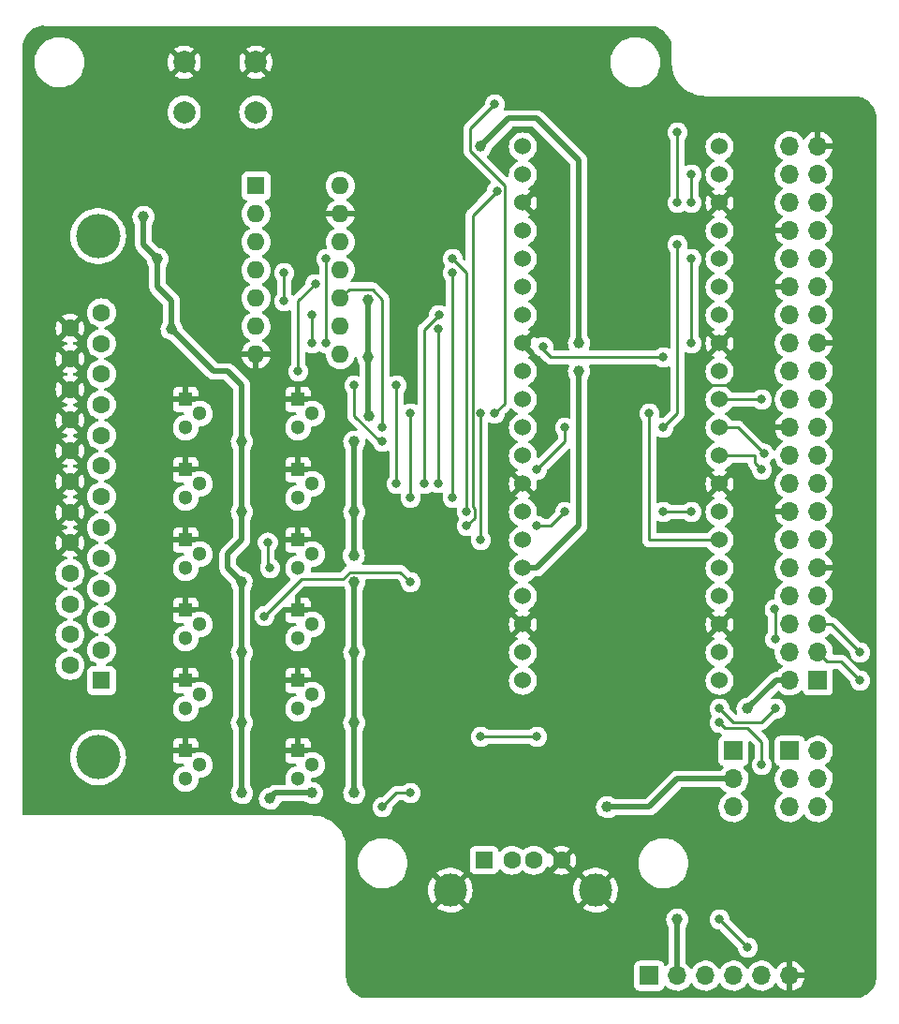
<source format=gbr>
%TF.GenerationSoftware,KiCad,Pcbnew,(6.0.7)*%
%TF.CreationDate,2022-10-09T19:07:04-07:00*%
%TF.ProjectId,PicoBOB,5069636f-424f-4422-9e6b-696361645f70,rev?*%
%TF.SameCoordinates,Original*%
%TF.FileFunction,Copper,L2,Bot*%
%TF.FilePolarity,Positive*%
%FSLAX46Y46*%
G04 Gerber Fmt 4.6, Leading zero omitted, Abs format (unit mm)*
G04 Created by KiCad (PCBNEW (6.0.7)) date 2022-10-09 19:07:04*
%MOMM*%
%LPD*%
G01*
G04 APERTURE LIST*
%TA.AperFunction,ComponentPad*%
%ADD10R,1.300000X1.300000*%
%TD*%
%TA.AperFunction,ComponentPad*%
%ADD11C,1.300000*%
%TD*%
%TA.AperFunction,ComponentPad*%
%ADD12C,4.000000*%
%TD*%
%TA.AperFunction,ComponentPad*%
%ADD13R,1.600000X1.600000*%
%TD*%
%TA.AperFunction,ComponentPad*%
%ADD14C,1.600000*%
%TD*%
%TA.AperFunction,ComponentPad*%
%ADD15C,2.000000*%
%TD*%
%TA.AperFunction,ComponentPad*%
%ADD16R,1.600000X1.500000*%
%TD*%
%TA.AperFunction,ComponentPad*%
%ADD17C,3.000000*%
%TD*%
%TA.AperFunction,ComponentPad*%
%ADD18R,1.700000X1.700000*%
%TD*%
%TA.AperFunction,ComponentPad*%
%ADD19O,1.700000X1.700000*%
%TD*%
%TA.AperFunction,ComponentPad*%
%ADD20O,1.600000X1.600000*%
%TD*%
%TA.AperFunction,ComponentPad*%
%ADD21C,1.524000*%
%TD*%
%TA.AperFunction,ViaPad*%
%ADD22C,1.000000*%
%TD*%
%TA.AperFunction,ViaPad*%
%ADD23C,0.800000*%
%TD*%
%TA.AperFunction,Conductor*%
%ADD24C,0.250000*%
%TD*%
%TA.AperFunction,Conductor*%
%ADD25C,0.500000*%
%TD*%
G04 APERTURE END LIST*
D10*
%TO.P,Q_EN_13,1,E*%
%TO.N,GND*%
X78740000Y-163830000D03*
D11*
%TO.P,Q_EN_13,2,B*%
%TO.N,Net-(R_EN_83-Pad2)*%
X80010000Y-165100000D03*
%TO.P,Q_EN_13,3,C*%
%TO.N,/STP_EN_XYZAB_5V*%
X78740000Y-166370000D03*
%TD*%
D10*
%TO.P,Q_As_13,1,E*%
%TO.N,GND*%
X68580000Y-132080000D03*
D11*
%TO.P,Q_As_13,2,B*%
%TO.N,Net-(R_As_83-Pad2)*%
X69850000Y-133350000D03*
%TO.P,Q_As_13,3,C*%
%TO.N,/STEP_A_5V*%
X68580000Y-134620000D03*
%TD*%
D12*
%TO.P,J1,0*%
%TO.N,N/C*%
X60660000Y-164410000D03*
X60660000Y-117310000D03*
D13*
%TO.P,J1,1,1*%
%TO.N,/SPINDLE_PWM_5V*%
X60960000Y-157480000D03*
D14*
%TO.P,J1,2,2*%
%TO.N,/STEP_X_5V*%
X60960000Y-154710000D03*
%TO.P,J1,3,3*%
%TO.N,/DIR_X_5V*%
X60960000Y-151940000D03*
%TO.P,J1,4,4*%
%TO.N,/STEP_Y_5V*%
X60960000Y-149170000D03*
%TO.P,J1,5,5*%
%TO.N,/DIR_Y_5V*%
X60960000Y-146400000D03*
%TO.P,J1,6,6*%
%TO.N,/STEP_Z_5V*%
X60960000Y-143630000D03*
%TO.P,J1,7,7*%
%TO.N,/DIR_Z_5V*%
X60960000Y-140860000D03*
%TO.P,J1,8,8*%
%TO.N,/STEP_A_5V*%
X60960000Y-138090000D03*
%TO.P,J1,9,9*%
%TO.N,/DIR_A_5V*%
X60960000Y-135320000D03*
%TO.P,J1,10,10*%
%TO.N,/HALT_5V*%
X60960000Y-132550000D03*
%TO.P,J1,11,11*%
%TO.N,/PROBE_5V*%
X60960000Y-129780000D03*
%TO.P,J1,12,12*%
%TO.N,/X_LIM_5V*%
X60960000Y-127010000D03*
%TO.P,J1,13,13*%
%TO.N,/Y_LIM_5V*%
X60960000Y-124240000D03*
%TO.P,J1,14,14*%
%TO.N,/STP_EN_XYZAB_5V*%
X58120000Y-156095000D03*
%TO.P,J1,15,15*%
%TO.N,/Z_LIM_5V*%
X58120000Y-153325000D03*
%TO.P,J1,16,16*%
%TO.N,/STEP_B_5V*%
X58120000Y-150555000D03*
%TO.P,J1,17,17*%
%TO.N,/DIR_B_5V*%
X58120000Y-147785000D03*
%TO.P,J1,18,18*%
%TO.N,GND*%
X58120000Y-145015000D03*
%TO.P,J1,19,19*%
X58120000Y-142245000D03*
%TO.P,J1,20,20*%
X58120000Y-139475000D03*
%TO.P,J1,21,21*%
X58120000Y-136705000D03*
%TO.P,J1,22,22*%
X58120000Y-133935000D03*
%TO.P,J1,23,23*%
X58120000Y-131165000D03*
%TO.P,J1,24,24*%
X58120000Y-128395000D03*
%TO.P,J1,25,25*%
X58120000Y-125625000D03*
%TD*%
D10*
%TO.P,Q_Xd_13,1,E*%
%TO.N,GND*%
X78740000Y-157480000D03*
D11*
%TO.P,Q_Xd_13,2,B*%
%TO.N,Net-(R_Xd_83-Pad2)*%
X80010000Y-158750000D03*
%TO.P,Q_Xd_13,3,C*%
%TO.N,/DIR_X_5V*%
X78740000Y-160020000D03*
%TD*%
D15*
%TO.P,SW1,1,1*%
%TO.N,GND*%
X68430000Y-101600000D03*
X74930000Y-101600000D03*
%TO.P,SW1,2,2*%
%TO.N,/PICO_RUN*%
X68430000Y-106100000D03*
X74930000Y-106100000D03*
%TD*%
D16*
%TO.P,J40,1,VBUS*%
%TO.N,+5V*%
X95560000Y-173710000D03*
D14*
%TO.P,J40,2,D-*%
%TO.N,unconnected-(J40-Pad2)*%
X98060000Y-173710000D03*
%TO.P,J40,3,D+*%
%TO.N,unconnected-(J40-Pad3)*%
X100060000Y-173710000D03*
%TO.P,J40,4,GND*%
%TO.N,GND*%
X102560000Y-173710000D03*
D17*
%TO.P,J40,5,Shield*%
X92490000Y-176420000D03*
X105630000Y-176420000D03*
%TD*%
D18*
%TO.P,J32,1,Pin_1*%
%TO.N,/RPI_5V*%
X118110000Y-163830000D03*
D19*
%TO.P,J32,2,Pin_2*%
%TO.N,+5V*%
X118110000Y-166370000D03*
%TO.P,J32,3,Pin_3*%
%TO.N,/PICO_5V*%
X118110000Y-168910000D03*
%TD*%
D18*
%TO.P,J30,1,Pin_1*%
%TO.N,/TXD_INT*%
X123190000Y-163830000D03*
D19*
%TO.P,J30,2,Pin_2*%
X125730000Y-163830000D03*
%TO.P,J30,3,Pin_3*%
%TO.N,/TXD_PI*%
X123190000Y-166370000D03*
%TO.P,J30,4,Pin_4*%
%TO.N,/RXD_PI*%
X125730000Y-166370000D03*
%TO.P,J30,5,Pin_5*%
%TO.N,/RXD_INT*%
X123190000Y-168910000D03*
%TO.P,J30,6,Pin_6*%
X125730000Y-168910000D03*
%TD*%
D18*
%TO.P,J2,1,Pin_1*%
%TO.N,+5V*%
X110490000Y-184150000D03*
D19*
%TO.P,J2,2,Pin_2*%
%TO.N,+3.3V*%
X113030000Y-184150000D03*
%TO.P,J2,3,Pin_3*%
%TO.N,/SDA*%
X115570000Y-184150000D03*
%TO.P,J2,4,Pin_4*%
%TO.N,/SCL*%
X118110000Y-184150000D03*
%TO.P,J2,5,Pin_5*%
%TO.N,/HALT*%
X120650000Y-184150000D03*
%TO.P,J2,6,Pin_6*%
%TO.N,GND*%
X123190000Y-184150000D03*
%TD*%
D13*
%TO.P,U18,1,A*%
%TO.N,Net-(C49-Pad2)*%
X74930000Y-112760000D03*
D20*
%TO.P,U18,2,Y*%
%TO.N,/Y_LIM*%
X74930000Y-115300000D03*
%TO.P,U18,3,A*%
%TO.N,Net-(C50-Pad2)*%
X74930000Y-117840000D03*
%TO.P,U18,4,Y*%
%TO.N,/X_LIM*%
X74930000Y-120380000D03*
%TO.P,U18,5,A*%
%TO.N,Net-(C51-Pad2)*%
X74930000Y-122920000D03*
%TO.P,U18,6,Y*%
%TO.N,/Z_LIM*%
X74930000Y-125460000D03*
%TO.P,U18,7,GND*%
%TO.N,GND*%
X74930000Y-128000000D03*
%TO.P,U18,8,Y*%
%TO.N,/PROBE*%
X82550000Y-128000000D03*
%TO.P,U18,9,A*%
%TO.N,Net-(C53-Pad2)*%
X82550000Y-125460000D03*
%TO.P,U18,10,Y*%
%TO.N,/HALT*%
X82550000Y-122920000D03*
%TO.P,U18,11,A*%
%TO.N,Net-(C20-Pad2)*%
X82550000Y-120380000D03*
%TO.P,U18,12,Y*%
%TO.N,unconnected-(U18-Pad12)*%
X82550000Y-117840000D03*
%TO.P,U18,13,A*%
%TO.N,GND*%
X82550000Y-115300000D03*
%TO.P,U18,14,VCC*%
%TO.N,+3.3V*%
X82550000Y-112760000D03*
%TD*%
D10*
%TO.P,Q_PWM_13,1,E*%
%TO.N,GND*%
X68580000Y-163830000D03*
D11*
%TO.P,Q_PWM_13,2,B*%
%TO.N,Net-(R_PWM_83-Pad2)*%
X69850000Y-165100000D03*
%TO.P,Q_PWM_13,3,C*%
%TO.N,/SPINDLE_PWM_5V*%
X68580000Y-166370000D03*
%TD*%
D21*
%TO.P,U30,1,GP0*%
%TO.N,/SPI_MOSI*%
X116840000Y-157480000D03*
%TO.P,U30,2,GP1*%
%TO.N,/SPI_CS_JOG_SW*%
X116840000Y-154940000D03*
%TO.P,U30,3,GND_1*%
%TO.N,GND*%
X116840000Y-152400000D03*
%TO.P,U30,4,GP2*%
%TO.N,/SPI_CLK*%
X116840000Y-149860000D03*
%TO.P,U30,5,GP3*%
%TO.N,/SPI_MISO*%
X116840000Y-147320000D03*
%TO.P,U30,6,GP4*%
%TO.N,/PROBE*%
X116840000Y-144780000D03*
%TO.P,U30,7,GP5*%
%TO.N,/Z_LIM*%
X116840000Y-142240000D03*
%TO.P,U30,8,GND_2*%
%TO.N,GND*%
X116840000Y-139700000D03*
%TO.P,U30,9,GP6*%
%TO.N,/SDA*%
X116840000Y-137160000D03*
%TO.P,U30,10,GP7*%
%TO.N,/SCL*%
X116840000Y-134620000D03*
%TO.P,U30,11,GP8*%
%TO.N,/PRU_RESET*%
X116840000Y-132080000D03*
%TO.P,U30,12,GP9*%
%TO.N,/DIR_X*%
X116840000Y-129540000D03*
%TO.P,U30,13,GND_3*%
%TO.N,GND*%
X116840000Y-127000000D03*
%TO.P,U30,14,GP10*%
%TO.N,/DIR_Y*%
X116840000Y-124460000D03*
%TO.P,U30,15,GP11*%
%TO.N,/DIR_Z*%
X116840000Y-121920000D03*
%TO.P,U30,16,GP12*%
%TO.N,/DIR_A*%
X116840000Y-119380000D03*
%TO.P,U30,17,GP13*%
%TO.N,/DIR_B*%
X116840000Y-116840000D03*
%TO.P,U30,18,GND_4*%
%TO.N,GND*%
X116840000Y-114300000D03*
%TO.P,U30,19,GP14*%
%TO.N,/SPINDLE_PWM*%
X116840000Y-111760000D03*
%TO.P,U30,20,GP15*%
%TO.N,/Y_LIM*%
X116840000Y-109220000D03*
%TO.P,U30,21,GP16*%
%TO.N,/STP_EN_XYZAB*%
X99060000Y-109220000D03*
%TO.P,U30,22,GP17*%
%TO.N,/STEP_X*%
X99060000Y-111760000D03*
%TO.P,U30,23,GND_5*%
%TO.N,GND*%
X99060000Y-114300000D03*
%TO.P,U30,24,GP18*%
%TO.N,/STEP_Y*%
X99060000Y-116840000D03*
%TO.P,U30,25,GP19*%
%TO.N,/STEP_Z*%
X99060000Y-119380000D03*
%TO.P,U30,26,GP20*%
%TO.N,/TXD_INT*%
X99060000Y-121920000D03*
%TO.P,U30,27,GP21*%
%TO.N,/RXD_INT*%
X99060000Y-124460000D03*
%TO.P,U30,28,GND_6*%
%TO.N,GND*%
X99060000Y-127000000D03*
%TO.P,U30,29,GP22*%
%TO.N,/HALT*%
X99060000Y-129540000D03*
%TO.P,U30,30,RUN*%
%TO.N,/PICO_RUN*%
X99060000Y-132080000D03*
%TO.P,U30,31,GP26_A0*%
%TO.N,/X_LIM*%
X99060000Y-134620000D03*
%TO.P,U30,32,GP27_A1*%
%TO.N,/STEP_A*%
X99060000Y-137160000D03*
%TO.P,U30,33,GND_7*%
%TO.N,GND*%
X99060000Y-139700000D03*
%TO.P,U30,34,GP28_A2*%
%TO.N,/STEP_B*%
X99060000Y-142240000D03*
%TO.P,U30,35,ADC_VREF*%
%TO.N,unconnected-(U30-Pad35)*%
X99060000Y-144780000D03*
%TO.P,U30,36,3v3(out)*%
%TO.N,+3.3V*%
X99060000Y-147320000D03*
%TO.P,U30,37,3v3_EN*%
%TO.N,unconnected-(U30-Pad37)*%
X99060000Y-149860000D03*
%TO.P,U30,38,GND_8*%
%TO.N,GND*%
X99060000Y-152400000D03*
%TO.P,U30,39,VSYS*%
%TO.N,unconnected-(U30-Pad39)*%
X99060000Y-154940000D03*
%TO.P,U30,40,VBUS*%
%TO.N,/PICO_5V*%
X99060000Y-157480000D03*
%TD*%
D10*
%TO.P,Q_Zd_13,1,E*%
%TO.N,GND*%
X78740000Y-138430000D03*
D11*
%TO.P,Q_Zd_13,2,B*%
%TO.N,Net-(R_Zd_83-Pad2)*%
X80010000Y-139700000D03*
%TO.P,Q_Zd_13,3,C*%
%TO.N,/DIR_Z_5V*%
X78740000Y-140970000D03*
%TD*%
D10*
%TO.P,Q_Bs_13,1,E*%
%TO.N,GND*%
X68580000Y-151130000D03*
D11*
%TO.P,Q_Bs_13,2,B*%
%TO.N,Net-(R_Bs_83-Pad2)*%
X69850000Y-152400000D03*
%TO.P,Q_Bs_13,3,C*%
%TO.N,/STEP_B_5V*%
X68580000Y-153670000D03*
%TD*%
D10*
%TO.P,Q_Yd_13,1,E*%
%TO.N,GND*%
X78740000Y-144780000D03*
D11*
%TO.P,Q_Yd_13,2,B*%
%TO.N,Net-(R_Yd_83-Pad2)*%
X80010000Y-146050000D03*
%TO.P,Q_Yd_13,3,C*%
%TO.N,/DIR_Y_5V*%
X78740000Y-147320000D03*
%TD*%
D10*
%TO.P,Q_Ad_13,1,E*%
%TO.N,GND*%
X78740000Y-132080000D03*
D11*
%TO.P,Q_Ad_13,2,B*%
%TO.N,Net-(R_Ad_83-Pad2)*%
X80010000Y-133350000D03*
%TO.P,Q_Ad_13,3,C*%
%TO.N,/DIR_A_5V*%
X78740000Y-134620000D03*
%TD*%
D10*
%TO.P,Q_Zs_13,1,E*%
%TO.N,GND*%
X68580000Y-138430000D03*
D11*
%TO.P,Q_Zs_13,2,B*%
%TO.N,Net-(R_Zs_83-Pad2)*%
X69850000Y-139700000D03*
%TO.P,Q_Zs_13,3,C*%
%TO.N,/STEP_Z_5V*%
X68580000Y-140970000D03*
%TD*%
D10*
%TO.P,Q_Bd_13,1,E*%
%TO.N,GND*%
X78740000Y-151130000D03*
D11*
%TO.P,Q_Bd_13,2,B*%
%TO.N,Net-(R_Bd_83-Pad2)*%
X80010000Y-152400000D03*
%TO.P,Q_Bd_13,3,C*%
%TO.N,/DIR_B_5V*%
X78740000Y-153670000D03*
%TD*%
%TO.P,Q_Ys_13,3,C*%
%TO.N,/STEP_Y_5V*%
X68580000Y-147320000D03*
%TO.P,Q_Ys_13,2,B*%
%TO.N,Net-(R_Ys_83-Pad2)*%
X69850000Y-146050000D03*
D10*
%TO.P,Q_Ys_13,1,E*%
%TO.N,GND*%
X68580000Y-144780000D03*
%TD*%
%TO.P,Q_Xs_13,1,E*%
%TO.N,GND*%
X68580000Y-157480000D03*
D11*
%TO.P,Q_Xs_13,2,B*%
%TO.N,Net-(R_Xs_83-Pad2)*%
X69850000Y-158750000D03*
%TO.P,Q_Xs_13,3,C*%
%TO.N,/STEP_X_5V*%
X68580000Y-160020000D03*
%TD*%
D18*
%TO.P,J31,1,3V3*%
%TO.N,unconnected-(J31-Pad1)*%
X125730000Y-157450000D03*
D19*
%TO.P,J31,2,5V*%
%TO.N,/RPI_5V*%
X123190000Y-157450000D03*
%TO.P,J31,3,SDA/GPIO2*%
%TO.N,/SDA*%
X125730000Y-154910000D03*
%TO.P,J31,4,5V*%
%TO.N,/RPI_5V*%
X123190000Y-154910000D03*
%TO.P,J31,5,SCL/GPIO3*%
%TO.N,/SCL*%
X125730000Y-152370000D03*
%TO.P,J31,6,GND*%
%TO.N,GND*%
X123190000Y-152370000D03*
%TO.P,J31,7,GCLK0/GPIO4*%
%TO.N,unconnected-(J31-Pad7)*%
X125730000Y-149830000D03*
%TO.P,J31,8,GPIO14/TXD*%
%TO.N,/TXD_PI*%
X123190000Y-149830000D03*
%TO.P,J31,9,GND*%
%TO.N,GND*%
X125730000Y-147290000D03*
%TO.P,J31,10,GPIO15/RXD*%
%TO.N,/RXD_PI*%
X123190000Y-147290000D03*
%TO.P,J31,11,GPIO17*%
%TO.N,/PICO_RUN*%
X125730000Y-144750000D03*
%TO.P,J31,12,GPIO18/PWM0*%
%TO.N,Net-(J31-Pad12)*%
X123190000Y-144750000D03*
%TO.P,J31,13,GPIO27*%
%TO.N,unconnected-(J31-Pad13)*%
X125730000Y-142210000D03*
%TO.P,J31,14,GND*%
%TO.N,GND*%
X123190000Y-142210000D03*
%TO.P,J31,15,GPIO22*%
%TO.N,unconnected-(J31-Pad15)*%
X125730000Y-139670000D03*
%TO.P,J31,16,GPIO23*%
%TO.N,unconnected-(J31-Pad16)*%
X123190000Y-139670000D03*
%TO.P,J31,17,3V3*%
%TO.N,unconnected-(J31-Pad17)*%
X125730000Y-137130000D03*
%TO.P,J31,18,GPIO24*%
%TO.N,unconnected-(J31-Pad18)*%
X123190000Y-137130000D03*
%TO.P,J31,19,MOSI0/GPIO10*%
%TO.N,/SPI_MOSI*%
X125730000Y-134590000D03*
%TO.P,J31,20,GND*%
%TO.N,GND*%
X123190000Y-134590000D03*
%TO.P,J31,21,MISO0/GPIO9*%
%TO.N,/SPI_MISO*%
X125730000Y-132050000D03*
%TO.P,J31,22,GPIO25*%
%TO.N,/PRU_RESET*%
X123190000Y-132050000D03*
%TO.P,J31,23,SCLK0/GPIO11*%
%TO.N,/SPI_CLK*%
X125730000Y-129510000D03*
%TO.P,J31,24,~{CE0}/GPIO8*%
%TO.N,/SPI_CS_JOG_SW*%
X123190000Y-129510000D03*
%TO.P,J31,25,GND*%
%TO.N,GND*%
X125730000Y-126970000D03*
%TO.P,J31,26,~{CE1}/GPIO7*%
%TO.N,unconnected-(J31-Pad26)*%
X123190000Y-126970000D03*
%TO.P,J31,27,ID_SD/GPIO0*%
%TO.N,unconnected-(J31-Pad27)*%
X125730000Y-124430000D03*
%TO.P,J31,28,ID_SC/GPIO1*%
%TO.N,unconnected-(J31-Pad28)*%
X123190000Y-124430000D03*
%TO.P,J31,29,GCLK1/GPIO5*%
%TO.N,unconnected-(J31-Pad29)*%
X125730000Y-121890000D03*
%TO.P,J31,30,GND*%
%TO.N,GND*%
X123190000Y-121890000D03*
%TO.P,J31,31,GCLK2/GPIO6*%
%TO.N,unconnected-(J31-Pad31)*%
X125730000Y-119350000D03*
%TO.P,J31,32,PWM0/GPIO12*%
%TO.N,unconnected-(J31-Pad32)*%
X123190000Y-119350000D03*
%TO.P,J31,33,PWM1/GPIO13*%
%TO.N,unconnected-(J31-Pad33)*%
X125730000Y-116810000D03*
%TO.P,J31,34,GND*%
%TO.N,GND*%
X123190000Y-116810000D03*
%TO.P,J31,35,GPIO19/MISO1*%
%TO.N,unconnected-(J31-Pad35)*%
X125730000Y-114270000D03*
%TO.P,J31,36,GPIO16*%
%TO.N,unconnected-(J31-Pad36)*%
X123190000Y-114270000D03*
%TO.P,J31,37,GPIO26*%
%TO.N,unconnected-(J31-Pad37)*%
X125730000Y-111730000D03*
%TO.P,J31,38,GPIO20/MOSI1*%
%TO.N,unconnected-(J31-Pad38)*%
X123190000Y-111730000D03*
%TO.P,J31,39,GND*%
%TO.N,GND*%
X125730000Y-109190000D03*
%TO.P,J31,40,GPIO21/SCLK1*%
%TO.N,unconnected-(J31-Pad40)*%
X123190000Y-109190000D03*
%TD*%
D22*
%TO.N,GND*%
X113665000Y-153670000D03*
X114300000Y-149860000D03*
D23*
X113654075Y-135244075D03*
X121285000Y-128270000D03*
%TO.N,/RXD_INT*%
X120650000Y-165100000D03*
D22*
%TO.N,GND*%
X87553829Y-157027817D03*
X90932000Y-154432000D03*
X87884000Y-150876000D03*
X87861568Y-165105948D03*
X91440000Y-163068000D03*
X87884000Y-182372000D03*
X96520000Y-181356000D03*
X97529681Y-165593201D03*
X96012000Y-168148000D03*
X101600000Y-168148000D03*
X102616000Y-152908000D03*
X108531327Y-157566359D03*
X113792000Y-162052000D03*
X110744000Y-162560000D03*
X119888000Y-110744000D03*
X119380000Y-125476000D03*
X120396000Y-117348000D03*
X106915701Y-124920448D03*
X110236000Y-123444000D03*
X106680000Y-133604000D03*
X107696000Y-141732000D03*
X109220000Y-146812000D03*
X107188000Y-119380000D03*
X102108000Y-119380000D03*
X102095800Y-116327102D03*
X105664000Y-116332000D03*
X108204000Y-110744000D03*
X87376000Y-103632000D03*
X100584000Y-102108000D03*
X94488000Y-102108000D03*
X80772000Y-102108000D03*
X78740000Y-107188000D03*
X57404000Y-109728000D03*
X56388000Y-117348000D03*
X57404000Y-121920000D03*
X61468000Y-111760000D03*
D23*
X57150000Y-161290000D03*
X128270000Y-179070000D03*
D22*
X60960000Y-107950000D03*
D23*
X87630000Y-113030000D03*
X76200000Y-142240000D03*
X71120000Y-161290000D03*
X119380000Y-176530000D03*
X87630000Y-143510000D03*
X76200000Y-154940000D03*
X86360000Y-120650000D03*
X55880000Y-157480000D03*
X74954328Y-148694994D03*
X71120000Y-154940000D03*
X72390000Y-115570000D03*
X72390000Y-125730000D03*
X87630000Y-128270000D03*
X120650000Y-152400000D03*
X72390000Y-120650000D03*
X101600000Y-125730000D03*
X69850000Y-142240000D03*
X69850000Y-148590000D03*
X76200000Y-161290000D03*
D22*
%TO.N,+3.3V*%
X104140000Y-129540000D03*
X95250000Y-109220000D03*
X104140000Y-127000000D03*
X113030000Y-179070000D03*
D23*
%TO.N,/HALT_5V*%
X80280000Y-121650000D03*
X78740000Y-129540000D03*
D22*
%TO.N,+5V*%
X83820000Y-167640000D03*
X83820000Y-148590000D03*
X80010000Y-167640000D03*
X85090000Y-128270000D03*
X67310000Y-125730000D03*
X73660000Y-148590000D03*
X85090000Y-123060500D03*
X83820000Y-142240000D03*
X83758726Y-146182223D03*
X64770000Y-115570000D03*
X73660000Y-154940000D03*
X83820000Y-154940000D03*
X73660000Y-142240000D03*
X73660000Y-167640000D03*
X73660000Y-135890000D03*
X83820000Y-161290000D03*
X76200000Y-168148000D03*
X85136901Y-133552413D03*
X66040000Y-119380000D03*
X83820000Y-135890000D03*
X106680000Y-168910000D03*
X73660000Y-161290000D03*
D23*
%TO.N,/RXD_INT*%
X116840000Y-161290000D03*
%TO.N,/TXD_INT*%
X121920000Y-160020000D03*
X116840000Y-160020000D03*
%TO.N,/TXD_PI*%
X121831850Y-151041850D03*
X121861850Y-153728150D03*
D22*
%TO.N,/RPI_5V*%
X119380000Y-160020000D03*
D23*
%TO.N,/SDA*%
X129540000Y-157480000D03*
X120650000Y-138430000D03*
%TO.N,/SCL*%
X120851326Y-136958675D03*
X129540000Y-154940000D03*
%TO.N,/PICO_RUN*%
X96520000Y-105410000D03*
X96520000Y-133350000D03*
%TO.N,/PRU_RESET*%
X120650000Y-132080000D03*
%TO.N,/DIR_B*%
X91440000Y-125730000D03*
X91367557Y-139627557D03*
%TO.N,/STEP_B*%
X75687700Y-151642300D03*
X88900000Y-148590000D03*
%TO.N,/STP_EN_XYZAB*%
X93980000Y-142240000D03*
X92710000Y-119380000D03*
%TO.N,/SPINDLE_PWM*%
X86360000Y-168910000D03*
X88900000Y-167640000D03*
X96715145Y-113225145D03*
X93980000Y-143510000D03*
%TO.N,/DIR_X*%
X100330000Y-143510000D03*
X102870000Y-142240000D03*
%TO.N,/STEP_X*%
X92710000Y-120650000D03*
X92710000Y-140970000D03*
%TO.N,/DIR_Y*%
X111760000Y-128270000D03*
X88900000Y-140970000D03*
X100892557Y-127317155D03*
X88900000Y-133350000D03*
%TO.N,/STEP_Y*%
X76000000Y-145000000D03*
X91469500Y-124460000D03*
X76200000Y-147320000D03*
X90170000Y-139700000D03*
%TO.N,/DIR_Z*%
X100330000Y-138430000D03*
X102870000Y-134620000D03*
%TO.N,/STEP_Z*%
X87630000Y-139700000D03*
X87630000Y-130810000D03*
%TO.N,/X_LIM*%
X83820000Y-130810000D03*
X80010000Y-127000000D03*
X80010000Y-124460000D03*
X86360000Y-135890000D03*
%TO.N,/Z_LIM*%
X113030000Y-118110000D03*
X114300000Y-142240000D03*
X111760000Y-134620000D03*
X113030000Y-107950000D03*
X113030000Y-114300000D03*
X77470000Y-120650000D03*
X77470000Y-123190000D03*
X111760000Y-142240000D03*
%TO.N,/PROBE*%
X110490000Y-133350000D03*
X114300000Y-111760000D03*
X114300000Y-119380000D03*
X114300000Y-114300000D03*
X114300000Y-127000000D03*
X81280000Y-119380000D03*
X81280000Y-127000000D03*
%TO.N,/HALT*%
X95250000Y-162560000D03*
X86360000Y-134620000D03*
X119380000Y-181610000D03*
X100330000Y-162560000D03*
X95250000Y-144780000D03*
X95250000Y-133350000D03*
X116840000Y-179070000D03*
%TD*%
D24*
%TO.N,GND*%
X114935000Y-135255000D02*
X113665000Y-135255000D01*
X114935000Y-131445000D02*
X114935000Y-135255000D01*
X115570000Y-130810000D02*
X114935000Y-131445000D01*
X113665000Y-135255000D02*
X113654075Y-135244075D01*
X118745000Y-130810000D02*
X115570000Y-130810000D01*
X121285000Y-128270000D02*
X118745000Y-130810000D01*
%TO.N,/PRU_RESET*%
X120650000Y-132080000D02*
X116840000Y-132080000D01*
%TO.N,/RXD_INT*%
X119380000Y-161740000D02*
X120650000Y-163010000D01*
X120650000Y-163010000D02*
X120650000Y-165100000D01*
X118296396Y-161740000D02*
X119380000Y-161740000D01*
X117290000Y-161740000D02*
X118296396Y-161740000D01*
X117289501Y-161739501D02*
X117290000Y-161740000D01*
D25*
%TO.N,+3.3V*%
X104140000Y-143510000D02*
X104140000Y-129540000D01*
X97790000Y-106680000D02*
X95250000Y-109220000D01*
X100330000Y-147320000D02*
X104140000Y-143510000D01*
X113030000Y-184150000D02*
X113030000Y-179070000D01*
X97790000Y-106680000D02*
X100330000Y-106680000D01*
X100330000Y-106680000D02*
X104140000Y-110490000D01*
X99060000Y-147320000D02*
X100330000Y-147320000D01*
X104140000Y-127000000D02*
X104140000Y-110490000D01*
D24*
%TO.N,/HALT_5V*%
X78740000Y-123190000D02*
X80280000Y-121650000D01*
X78740000Y-129540000D02*
X78740000Y-123190000D01*
D25*
%TO.N,+5V*%
X73660000Y-161290000D02*
X73660000Y-154940000D01*
X73660000Y-161290000D02*
X73660000Y-167640000D01*
X85090000Y-128270000D02*
X85090000Y-123060500D01*
X73660000Y-148590000D02*
X73660000Y-154940000D01*
X72390000Y-147320000D02*
X73660000Y-148590000D01*
X67310000Y-123190000D02*
X66040000Y-121920000D01*
X83820000Y-146120949D02*
X83758726Y-146182223D01*
X73660000Y-130810000D02*
X73660000Y-135890000D01*
X72390000Y-146050000D02*
X72390000Y-147320000D01*
X106680000Y-168910000D02*
X110490000Y-168910000D01*
X64770000Y-118110000D02*
X66040000Y-119380000D01*
X85090000Y-133505512D02*
X85136901Y-133552413D01*
X66040000Y-121920000D02*
X66040000Y-119380000D01*
X83820000Y-167640000D02*
X83820000Y-161290000D01*
X76200000Y-168148000D02*
X76708000Y-167640000D01*
X73660000Y-142240000D02*
X73660000Y-144780000D01*
X73660000Y-144780000D02*
X72390000Y-146050000D01*
X71120000Y-129540000D02*
X72390000Y-129540000D01*
X113030000Y-166370000D02*
X118110000Y-166370000D01*
X83820000Y-135890000D02*
X83820000Y-142240000D01*
X83820000Y-154940000D02*
X83820000Y-148590000D01*
X83820000Y-142240000D02*
X83820000Y-146120949D01*
X85090000Y-128270000D02*
X85090000Y-133505512D01*
X72390000Y-129540000D02*
X73660000Y-130810000D01*
X110490000Y-168910000D02*
X113030000Y-166370000D01*
X83820000Y-161290000D02*
X83820000Y-154940000D01*
X67310000Y-125730000D02*
X67310000Y-123190000D01*
X64770000Y-115570000D02*
X64770000Y-118110000D01*
X76708000Y-167640000D02*
X80010000Y-167640000D01*
X67310000Y-125730000D02*
X71120000Y-129540000D01*
X73660000Y-135890000D02*
X73660000Y-142240000D01*
D24*
%TO.N,/RXD_INT*%
X116840000Y-161290000D02*
X117289501Y-161739501D01*
%TO.N,/TXD_INT*%
X121920000Y-160020000D02*
X120650000Y-161290000D01*
X118110000Y-161290000D02*
X116840000Y-160020000D01*
X120650000Y-161290000D02*
X118110000Y-161290000D01*
%TO.N,/TXD_PI*%
X121861850Y-153728150D02*
X121861850Y-151071850D01*
X121861850Y-151071850D02*
X121831850Y-151041850D01*
D25*
%TO.N,/RPI_5V*%
X121950000Y-157450000D02*
X123190000Y-157450000D01*
X119380000Y-160020000D02*
X121950000Y-157450000D01*
D24*
%TO.N,/SDA*%
X127820000Y-155760000D02*
X129540000Y-157480000D01*
X125730000Y-154910000D02*
X126580000Y-155760000D01*
X120028051Y-137160000D02*
X116840000Y-137160000D01*
X120028051Y-137808051D02*
X120650000Y-138430000D01*
X126580000Y-155760000D02*
X127820000Y-155760000D01*
X120028051Y-137160000D02*
X120028051Y-137808051D01*
%TO.N,/SCL*%
X126970000Y-152370000D02*
X129540000Y-154940000D01*
X116840000Y-134620000D02*
X118512651Y-134620000D01*
X125730000Y-152370000D02*
X126970000Y-152370000D01*
X118512651Y-134620000D02*
X120851326Y-136958675D01*
%TO.N,/PICO_RUN*%
X94325500Y-109602941D02*
X97439645Y-112717086D01*
X97439645Y-112717086D02*
X97439645Y-132430355D01*
X94325500Y-107604500D02*
X94325500Y-109602941D01*
X96520000Y-105410000D02*
X94325500Y-107604500D01*
X97439645Y-132430355D02*
X96520000Y-133350000D01*
%TO.N,/DIR_B*%
X91440000Y-139555114D02*
X91367557Y-139627557D01*
X91440000Y-125730000D02*
X91440000Y-139555114D01*
%TO.N,/STEP_B*%
X83437059Y-147665500D02*
X87975500Y-147665500D01*
X82791946Y-148310613D02*
X83437059Y-147665500D01*
X87975500Y-147665500D02*
X88900000Y-148590000D01*
X75687700Y-151642300D02*
X79019387Y-148310613D01*
X79019387Y-148310613D02*
X82791946Y-148310613D01*
%TO.N,/STP_EN_XYZAB*%
X93980000Y-120650000D02*
X92710000Y-119380000D01*
X93980000Y-142240000D02*
X93980000Y-120650000D01*
%TO.N,/SPINDLE_PWM*%
X86360000Y-168910000D02*
X87630000Y-167640000D01*
X94704500Y-142785500D02*
X94704500Y-141939902D01*
X93980000Y-143510000D02*
X94704500Y-142785500D01*
X94704500Y-141939902D02*
X94525500Y-141760902D01*
X87630000Y-167640000D02*
X88900000Y-167640000D01*
X94525500Y-115414790D02*
X96715145Y-113225145D01*
X94525500Y-141760902D02*
X94525500Y-115414790D01*
%TO.N,/DIR_X*%
X100330000Y-143510000D02*
X101600000Y-143510000D01*
X101600000Y-143510000D02*
X102870000Y-142240000D01*
%TO.N,/STEP_X*%
X92710000Y-140970000D02*
X92710000Y-120650000D01*
%TO.N,/DIR_Y*%
X88900000Y-140970000D02*
X88900000Y-133350000D01*
X101600000Y-128270000D02*
X100892557Y-127562557D01*
X100892557Y-127562557D02*
X100892557Y-127317155D01*
X111760000Y-128270000D02*
X101600000Y-128270000D01*
%TO.N,/STEP_Y*%
X76000000Y-147120000D02*
X76200000Y-147320000D01*
X90170000Y-125759500D02*
X91469500Y-124460000D01*
X76000000Y-145000000D02*
X76000000Y-147120000D01*
X90170000Y-139700000D02*
X90170000Y-125759500D01*
%TO.N,/DIR_Z*%
X100330000Y-138430000D02*
X102870000Y-135890000D01*
X102870000Y-135890000D02*
X102870000Y-134620000D01*
%TO.N,/STEP_Z*%
X87630000Y-139700000D02*
X87630000Y-130810000D01*
%TO.N,/X_LIM*%
X83820000Y-133542953D02*
X83820000Y-130810000D01*
X86360000Y-135890000D02*
X86167047Y-135890000D01*
X80010000Y-127000000D02*
X80010000Y-124460000D01*
X86167047Y-135890000D02*
X83820000Y-133542953D01*
%TO.N,/Z_LIM*%
X113030000Y-118110000D02*
X113030000Y-133350000D01*
X77470000Y-123190000D02*
X77470000Y-120650000D01*
X113030000Y-107950000D02*
X113030000Y-114300000D01*
X113030000Y-133350000D02*
X111760000Y-134620000D01*
X114300000Y-142240000D02*
X111760000Y-142240000D01*
%TO.N,/PROBE*%
X110490000Y-144780000D02*
X116840000Y-144780000D01*
X110490000Y-133350000D02*
X110490000Y-144780000D01*
X114300000Y-119380000D02*
X114300000Y-127000000D01*
X81280000Y-127000000D02*
X81280000Y-119380000D01*
X114300000Y-111760000D02*
X114300000Y-114300000D01*
%TO.N,/HALT*%
X86360000Y-123023059D02*
X85456942Y-122120001D01*
X119380000Y-181610000D02*
X116840000Y-179070000D01*
X83349999Y-122120001D02*
X82550000Y-122920000D01*
X86360000Y-134620000D02*
X86360000Y-123023059D01*
X95250000Y-133350000D02*
X95250000Y-144780000D01*
X85456942Y-122120001D02*
X83349999Y-122120001D01*
X100330000Y-162560000D02*
X95250000Y-162560000D01*
%TD*%
%TA.AperFunction,Conductor*%
%TO.N,GND*%
G36*
X55646142Y-98296726D02*
G01*
X55803308Y-98297183D01*
X55826126Y-98299771D01*
X55829767Y-98300066D01*
X55838527Y-98302053D01*
X55847489Y-98301502D01*
X55847491Y-98301502D01*
X55892424Y-98298738D01*
X55900159Y-98298500D01*
X110440633Y-98298500D01*
X110460018Y-98300000D01*
X110474851Y-98302310D01*
X110474855Y-98302310D01*
X110483724Y-98303691D01*
X110492626Y-98302527D01*
X110492629Y-98302527D01*
X110500012Y-98301561D01*
X110524591Y-98300767D01*
X110551442Y-98302527D01*
X110746922Y-98315340D01*
X110763262Y-98317491D01*
X110811304Y-98327047D01*
X111007696Y-98366112D01*
X111023606Y-98370375D01*
X111259600Y-98450484D01*
X111274826Y-98456791D01*
X111498342Y-98567016D01*
X111512616Y-98575257D01*
X111719829Y-98713713D01*
X111732905Y-98723746D01*
X111920278Y-98888068D01*
X111931932Y-98899722D01*
X112096254Y-99087095D01*
X112106287Y-99100171D01*
X112244743Y-99307384D01*
X112252984Y-99321658D01*
X112363209Y-99545174D01*
X112369515Y-99560398D01*
X112449625Y-99796394D01*
X112453889Y-99812307D01*
X112502509Y-100056738D01*
X112504660Y-100073078D01*
X112511195Y-100172774D01*
X112515869Y-100244077D01*
X112518763Y-100288236D01*
X112517733Y-100311350D01*
X112517690Y-100314854D01*
X112516309Y-100323724D01*
X112517473Y-100332626D01*
X112517473Y-100332628D01*
X112520436Y-100355283D01*
X112521500Y-100371621D01*
X112521500Y-101550633D01*
X112520000Y-101570018D01*
X112517690Y-101584851D01*
X112517690Y-101584855D01*
X112516309Y-101593724D01*
X112517441Y-101602378D01*
X112517470Y-101602930D01*
X112517450Y-101604566D01*
X112517697Y-101607270D01*
X112517974Y-101612552D01*
X112531213Y-101865164D01*
X112534039Y-101919092D01*
X112584024Y-102234689D01*
X112666725Y-102543331D01*
X112781234Y-102841638D01*
X112926298Y-103126342D01*
X113100327Y-103394323D01*
X113102405Y-103396889D01*
X113292390Y-103631500D01*
X113301414Y-103642644D01*
X113527356Y-103868586D01*
X113775677Y-104069673D01*
X114043658Y-104243702D01*
X114328362Y-104388766D01*
X114626669Y-104503275D01*
X114935311Y-104585976D01*
X114938561Y-104586491D01*
X114938567Y-104586492D01*
X115126121Y-104616197D01*
X115250908Y-104635961D01*
X115254191Y-104636133D01*
X115254200Y-104636134D01*
X115398753Y-104643709D01*
X115536872Y-104650948D01*
X115551183Y-104652522D01*
X115557448Y-104653576D01*
X115563724Y-104653653D01*
X115565140Y-104653670D01*
X115565143Y-104653670D01*
X115570000Y-104653729D01*
X115597624Y-104649773D01*
X115615486Y-104648500D01*
X128964580Y-104648500D01*
X128983967Y-104650001D01*
X129007663Y-104653691D01*
X129023957Y-104651561D01*
X129048529Y-104650768D01*
X129203000Y-104660895D01*
X129270862Y-104665344D01*
X129287203Y-104667496D01*
X129531617Y-104716118D01*
X129547536Y-104720383D01*
X129634384Y-104749865D01*
X129783537Y-104800498D01*
X129798755Y-104806802D01*
X129938713Y-104875824D01*
X130022268Y-104917030D01*
X130036532Y-104925265D01*
X130243751Y-105063729D01*
X130256825Y-105073762D01*
X130347947Y-105153675D01*
X130423658Y-105220072D01*
X130444187Y-105238076D01*
X130455842Y-105249731D01*
X130620163Y-105437108D01*
X130630195Y-105450182D01*
X130768650Y-105657396D01*
X130776889Y-105671666D01*
X130887113Y-105895182D01*
X130893419Y-105910407D01*
X130961966Y-106112340D01*
X130973525Y-106146393D01*
X130977791Y-106162313D01*
X131026410Y-106406741D01*
X131028561Y-106423082D01*
X131042677Y-106638461D01*
X131041691Y-106660614D01*
X131041639Y-106664853D01*
X131040258Y-106673724D01*
X131041422Y-106682626D01*
X131041422Y-106682628D01*
X131044385Y-106705283D01*
X131045449Y-106721621D01*
X131045449Y-184100633D01*
X131043949Y-184120018D01*
X131041639Y-184134851D01*
X131041639Y-184134855D01*
X131040258Y-184143724D01*
X131041422Y-184152626D01*
X131041422Y-184152629D01*
X131042388Y-184160012D01*
X131043182Y-184184591D01*
X131028609Y-184406925D01*
X131026458Y-184423265D01*
X130977838Y-184667699D01*
X130973573Y-184683617D01*
X130915051Y-184856020D01*
X130893464Y-184919613D01*
X130887163Y-184934826D01*
X130836710Y-185037137D01*
X130776935Y-185158351D01*
X130768695Y-185172624D01*
X130630232Y-185379852D01*
X130620204Y-185392922D01*
X130455874Y-185580307D01*
X130444230Y-185591950D01*
X130256851Y-185756280D01*
X130243776Y-185766313D01*
X130036565Y-185904771D01*
X130022294Y-185913011D01*
X129798773Y-186023243D01*
X129783555Y-186029547D01*
X129547671Y-186109623D01*
X129547556Y-186109662D01*
X129531637Y-186113927D01*
X129287201Y-186162553D01*
X129270865Y-186164704D01*
X129055920Y-186178797D01*
X129031837Y-186177724D01*
X129029088Y-186177691D01*
X129020215Y-186176309D01*
X128991993Y-186180000D01*
X128988659Y-186180436D01*
X128972319Y-186181500D01*
X85139367Y-186181500D01*
X85119982Y-186180000D01*
X85105149Y-186177690D01*
X85105145Y-186177690D01*
X85096276Y-186176309D01*
X85087374Y-186177473D01*
X85087371Y-186177473D01*
X85079988Y-186178439D01*
X85055409Y-186179233D01*
X85010799Y-186176309D01*
X84833078Y-186164660D01*
X84816738Y-186162509D01*
X84694522Y-186138199D01*
X84572304Y-186113888D01*
X84556394Y-186109625D01*
X84320398Y-186029515D01*
X84305174Y-186023209D01*
X84081658Y-185912984D01*
X84067384Y-185904743D01*
X83860171Y-185766287D01*
X83847095Y-185756254D01*
X83659722Y-185591932D01*
X83648068Y-185580278D01*
X83483746Y-185392905D01*
X83473713Y-185379829D01*
X83335257Y-185172616D01*
X83327016Y-185158342D01*
X83272668Y-185048134D01*
X109131500Y-185048134D01*
X109138255Y-185110316D01*
X109189385Y-185246705D01*
X109276739Y-185363261D01*
X109393295Y-185450615D01*
X109529684Y-185501745D01*
X109591866Y-185508500D01*
X111388134Y-185508500D01*
X111450316Y-185501745D01*
X111586705Y-185450615D01*
X111703261Y-185363261D01*
X111790615Y-185246705D01*
X111812799Y-185187529D01*
X111834598Y-185129382D01*
X111877240Y-185072618D01*
X111943802Y-185047918D01*
X112013150Y-185063126D01*
X112047817Y-185091114D01*
X112076250Y-185123938D01*
X112248126Y-185266632D01*
X112441000Y-185379338D01*
X112445825Y-185381180D01*
X112445826Y-185381181D01*
X112518612Y-185408975D01*
X112649692Y-185459030D01*
X112654760Y-185460061D01*
X112654763Y-185460062D01*
X112749862Y-185479410D01*
X112868597Y-185503567D01*
X112873772Y-185503757D01*
X112873774Y-185503757D01*
X113086673Y-185511564D01*
X113086677Y-185511564D01*
X113091837Y-185511753D01*
X113096957Y-185511097D01*
X113096959Y-185511097D01*
X113308288Y-185484025D01*
X113308289Y-185484025D01*
X113313416Y-185483368D01*
X113318366Y-185481883D01*
X113522429Y-185420661D01*
X113522434Y-185420659D01*
X113527384Y-185419174D01*
X113727994Y-185320896D01*
X113909860Y-185191173D01*
X114068096Y-185033489D01*
X114198453Y-184852077D01*
X114199776Y-184853028D01*
X114246645Y-184809857D01*
X114316580Y-184797625D01*
X114382026Y-184825144D01*
X114409875Y-184856994D01*
X114469987Y-184955088D01*
X114616250Y-185123938D01*
X114788126Y-185266632D01*
X114981000Y-185379338D01*
X114985825Y-185381180D01*
X114985826Y-185381181D01*
X115058612Y-185408975D01*
X115189692Y-185459030D01*
X115194760Y-185460061D01*
X115194763Y-185460062D01*
X115289862Y-185479410D01*
X115408597Y-185503567D01*
X115413772Y-185503757D01*
X115413774Y-185503757D01*
X115626673Y-185511564D01*
X115626677Y-185511564D01*
X115631837Y-185511753D01*
X115636957Y-185511097D01*
X115636959Y-185511097D01*
X115848288Y-185484025D01*
X115848289Y-185484025D01*
X115853416Y-185483368D01*
X115858366Y-185481883D01*
X116062429Y-185420661D01*
X116062434Y-185420659D01*
X116067384Y-185419174D01*
X116267994Y-185320896D01*
X116449860Y-185191173D01*
X116608096Y-185033489D01*
X116738453Y-184852077D01*
X116739776Y-184853028D01*
X116786645Y-184809857D01*
X116856580Y-184797625D01*
X116922026Y-184825144D01*
X116949875Y-184856994D01*
X117009987Y-184955088D01*
X117156250Y-185123938D01*
X117328126Y-185266632D01*
X117521000Y-185379338D01*
X117525825Y-185381180D01*
X117525826Y-185381181D01*
X117598612Y-185408975D01*
X117729692Y-185459030D01*
X117734760Y-185460061D01*
X117734763Y-185460062D01*
X117829862Y-185479410D01*
X117948597Y-185503567D01*
X117953772Y-185503757D01*
X117953774Y-185503757D01*
X118166673Y-185511564D01*
X118166677Y-185511564D01*
X118171837Y-185511753D01*
X118176957Y-185511097D01*
X118176959Y-185511097D01*
X118388288Y-185484025D01*
X118388289Y-185484025D01*
X118393416Y-185483368D01*
X118398366Y-185481883D01*
X118602429Y-185420661D01*
X118602434Y-185420659D01*
X118607384Y-185419174D01*
X118807994Y-185320896D01*
X118989860Y-185191173D01*
X119148096Y-185033489D01*
X119278453Y-184852077D01*
X119279776Y-184853028D01*
X119326645Y-184809857D01*
X119396580Y-184797625D01*
X119462026Y-184825144D01*
X119489875Y-184856994D01*
X119549987Y-184955088D01*
X119696250Y-185123938D01*
X119868126Y-185266632D01*
X120061000Y-185379338D01*
X120065825Y-185381180D01*
X120065826Y-185381181D01*
X120138612Y-185408975D01*
X120269692Y-185459030D01*
X120274760Y-185460061D01*
X120274763Y-185460062D01*
X120369862Y-185479410D01*
X120488597Y-185503567D01*
X120493772Y-185503757D01*
X120493774Y-185503757D01*
X120706673Y-185511564D01*
X120706677Y-185511564D01*
X120711837Y-185511753D01*
X120716957Y-185511097D01*
X120716959Y-185511097D01*
X120928288Y-185484025D01*
X120928289Y-185484025D01*
X120933416Y-185483368D01*
X120938366Y-185481883D01*
X121142429Y-185420661D01*
X121142434Y-185420659D01*
X121147384Y-185419174D01*
X121347994Y-185320896D01*
X121529860Y-185191173D01*
X121688096Y-185033489D01*
X121818453Y-184852077D01*
X121819640Y-184852930D01*
X121866960Y-184809362D01*
X121936897Y-184797145D01*
X122002338Y-184824678D01*
X122030166Y-184856511D01*
X122087694Y-184950388D01*
X122093777Y-184958699D01*
X122233213Y-185119667D01*
X122240580Y-185126883D01*
X122404434Y-185262916D01*
X122412881Y-185268831D01*
X122596756Y-185376279D01*
X122606042Y-185380729D01*
X122805001Y-185456703D01*
X122814899Y-185459579D01*
X122918250Y-185480606D01*
X122932299Y-185479410D01*
X122936000Y-185469065D01*
X122936000Y-185468517D01*
X123444000Y-185468517D01*
X123448064Y-185482359D01*
X123461478Y-185484393D01*
X123468184Y-185483534D01*
X123478262Y-185481392D01*
X123682255Y-185420191D01*
X123691842Y-185416433D01*
X123883095Y-185322739D01*
X123891945Y-185317464D01*
X124065328Y-185193792D01*
X124073200Y-185187139D01*
X124224052Y-185036812D01*
X124230730Y-185028965D01*
X124355003Y-184856020D01*
X124360313Y-184847183D01*
X124454670Y-184656267D01*
X124458469Y-184646672D01*
X124520377Y-184442910D01*
X124522555Y-184432837D01*
X124523986Y-184421962D01*
X124521775Y-184407778D01*
X124508617Y-184404000D01*
X123462115Y-184404000D01*
X123446876Y-184408475D01*
X123445671Y-184409865D01*
X123444000Y-184417548D01*
X123444000Y-185468517D01*
X122936000Y-185468517D01*
X122936000Y-183877885D01*
X123444000Y-183877885D01*
X123448475Y-183893124D01*
X123449865Y-183894329D01*
X123457548Y-183896000D01*
X124508344Y-183896000D01*
X124521875Y-183892027D01*
X124523180Y-183882947D01*
X124481214Y-183715875D01*
X124477894Y-183706124D01*
X124392972Y-183510814D01*
X124388105Y-183501739D01*
X124272426Y-183322926D01*
X124266136Y-183314757D01*
X124122806Y-183157240D01*
X124115273Y-183150215D01*
X123948139Y-183018222D01*
X123939552Y-183012517D01*
X123753117Y-182909599D01*
X123743705Y-182905369D01*
X123542959Y-182834280D01*
X123532988Y-182831646D01*
X123461837Y-182818972D01*
X123448540Y-182820432D01*
X123444000Y-182834989D01*
X123444000Y-183877885D01*
X122936000Y-183877885D01*
X122936000Y-182833102D01*
X122932082Y-182819758D01*
X122917806Y-182817771D01*
X122879324Y-182823660D01*
X122869288Y-182826051D01*
X122666868Y-182892212D01*
X122657359Y-182896209D01*
X122468463Y-182994542D01*
X122459738Y-183000036D01*
X122289433Y-183127905D01*
X122281726Y-183134748D01*
X122134590Y-183288717D01*
X122128109Y-183296722D01*
X122023498Y-183450074D01*
X121968587Y-183495076D01*
X121898062Y-183503247D01*
X121834315Y-183471993D01*
X121813618Y-183447509D01*
X121732822Y-183322617D01*
X121732820Y-183322614D01*
X121730014Y-183318277D01*
X121579670Y-183153051D01*
X121575619Y-183149852D01*
X121575615Y-183149848D01*
X121408414Y-183017800D01*
X121408410Y-183017798D01*
X121404359Y-183014598D01*
X121368028Y-182994542D01*
X121352136Y-182985769D01*
X121208789Y-182906638D01*
X121203920Y-182904914D01*
X121203916Y-182904912D01*
X121003087Y-182833795D01*
X121003083Y-182833794D01*
X120998212Y-182832069D01*
X120993119Y-182831162D01*
X120993116Y-182831161D01*
X120783373Y-182793800D01*
X120783367Y-182793799D01*
X120778284Y-182792894D01*
X120704452Y-182791992D01*
X120560081Y-182790228D01*
X120560079Y-182790228D01*
X120554911Y-182790165D01*
X120334091Y-182823955D01*
X120121756Y-182893357D01*
X119923607Y-182996507D01*
X119919474Y-182999610D01*
X119919471Y-182999612D01*
X119749100Y-183127530D01*
X119744965Y-183130635D01*
X119741393Y-183134373D01*
X119633729Y-183247037D01*
X119590629Y-183292138D01*
X119483201Y-183449621D01*
X119428293Y-183494621D01*
X119357768Y-183502792D01*
X119294021Y-183471538D01*
X119273324Y-183447054D01*
X119192822Y-183322617D01*
X119192820Y-183322614D01*
X119190014Y-183318277D01*
X119039670Y-183153051D01*
X119035619Y-183149852D01*
X119035615Y-183149848D01*
X118868414Y-183017800D01*
X118868410Y-183017798D01*
X118864359Y-183014598D01*
X118828028Y-182994542D01*
X118812136Y-182985769D01*
X118668789Y-182906638D01*
X118663920Y-182904914D01*
X118663916Y-182904912D01*
X118463087Y-182833795D01*
X118463083Y-182833794D01*
X118458212Y-182832069D01*
X118453119Y-182831162D01*
X118453116Y-182831161D01*
X118243373Y-182793800D01*
X118243367Y-182793799D01*
X118238284Y-182792894D01*
X118164452Y-182791992D01*
X118020081Y-182790228D01*
X118020079Y-182790228D01*
X118014911Y-182790165D01*
X117794091Y-182823955D01*
X117581756Y-182893357D01*
X117383607Y-182996507D01*
X117379474Y-182999610D01*
X117379471Y-182999612D01*
X117209100Y-183127530D01*
X117204965Y-183130635D01*
X117201393Y-183134373D01*
X117093729Y-183247037D01*
X117050629Y-183292138D01*
X116943201Y-183449621D01*
X116888293Y-183494621D01*
X116817768Y-183502792D01*
X116754021Y-183471538D01*
X116733324Y-183447054D01*
X116652822Y-183322617D01*
X116652820Y-183322614D01*
X116650014Y-183318277D01*
X116499670Y-183153051D01*
X116495619Y-183149852D01*
X116495615Y-183149848D01*
X116328414Y-183017800D01*
X116328410Y-183017798D01*
X116324359Y-183014598D01*
X116288028Y-182994542D01*
X116272136Y-182985769D01*
X116128789Y-182906638D01*
X116123920Y-182904914D01*
X116123916Y-182904912D01*
X115923087Y-182833795D01*
X115923083Y-182833794D01*
X115918212Y-182832069D01*
X115913119Y-182831162D01*
X115913116Y-182831161D01*
X115703373Y-182793800D01*
X115703367Y-182793799D01*
X115698284Y-182792894D01*
X115624452Y-182791992D01*
X115480081Y-182790228D01*
X115480079Y-182790228D01*
X115474911Y-182790165D01*
X115254091Y-182823955D01*
X115041756Y-182893357D01*
X114843607Y-182996507D01*
X114839474Y-182999610D01*
X114839471Y-182999612D01*
X114669100Y-183127530D01*
X114664965Y-183130635D01*
X114661393Y-183134373D01*
X114553729Y-183247037D01*
X114510629Y-183292138D01*
X114403201Y-183449621D01*
X114348293Y-183494621D01*
X114277768Y-183502792D01*
X114214021Y-183471538D01*
X114193324Y-183447054D01*
X114112822Y-183322617D01*
X114112820Y-183322614D01*
X114110014Y-183318277D01*
X113959670Y-183153051D01*
X113955615Y-183149848D01*
X113836407Y-183055703D01*
X113795345Y-182997785D01*
X113788500Y-182956821D01*
X113788500Y-179781610D01*
X113808502Y-179713489D01*
X113819119Y-179699279D01*
X113858078Y-179654145D01*
X113955769Y-179482179D01*
X114018197Y-179294513D01*
X114042985Y-179098295D01*
X114043380Y-179070000D01*
X115926496Y-179070000D01*
X115927186Y-179076565D01*
X115929100Y-179094771D01*
X115946458Y-179259928D01*
X116005473Y-179441556D01*
X116008776Y-179447278D01*
X116008777Y-179447279D01*
X116028927Y-179482179D01*
X116100960Y-179606944D01*
X116105378Y-179611851D01*
X116105379Y-179611852D01*
X116196893Y-179713489D01*
X116228747Y-179748866D01*
X116383248Y-179861118D01*
X116389276Y-179863802D01*
X116389278Y-179863803D01*
X116551681Y-179936109D01*
X116557712Y-179938794D01*
X116651112Y-179958647D01*
X116738056Y-179977128D01*
X116738061Y-179977128D01*
X116744513Y-179978500D01*
X116800406Y-179978500D01*
X116868527Y-179998502D01*
X116889501Y-180015405D01*
X118432878Y-181558782D01*
X118466904Y-181621094D01*
X118469092Y-181634703D01*
X118486458Y-181799928D01*
X118545473Y-181981556D01*
X118640960Y-182146944D01*
X118768747Y-182288866D01*
X118923248Y-182401118D01*
X118929276Y-182403802D01*
X118929278Y-182403803D01*
X119091681Y-182476109D01*
X119097712Y-182478794D01*
X119191113Y-182498647D01*
X119278056Y-182517128D01*
X119278061Y-182517128D01*
X119284513Y-182518500D01*
X119475487Y-182518500D01*
X119481939Y-182517128D01*
X119481944Y-182517128D01*
X119568887Y-182498647D01*
X119662288Y-182478794D01*
X119668319Y-182476109D01*
X119830722Y-182403803D01*
X119830724Y-182403802D01*
X119836752Y-182401118D01*
X119991253Y-182288866D01*
X120119040Y-182146944D01*
X120214527Y-181981556D01*
X120273542Y-181799928D01*
X120293504Y-181610000D01*
X120273542Y-181420072D01*
X120214527Y-181238444D01*
X120119040Y-181073056D01*
X119991253Y-180931134D01*
X119836752Y-180818882D01*
X119830724Y-180816198D01*
X119830722Y-180816197D01*
X119668319Y-180743891D01*
X119668318Y-180743891D01*
X119662288Y-180741206D01*
X119568888Y-180721353D01*
X119481944Y-180702872D01*
X119481939Y-180702872D01*
X119475487Y-180701500D01*
X119419595Y-180701500D01*
X119351474Y-180681498D01*
X119330500Y-180664595D01*
X117787122Y-179121217D01*
X117753096Y-179058905D01*
X117750907Y-179045292D01*
X117734232Y-178886635D01*
X117734232Y-178886633D01*
X117733542Y-178880072D01*
X117674527Y-178698444D01*
X117579040Y-178533056D01*
X117451253Y-178391134D01*
X117296752Y-178278882D01*
X117290724Y-178276198D01*
X117290722Y-178276197D01*
X117128319Y-178203891D01*
X117128318Y-178203891D01*
X117122288Y-178201206D01*
X117028887Y-178181353D01*
X116941944Y-178162872D01*
X116941939Y-178162872D01*
X116935487Y-178161500D01*
X116744513Y-178161500D01*
X116738061Y-178162872D01*
X116738056Y-178162872D01*
X116651113Y-178181353D01*
X116557712Y-178201206D01*
X116551682Y-178203891D01*
X116551681Y-178203891D01*
X116389278Y-178276197D01*
X116389276Y-178276198D01*
X116383248Y-178278882D01*
X116228747Y-178391134D01*
X116100960Y-178533056D01*
X116005473Y-178698444D01*
X115946458Y-178880072D01*
X115926496Y-179070000D01*
X114043380Y-179070000D01*
X114024080Y-178873167D01*
X113966916Y-178683831D01*
X113874066Y-178509204D01*
X113781702Y-178395955D01*
X113752960Y-178360713D01*
X113752957Y-178360710D01*
X113749065Y-178355938D01*
X113742724Y-178350692D01*
X113601425Y-178233799D01*
X113601421Y-178233797D01*
X113596675Y-178229870D01*
X113422701Y-178135802D01*
X113233768Y-178077318D01*
X113227643Y-178076674D01*
X113227642Y-178076674D01*
X113043204Y-178057289D01*
X113043202Y-178057289D01*
X113037075Y-178056645D01*
X112954576Y-178064153D01*
X112846251Y-178074011D01*
X112846248Y-178074012D01*
X112840112Y-178074570D01*
X112834206Y-178076308D01*
X112834202Y-178076309D01*
X112729076Y-178107249D01*
X112650381Y-178130410D01*
X112644923Y-178133263D01*
X112644919Y-178133265D01*
X112588287Y-178162872D01*
X112475110Y-178222040D01*
X112320975Y-178345968D01*
X112193846Y-178497474D01*
X112190879Y-178502872D01*
X112190875Y-178502877D01*
X112171141Y-178538774D01*
X112098567Y-178670787D01*
X112096706Y-178676654D01*
X112096705Y-178676656D01*
X112087800Y-178704729D01*
X112038765Y-178859306D01*
X112016719Y-179055851D01*
X112033268Y-179252934D01*
X112087783Y-179443050D01*
X112090602Y-179448535D01*
X112172014Y-179606944D01*
X112178187Y-179618956D01*
X112182010Y-179623780D01*
X112182013Y-179623784D01*
X112244246Y-179702303D01*
X112270883Y-179768113D01*
X112271500Y-179780567D01*
X112271500Y-182957655D01*
X112251498Y-183025776D01*
X112221153Y-183058415D01*
X112216774Y-183061703D01*
X112124965Y-183130635D01*
X112068537Y-183189684D01*
X112044283Y-183215064D01*
X111982759Y-183250494D01*
X111911846Y-183247037D01*
X111854060Y-183205791D01*
X111835207Y-183172243D01*
X111793767Y-183061703D01*
X111790615Y-183053295D01*
X111703261Y-182936739D01*
X111586705Y-182849385D01*
X111450316Y-182798255D01*
X111388134Y-182791500D01*
X109591866Y-182791500D01*
X109529684Y-182798255D01*
X109393295Y-182849385D01*
X109276739Y-182936739D01*
X109189385Y-183053295D01*
X109138255Y-183189684D01*
X109131500Y-183251866D01*
X109131500Y-185048134D01*
X83272668Y-185048134D01*
X83216791Y-184934826D01*
X83210484Y-184919600D01*
X83189068Y-184856511D01*
X83130375Y-184683606D01*
X83126111Y-184667693D01*
X83077491Y-184423262D01*
X83075340Y-184406922D01*
X83061476Y-184195407D01*
X83062650Y-184172232D01*
X83062334Y-184172204D01*
X83062770Y-184167344D01*
X83063576Y-184162552D01*
X83063729Y-184150000D01*
X83059773Y-184122376D01*
X83058500Y-184104514D01*
X83058500Y-178009654D01*
X91265618Y-178009654D01*
X91272673Y-178019627D01*
X91303679Y-178045551D01*
X91310598Y-178050579D01*
X91535272Y-178191515D01*
X91542807Y-178195556D01*
X91784520Y-178304694D01*
X91792551Y-178307680D01*
X92046832Y-178383002D01*
X92055184Y-178384869D01*
X92317340Y-178424984D01*
X92325874Y-178425700D01*
X92591045Y-178429867D01*
X92599596Y-178429418D01*
X92862883Y-178397557D01*
X92871284Y-178395955D01*
X93127824Y-178328653D01*
X93135926Y-178325926D01*
X93380949Y-178224434D01*
X93388617Y-178220628D01*
X93617598Y-178086822D01*
X93624679Y-178082009D01*
X93704655Y-178019301D01*
X93711545Y-178009654D01*
X104405618Y-178009654D01*
X104412673Y-178019627D01*
X104443679Y-178045551D01*
X104450598Y-178050579D01*
X104675272Y-178191515D01*
X104682807Y-178195556D01*
X104924520Y-178304694D01*
X104932551Y-178307680D01*
X105186832Y-178383002D01*
X105195184Y-178384869D01*
X105457340Y-178424984D01*
X105465874Y-178425700D01*
X105731045Y-178429867D01*
X105739596Y-178429418D01*
X106002883Y-178397557D01*
X106011284Y-178395955D01*
X106267824Y-178328653D01*
X106275926Y-178325926D01*
X106520949Y-178224434D01*
X106528617Y-178220628D01*
X106757598Y-178086822D01*
X106764679Y-178082009D01*
X106844655Y-178019301D01*
X106853125Y-178007442D01*
X106846608Y-177995818D01*
X105642812Y-176792022D01*
X105628868Y-176784408D01*
X105627035Y-176784539D01*
X105620420Y-176788790D01*
X104412910Y-177996300D01*
X104405618Y-178009654D01*
X93711545Y-178009654D01*
X93713125Y-178007442D01*
X93706608Y-177995818D01*
X92502812Y-176792022D01*
X92488868Y-176784408D01*
X92487035Y-176784539D01*
X92480420Y-176788790D01*
X91272910Y-177996300D01*
X91265618Y-178009654D01*
X83058500Y-178009654D01*
X83058500Y-176403204D01*
X90477665Y-176403204D01*
X90492932Y-176667969D01*
X90494005Y-176676470D01*
X90545065Y-176936722D01*
X90547276Y-176944974D01*
X90633184Y-177195894D01*
X90636499Y-177203779D01*
X90755664Y-177440713D01*
X90760020Y-177448079D01*
X90889347Y-177636250D01*
X90899601Y-177644594D01*
X90913342Y-177637448D01*
X92117978Y-176432812D01*
X92124356Y-176421132D01*
X92854408Y-176421132D01*
X92854539Y-176422965D01*
X92858790Y-176429580D01*
X94065730Y-177636520D01*
X94077939Y-177643187D01*
X94089439Y-177634497D01*
X94186831Y-177501913D01*
X94191418Y-177494685D01*
X94317962Y-177261621D01*
X94321530Y-177253827D01*
X94415271Y-177005750D01*
X94417748Y-176997544D01*
X94476954Y-176739038D01*
X94478294Y-176730577D01*
X94502031Y-176464616D01*
X94502277Y-176459677D01*
X94502666Y-176422485D01*
X94502523Y-176417519D01*
X94501547Y-176403204D01*
X103617665Y-176403204D01*
X103632932Y-176667969D01*
X103634005Y-176676470D01*
X103685065Y-176936722D01*
X103687276Y-176944974D01*
X103773184Y-177195894D01*
X103776499Y-177203779D01*
X103895664Y-177440713D01*
X103900020Y-177448079D01*
X104029347Y-177636250D01*
X104039601Y-177644594D01*
X104053342Y-177637448D01*
X105257978Y-176432812D01*
X105264356Y-176421132D01*
X105994408Y-176421132D01*
X105994539Y-176422965D01*
X105998790Y-176429580D01*
X107205730Y-177636520D01*
X107217939Y-177643187D01*
X107229439Y-177634497D01*
X107326831Y-177501913D01*
X107331418Y-177494685D01*
X107457962Y-177261621D01*
X107461530Y-177253827D01*
X107555271Y-177005750D01*
X107557748Y-176997544D01*
X107616954Y-176739038D01*
X107618294Y-176730577D01*
X107642031Y-176464616D01*
X107642277Y-176459677D01*
X107642666Y-176422485D01*
X107642523Y-176417519D01*
X107624362Y-176151123D01*
X107623201Y-176142649D01*
X107569419Y-175882944D01*
X107567120Y-175874709D01*
X107478588Y-175624705D01*
X107475191Y-175616854D01*
X107353550Y-175381178D01*
X107349122Y-175373866D01*
X107230031Y-175204417D01*
X107219509Y-175196037D01*
X107206121Y-175203089D01*
X106002022Y-176407188D01*
X105994408Y-176421132D01*
X105264356Y-176421132D01*
X105265592Y-176418868D01*
X105265461Y-176417035D01*
X105261210Y-176410420D01*
X104053814Y-175203024D01*
X104041804Y-175196466D01*
X104030064Y-175205434D01*
X103921935Y-175355911D01*
X103917418Y-175363196D01*
X103793325Y-175597567D01*
X103789839Y-175605395D01*
X103698700Y-175854446D01*
X103696311Y-175862670D01*
X103639812Y-176121795D01*
X103638563Y-176130250D01*
X103617754Y-176394653D01*
X103617665Y-176403204D01*
X94501547Y-176403204D01*
X94484362Y-176151123D01*
X94483201Y-176142649D01*
X94429419Y-175882944D01*
X94427120Y-175874709D01*
X94338588Y-175624705D01*
X94335191Y-175616854D01*
X94213550Y-175381178D01*
X94209122Y-175373866D01*
X94090031Y-175204417D01*
X94079509Y-175196037D01*
X94066121Y-175203089D01*
X92862022Y-176407188D01*
X92854408Y-176421132D01*
X92124356Y-176421132D01*
X92125592Y-176418868D01*
X92125461Y-176417035D01*
X92121210Y-176410420D01*
X90913814Y-175203024D01*
X90901804Y-175196466D01*
X90890064Y-175205434D01*
X90781935Y-175355911D01*
X90777418Y-175363196D01*
X90653325Y-175597567D01*
X90649839Y-175605395D01*
X90558700Y-175854446D01*
X90556311Y-175862670D01*
X90499812Y-176121795D01*
X90498563Y-176130250D01*
X90477754Y-176394653D01*
X90477665Y-176403204D01*
X83058500Y-176403204D01*
X83058500Y-174037404D01*
X84096941Y-174037404D01*
X84097304Y-174041552D01*
X84097304Y-174041556D01*
X84107121Y-174153761D01*
X84123091Y-174336292D01*
X84124001Y-174340364D01*
X84124002Y-174340369D01*
X84185516Y-174615567D01*
X84188540Y-174629095D01*
X84189984Y-174633018D01*
X84189984Y-174633020D01*
X84196082Y-174649593D01*
X84292140Y-174910671D01*
X84294084Y-174914359D01*
X84294088Y-174914367D01*
X84390805Y-175097807D01*
X84432069Y-175176071D01*
X84605871Y-175420633D01*
X84810490Y-175640061D01*
X85042333Y-175830498D01*
X85297325Y-175988600D01*
X85570988Y-176111589D01*
X85675177Y-176142649D01*
X85854514Y-176196112D01*
X85854516Y-176196112D01*
X85858513Y-176197304D01*
X85862633Y-176197957D01*
X85862635Y-176197957D01*
X85981509Y-176216785D01*
X86154848Y-176244239D01*
X86197577Y-176246179D01*
X86247262Y-176248436D01*
X86247281Y-176248436D01*
X86248681Y-176248500D01*
X86436107Y-176248500D01*
X86659370Y-176233671D01*
X86663464Y-176232846D01*
X86663468Y-176232845D01*
X86804513Y-176204405D01*
X86953480Y-176174368D01*
X87237163Y-176076688D01*
X87240896Y-176074819D01*
X87240900Y-176074817D01*
X87501691Y-175944222D01*
X87501693Y-175944221D01*
X87505435Y-175942347D01*
X87753584Y-175773706D01*
X87977248Y-175573726D01*
X87979966Y-175570555D01*
X88169779Y-175349097D01*
X88169782Y-175349093D01*
X88172499Y-175345923D01*
X88174773Y-175342421D01*
X88174777Y-175342416D01*
X88333628Y-175097807D01*
X88333631Y-175097802D01*
X88335907Y-175094297D01*
X88460217Y-174832500D01*
X91266584Y-174832500D01*
X91272980Y-174843770D01*
X92477188Y-176047978D01*
X92491132Y-176055592D01*
X92492965Y-176055461D01*
X92499580Y-176051210D01*
X93706604Y-174844186D01*
X93713795Y-174831017D01*
X93706473Y-174820780D01*
X93659233Y-174782115D01*
X93652261Y-174777160D01*
X93426122Y-174638582D01*
X93418552Y-174634624D01*
X93175704Y-174528022D01*
X93167644Y-174525120D01*
X93108014Y-174508134D01*
X94251500Y-174508134D01*
X94258255Y-174570316D01*
X94309385Y-174706705D01*
X94396739Y-174823261D01*
X94513295Y-174910615D01*
X94649684Y-174961745D01*
X94711866Y-174968500D01*
X96408134Y-174968500D01*
X96470316Y-174961745D01*
X96606705Y-174910615D01*
X96723261Y-174823261D01*
X96810615Y-174706705D01*
X96849783Y-174602223D01*
X96892424Y-174545459D01*
X96958985Y-174520759D01*
X97028334Y-174535966D01*
X97056860Y-174557358D01*
X97215700Y-174716198D01*
X97220208Y-174719355D01*
X97220211Y-174719357D01*
X97285503Y-174765075D01*
X97403251Y-174847523D01*
X97408233Y-174849846D01*
X97408238Y-174849849D01*
X97546599Y-174914367D01*
X97610757Y-174944284D01*
X97616065Y-174945706D01*
X97616067Y-174945707D01*
X97826598Y-175002119D01*
X97826600Y-175002119D01*
X97831913Y-175003543D01*
X98060000Y-175023498D01*
X98288087Y-175003543D01*
X98293400Y-175002119D01*
X98293402Y-175002119D01*
X98503933Y-174945707D01*
X98503935Y-174945706D01*
X98509243Y-174944284D01*
X98573401Y-174914367D01*
X98711762Y-174849849D01*
X98711767Y-174849846D01*
X98716749Y-174847523D01*
X98834497Y-174765075D01*
X98899789Y-174719357D01*
X98899792Y-174719355D01*
X98904300Y-174716198D01*
X98970905Y-174649593D01*
X99033217Y-174615567D01*
X99104032Y-174620632D01*
X99149095Y-174649593D01*
X99215700Y-174716198D01*
X99220208Y-174719355D01*
X99220211Y-174719357D01*
X99285503Y-174765075D01*
X99403251Y-174847523D01*
X99408233Y-174849846D01*
X99408238Y-174849849D01*
X99546599Y-174914367D01*
X99610757Y-174944284D01*
X99616065Y-174945706D01*
X99616067Y-174945707D01*
X99826598Y-175002119D01*
X99826600Y-175002119D01*
X99831913Y-175003543D01*
X100060000Y-175023498D01*
X100288087Y-175003543D01*
X100293400Y-175002119D01*
X100293402Y-175002119D01*
X100503933Y-174945707D01*
X100503935Y-174945706D01*
X100509243Y-174944284D01*
X100573401Y-174914367D01*
X100711762Y-174849849D01*
X100711767Y-174849846D01*
X100716749Y-174847523D01*
X100790243Y-174796062D01*
X101838493Y-174796062D01*
X101847789Y-174808077D01*
X101898994Y-174843931D01*
X101908489Y-174849414D01*
X102105947Y-174941490D01*
X102116239Y-174945236D01*
X102326688Y-175001625D01*
X102337481Y-175003528D01*
X102554525Y-175022517D01*
X102565475Y-175022517D01*
X102782519Y-175003528D01*
X102793312Y-175001625D01*
X103003761Y-174945236D01*
X103014053Y-174941490D01*
X103211511Y-174849414D01*
X103221006Y-174843931D01*
X103237331Y-174832500D01*
X104406584Y-174832500D01*
X104412980Y-174843770D01*
X105617188Y-176047978D01*
X105631132Y-176055592D01*
X105632965Y-176055461D01*
X105639580Y-176051210D01*
X106846604Y-174844186D01*
X106853795Y-174831017D01*
X106846473Y-174820780D01*
X106799233Y-174782115D01*
X106792261Y-174777160D01*
X106566122Y-174638582D01*
X106558552Y-174634624D01*
X106315704Y-174528022D01*
X106307644Y-174525120D01*
X106052592Y-174452467D01*
X106044214Y-174450685D01*
X105781656Y-174413318D01*
X105773111Y-174412691D01*
X105507908Y-174411302D01*
X105499374Y-174411839D01*
X105236433Y-174446456D01*
X105228035Y-174448149D01*
X104972238Y-174518127D01*
X104964143Y-174520946D01*
X104720199Y-174624997D01*
X104712577Y-174628881D01*
X104485013Y-174765075D01*
X104477981Y-174769962D01*
X104415053Y-174820377D01*
X104406584Y-174832500D01*
X103237331Y-174832500D01*
X103273048Y-174807491D01*
X103281424Y-174797012D01*
X103274356Y-174783566D01*
X102572812Y-174082022D01*
X102558868Y-174074408D01*
X102557035Y-174074539D01*
X102550420Y-174078790D01*
X101844923Y-174784287D01*
X101838493Y-174796062D01*
X100790243Y-174796062D01*
X100834497Y-174765075D01*
X100899789Y-174719357D01*
X100899792Y-174719355D01*
X100904300Y-174716198D01*
X101066198Y-174554300D01*
X101100917Y-174504717D01*
X101165354Y-174412691D01*
X101197523Y-174366749D01*
X101199847Y-174361765D01*
X101201171Y-174359472D01*
X101252553Y-174310479D01*
X101322267Y-174297043D01*
X101388178Y-174323429D01*
X101419409Y-174359472D01*
X101426066Y-174371002D01*
X101462509Y-174423048D01*
X101472988Y-174431424D01*
X101486434Y-174424356D01*
X102187978Y-173722812D01*
X102194356Y-173711132D01*
X102924408Y-173711132D01*
X102924539Y-173712965D01*
X102928790Y-173719580D01*
X103634287Y-174425077D01*
X103646062Y-174431507D01*
X103658077Y-174422211D01*
X103693931Y-174371006D01*
X103699414Y-174361511D01*
X103791490Y-174164053D01*
X103795236Y-174153761D01*
X103826413Y-174037404D01*
X109496941Y-174037404D01*
X109497304Y-174041552D01*
X109497304Y-174041556D01*
X109507121Y-174153761D01*
X109523091Y-174336292D01*
X109524001Y-174340364D01*
X109524002Y-174340369D01*
X109585516Y-174615567D01*
X109588540Y-174629095D01*
X109589984Y-174633018D01*
X109589984Y-174633020D01*
X109596082Y-174649593D01*
X109692140Y-174910671D01*
X109694084Y-174914359D01*
X109694088Y-174914367D01*
X109790805Y-175097807D01*
X109832069Y-175176071D01*
X110005871Y-175420633D01*
X110210490Y-175640061D01*
X110442333Y-175830498D01*
X110697325Y-175988600D01*
X110970988Y-176111589D01*
X111075177Y-176142649D01*
X111254514Y-176196112D01*
X111254516Y-176196112D01*
X111258513Y-176197304D01*
X111262633Y-176197957D01*
X111262635Y-176197957D01*
X111381509Y-176216785D01*
X111554848Y-176244239D01*
X111597577Y-176246179D01*
X111647262Y-176248436D01*
X111647281Y-176248436D01*
X111648681Y-176248500D01*
X111836107Y-176248500D01*
X112059370Y-176233671D01*
X112063464Y-176232846D01*
X112063468Y-176232845D01*
X112204513Y-176204405D01*
X112353480Y-176174368D01*
X112637163Y-176076688D01*
X112640896Y-176074819D01*
X112640900Y-176074817D01*
X112901691Y-175944222D01*
X112901693Y-175944221D01*
X112905435Y-175942347D01*
X113153584Y-175773706D01*
X113377248Y-175573726D01*
X113379966Y-175570555D01*
X113569779Y-175349097D01*
X113569782Y-175349093D01*
X113572499Y-175345923D01*
X113574773Y-175342421D01*
X113574777Y-175342416D01*
X113733628Y-175097807D01*
X113733631Y-175097802D01*
X113735907Y-175094297D01*
X113864600Y-174823270D01*
X113879405Y-174777160D01*
X113955038Y-174541591D01*
X113955038Y-174541590D01*
X113956318Y-174537604D01*
X114009448Y-174242316D01*
X114013003Y-174164053D01*
X114022870Y-173946766D01*
X114022870Y-173946760D01*
X114023059Y-173942596D01*
X114022178Y-173932519D01*
X114002610Y-173708868D01*
X113996909Y-173643708D01*
X113961989Y-173487481D01*
X113932372Y-173354984D01*
X113932371Y-173354981D01*
X113931460Y-173350905D01*
X113827860Y-173069329D01*
X113825916Y-173065641D01*
X113825912Y-173065633D01*
X113689884Y-172807633D01*
X113689883Y-172807632D01*
X113687931Y-172803929D01*
X113514129Y-172559367D01*
X113309510Y-172339939D01*
X113077667Y-172149502D01*
X112822675Y-171991400D01*
X112549012Y-171868411D01*
X112335650Y-171804805D01*
X112265486Y-171783888D01*
X112265484Y-171783888D01*
X112261487Y-171782696D01*
X112257367Y-171782043D01*
X112257365Y-171782043D01*
X112138491Y-171763215D01*
X111965152Y-171735761D01*
X111922423Y-171733821D01*
X111872738Y-171731564D01*
X111872719Y-171731564D01*
X111871319Y-171731500D01*
X111683893Y-171731500D01*
X111460630Y-171746329D01*
X111456536Y-171747154D01*
X111456532Y-171747155D01*
X111325485Y-171773579D01*
X111166520Y-171805632D01*
X110882837Y-171903312D01*
X110879104Y-171905181D01*
X110879100Y-171905183D01*
X110618309Y-172035778D01*
X110614565Y-172037653D01*
X110611100Y-172040008D01*
X110384199Y-172194209D01*
X110366416Y-172206294D01*
X110142752Y-172406274D01*
X110140035Y-172409444D01*
X110140034Y-172409445D01*
X109973350Y-172603919D01*
X109947501Y-172634077D01*
X109945227Y-172637579D01*
X109945223Y-172637584D01*
X109786372Y-172882193D01*
X109784093Y-172885703D01*
X109655400Y-173156730D01*
X109654121Y-173160713D01*
X109654120Y-173160716D01*
X109594317Y-173346980D01*
X109563682Y-173442396D01*
X109562941Y-173446515D01*
X109515000Y-173712965D01*
X109510552Y-173737684D01*
X109496941Y-174037404D01*
X103826413Y-174037404D01*
X103851625Y-173943312D01*
X103853528Y-173932519D01*
X103872517Y-173715475D01*
X103872517Y-173704525D01*
X103853528Y-173487481D01*
X103851625Y-173476688D01*
X103795236Y-173266239D01*
X103791490Y-173255947D01*
X103699414Y-173058489D01*
X103693931Y-173048994D01*
X103657491Y-172996952D01*
X103647012Y-172988576D01*
X103633566Y-172995644D01*
X102932022Y-173697188D01*
X102924408Y-173711132D01*
X102194356Y-173711132D01*
X102195592Y-173708868D01*
X102195461Y-173707035D01*
X102191210Y-173700420D01*
X101485713Y-172994923D01*
X101473938Y-172988493D01*
X101461923Y-172997789D01*
X101426066Y-173048998D01*
X101419409Y-173060528D01*
X101368027Y-173109521D01*
X101298313Y-173122958D01*
X101232402Y-173096571D01*
X101201171Y-173060528D01*
X101199847Y-173058235D01*
X101197523Y-173053251D01*
X101141944Y-172973876D01*
X101069357Y-172870211D01*
X101069355Y-172870208D01*
X101066198Y-172865700D01*
X100904300Y-172703802D01*
X100899792Y-172700645D01*
X100899789Y-172700643D01*
X100788886Y-172622988D01*
X101838576Y-172622988D01*
X101845644Y-172636434D01*
X102547188Y-173337978D01*
X102561132Y-173345592D01*
X102562965Y-173345461D01*
X102569580Y-173341210D01*
X103275077Y-172635713D01*
X103281507Y-172623938D01*
X103272211Y-172611923D01*
X103221006Y-172576069D01*
X103211511Y-172570586D01*
X103014053Y-172478510D01*
X103003761Y-172474764D01*
X102793312Y-172418375D01*
X102782519Y-172416472D01*
X102565475Y-172397483D01*
X102554525Y-172397483D01*
X102337481Y-172416472D01*
X102326688Y-172418375D01*
X102116239Y-172474764D01*
X102105947Y-172478510D01*
X101908489Y-172570586D01*
X101898994Y-172576069D01*
X101846952Y-172612509D01*
X101838576Y-172622988D01*
X100788886Y-172622988D01*
X100773920Y-172612509D01*
X100716749Y-172572477D01*
X100711767Y-172570154D01*
X100711762Y-172570151D01*
X100514225Y-172478039D01*
X100514224Y-172478039D01*
X100509243Y-172475716D01*
X100503935Y-172474294D01*
X100503933Y-172474293D01*
X100293402Y-172417881D01*
X100293400Y-172417881D01*
X100288087Y-172416457D01*
X100060000Y-172396502D01*
X99831913Y-172416457D01*
X99826600Y-172417881D01*
X99826598Y-172417881D01*
X99616067Y-172474293D01*
X99616065Y-172474294D01*
X99610757Y-172475716D01*
X99605776Y-172478039D01*
X99605775Y-172478039D01*
X99408238Y-172570151D01*
X99408233Y-172570154D01*
X99403251Y-172572477D01*
X99346080Y-172612509D01*
X99220211Y-172700643D01*
X99220208Y-172700645D01*
X99215700Y-172703802D01*
X99149095Y-172770407D01*
X99086783Y-172804433D01*
X99015968Y-172799368D01*
X98970905Y-172770407D01*
X98904300Y-172703802D01*
X98899792Y-172700645D01*
X98899789Y-172700643D01*
X98773920Y-172612509D01*
X98716749Y-172572477D01*
X98711767Y-172570154D01*
X98711762Y-172570151D01*
X98514225Y-172478039D01*
X98514224Y-172478039D01*
X98509243Y-172475716D01*
X98503935Y-172474294D01*
X98503933Y-172474293D01*
X98293402Y-172417881D01*
X98293400Y-172417881D01*
X98288087Y-172416457D01*
X98060000Y-172396502D01*
X97831913Y-172416457D01*
X97826600Y-172417881D01*
X97826598Y-172417881D01*
X97616067Y-172474293D01*
X97616065Y-172474294D01*
X97610757Y-172475716D01*
X97605776Y-172478039D01*
X97605775Y-172478039D01*
X97408238Y-172570151D01*
X97408233Y-172570154D01*
X97403251Y-172572477D01*
X97346080Y-172612509D01*
X97220211Y-172700643D01*
X97220208Y-172700645D01*
X97215700Y-172703802D01*
X97056860Y-172862642D01*
X96994548Y-172896668D01*
X96923733Y-172891603D01*
X96866897Y-172849056D01*
X96849783Y-172817776D01*
X96813768Y-172721705D01*
X96813767Y-172721703D01*
X96810615Y-172713295D01*
X96723261Y-172596739D01*
X96606705Y-172509385D01*
X96470316Y-172458255D01*
X96408134Y-172451500D01*
X94711866Y-172451500D01*
X94649684Y-172458255D01*
X94513295Y-172509385D01*
X94396739Y-172596739D01*
X94309385Y-172713295D01*
X94258255Y-172849684D01*
X94251500Y-172911866D01*
X94251500Y-174508134D01*
X93108014Y-174508134D01*
X92912592Y-174452467D01*
X92904214Y-174450685D01*
X92641656Y-174413318D01*
X92633111Y-174412691D01*
X92367908Y-174411302D01*
X92359374Y-174411839D01*
X92096433Y-174446456D01*
X92088035Y-174448149D01*
X91832238Y-174518127D01*
X91824143Y-174520946D01*
X91580199Y-174624997D01*
X91572577Y-174628881D01*
X91345013Y-174765075D01*
X91337981Y-174769962D01*
X91275053Y-174820377D01*
X91266584Y-174832500D01*
X88460217Y-174832500D01*
X88464600Y-174823270D01*
X88479405Y-174777160D01*
X88555038Y-174541591D01*
X88555038Y-174541590D01*
X88556318Y-174537604D01*
X88609448Y-174242316D01*
X88613003Y-174164053D01*
X88622870Y-173946766D01*
X88622870Y-173946760D01*
X88623059Y-173942596D01*
X88622178Y-173932519D01*
X88602610Y-173708868D01*
X88596909Y-173643708D01*
X88561989Y-173487481D01*
X88532372Y-173354984D01*
X88532371Y-173354981D01*
X88531460Y-173350905D01*
X88427860Y-173069329D01*
X88425916Y-173065641D01*
X88425912Y-173065633D01*
X88289884Y-172807633D01*
X88289883Y-172807632D01*
X88287931Y-172803929D01*
X88114129Y-172559367D01*
X87909510Y-172339939D01*
X87677667Y-172149502D01*
X87422675Y-171991400D01*
X87149012Y-171868411D01*
X86935650Y-171804805D01*
X86865486Y-171783888D01*
X86865484Y-171783888D01*
X86861487Y-171782696D01*
X86857367Y-171782043D01*
X86857365Y-171782043D01*
X86738491Y-171763215D01*
X86565152Y-171735761D01*
X86522423Y-171733821D01*
X86472738Y-171731564D01*
X86472719Y-171731564D01*
X86471319Y-171731500D01*
X86283893Y-171731500D01*
X86060630Y-171746329D01*
X86056536Y-171747154D01*
X86056532Y-171747155D01*
X85925485Y-171773579D01*
X85766520Y-171805632D01*
X85482837Y-171903312D01*
X85479104Y-171905181D01*
X85479100Y-171905183D01*
X85218309Y-172035778D01*
X85214565Y-172037653D01*
X85211100Y-172040008D01*
X84984199Y-172194209D01*
X84966416Y-172206294D01*
X84742752Y-172406274D01*
X84740035Y-172409444D01*
X84740034Y-172409445D01*
X84573350Y-172603919D01*
X84547501Y-172634077D01*
X84545227Y-172637579D01*
X84545223Y-172637584D01*
X84386372Y-172882193D01*
X84384093Y-172885703D01*
X84255400Y-173156730D01*
X84254121Y-173160713D01*
X84254120Y-173160716D01*
X84194317Y-173346980D01*
X84163682Y-173442396D01*
X84162941Y-173446515D01*
X84115000Y-173712965D01*
X84110552Y-173737684D01*
X84096941Y-174037404D01*
X83058500Y-174037404D01*
X83058500Y-172773250D01*
X83060246Y-172752345D01*
X83062770Y-172737344D01*
X83062770Y-172737341D01*
X83063576Y-172732552D01*
X83063729Y-172720000D01*
X83063040Y-172715185D01*
X83063039Y-172715177D01*
X83062884Y-172714096D01*
X83061784Y-172702827D01*
X83046134Y-172404201D01*
X83046133Y-172404193D01*
X83045961Y-172400908D01*
X83013224Y-172194209D01*
X82996492Y-172088567D01*
X82996491Y-172088561D01*
X82995976Y-172085311D01*
X82913275Y-171776669D01*
X82798766Y-171478362D01*
X82653702Y-171193658D01*
X82479673Y-170925677D01*
X82343665Y-170757722D01*
X82280661Y-170679918D01*
X82280658Y-170679914D01*
X82278586Y-170677356D01*
X82052644Y-170451414D01*
X81976522Y-170389771D01*
X81806889Y-170252405D01*
X81804323Y-170250327D01*
X81536342Y-170076298D01*
X81251638Y-169931234D01*
X80953331Y-169816725D01*
X80644689Y-169734024D01*
X80641439Y-169733509D01*
X80641433Y-169733508D01*
X80399630Y-169695211D01*
X80329092Y-169684039D01*
X80325809Y-169683867D01*
X80325800Y-169683866D01*
X80181247Y-169676291D01*
X80043128Y-169669052D01*
X80028817Y-169667478D01*
X80022552Y-169666424D01*
X80016276Y-169666348D01*
X80014860Y-169666330D01*
X80014857Y-169666330D01*
X80010000Y-169666271D01*
X79991538Y-169668915D01*
X79982376Y-169670227D01*
X79964514Y-169671500D01*
X53974500Y-169671500D01*
X53906379Y-169651498D01*
X53859886Y-169597842D01*
X53848500Y-169545500D01*
X53848500Y-164410000D01*
X58146540Y-164410000D01*
X58166359Y-164725020D01*
X58225505Y-165035072D01*
X58250142Y-165110897D01*
X58306302Y-165283738D01*
X58323044Y-165335266D01*
X58324731Y-165338852D01*
X58324733Y-165338856D01*
X58455750Y-165617283D01*
X58455754Y-165617290D01*
X58457438Y-165620869D01*
X58459562Y-165624215D01*
X58459562Y-165624216D01*
X58470754Y-165641852D01*
X58626568Y-165887375D01*
X58827767Y-166130582D01*
X59057860Y-166346654D01*
X59313221Y-166532184D01*
X59316690Y-166534091D01*
X59316693Y-166534093D01*
X59551215Y-166663023D01*
X59589821Y-166684247D01*
X59593490Y-166685700D01*
X59593495Y-166685702D01*
X59837790Y-166782425D01*
X59883298Y-166800443D01*
X60189025Y-166878940D01*
X60502179Y-166918500D01*
X60817821Y-166918500D01*
X61130975Y-166878940D01*
X61436702Y-166800443D01*
X61482210Y-166782425D01*
X61726505Y-166685702D01*
X61726510Y-166685700D01*
X61730179Y-166684247D01*
X61768785Y-166663023D01*
X62003307Y-166534093D01*
X62003310Y-166534091D01*
X62006779Y-166532184D01*
X62262140Y-166346654D01*
X62269711Y-166339544D01*
X67416936Y-166339544D01*
X67430861Y-166552006D01*
X67432282Y-166557602D01*
X67432283Y-166557607D01*
X67455067Y-166647318D01*
X67483272Y-166758372D01*
X67485689Y-166763615D01*
X67537869Y-166876802D01*
X67572411Y-166951731D01*
X67695296Y-167125609D01*
X67847809Y-167274181D01*
X67852605Y-167277386D01*
X67852608Y-167277388D01*
X67892291Y-167303903D01*
X68024843Y-167392471D01*
X68030146Y-167394749D01*
X68030149Y-167394751D01*
X68215163Y-167474239D01*
X68220470Y-167476519D01*
X68276698Y-167489242D01*
X68422501Y-167522234D01*
X68422506Y-167522235D01*
X68428138Y-167523509D01*
X68433909Y-167523736D01*
X68433911Y-167523736D01*
X68495252Y-167526146D01*
X68640891Y-167531869D01*
X68646600Y-167531041D01*
X68646604Y-167531041D01*
X68845890Y-167502145D01*
X68845894Y-167502144D01*
X68851605Y-167501316D01*
X69053223Y-167432876D01*
X69238993Y-167328840D01*
X69402693Y-167192693D01*
X69538840Y-167028993D01*
X69642876Y-166843223D01*
X69711316Y-166641605D01*
X69716366Y-166606781D01*
X69741337Y-166434561D01*
X69741337Y-166434559D01*
X69741869Y-166430891D01*
X69743122Y-166383026D01*
X69764900Y-166315452D01*
X69819754Y-166270379D01*
X69874026Y-166260420D01*
X69910891Y-166261869D01*
X69916599Y-166261041D01*
X69916605Y-166261041D01*
X70115890Y-166232145D01*
X70115894Y-166232144D01*
X70121605Y-166231316D01*
X70323223Y-166162876D01*
X70508993Y-166058840D01*
X70672693Y-165922693D01*
X70808840Y-165758993D01*
X70912876Y-165573223D01*
X70981316Y-165371605D01*
X70989866Y-165312642D01*
X71011337Y-165164561D01*
X71011337Y-165164559D01*
X71011869Y-165160891D01*
X71013463Y-165100000D01*
X71001487Y-164969669D01*
X70994510Y-164893730D01*
X70994509Y-164893727D01*
X70993981Y-164887976D01*
X70936186Y-164683052D01*
X70886527Y-164582352D01*
X70844570Y-164497273D01*
X70842015Y-164492092D01*
X70714622Y-164321491D01*
X70558271Y-164176963D01*
X70378201Y-164063347D01*
X70180441Y-163984449D01*
X70174781Y-163983323D01*
X70174777Y-163983322D01*
X69977282Y-163944038D01*
X69977280Y-163944038D01*
X69971615Y-163942911D01*
X69965840Y-163942835D01*
X69965836Y-163942835D01*
X69859161Y-163941439D01*
X69758716Y-163940124D01*
X69753019Y-163941103D01*
X69753018Y-163941103D01*
X69554564Y-163975203D01*
X69554561Y-163975204D01*
X69548874Y-163976181D01*
X69349116Y-164049875D01*
X69344154Y-164052827D01*
X69344148Y-164052830D01*
X69321534Y-164066284D01*
X69257110Y-164084000D01*
X67440116Y-164084000D01*
X67424877Y-164088475D01*
X67423672Y-164089865D01*
X67422001Y-164097548D01*
X67422001Y-164524669D01*
X67422371Y-164531490D01*
X67427895Y-164582352D01*
X67431521Y-164597604D01*
X67476676Y-164718054D01*
X67485214Y-164733649D01*
X67561715Y-164835724D01*
X67574276Y-164848285D01*
X67676351Y-164924786D01*
X67691946Y-164933324D01*
X67812394Y-164978478D01*
X67827649Y-164982105D01*
X67878514Y-164987631D01*
X67885327Y-164988000D01*
X68304103Y-164987999D01*
X68372223Y-165008001D01*
X68418717Y-165061656D01*
X68428821Y-165131930D01*
X68399328Y-165196511D01*
X68339602Y-165234895D01*
X68325442Y-165238179D01*
X68312310Y-165240436D01*
X68278874Y-165246181D01*
X68079116Y-165319875D01*
X67896134Y-165428739D01*
X67736054Y-165569125D01*
X67604238Y-165736333D01*
X67505100Y-165924762D01*
X67503386Y-165930283D01*
X67503384Y-165930287D01*
X67462592Y-166061659D01*
X67441961Y-166128102D01*
X67416936Y-166339544D01*
X62269711Y-166339544D01*
X62492233Y-166130582D01*
X62693432Y-165887375D01*
X62849246Y-165641852D01*
X62860438Y-165624216D01*
X62860438Y-165624215D01*
X62862562Y-165620869D01*
X62864246Y-165617290D01*
X62864250Y-165617283D01*
X62995267Y-165338856D01*
X62995269Y-165338852D01*
X62996956Y-165335266D01*
X63013699Y-165283738D01*
X63069858Y-165110897D01*
X63094495Y-165035072D01*
X63153641Y-164725020D01*
X63173460Y-164410000D01*
X63153641Y-164094980D01*
X63094495Y-163784928D01*
X63025156Y-163571525D01*
X63020724Y-163557885D01*
X67422000Y-163557885D01*
X67426475Y-163573124D01*
X67427865Y-163574329D01*
X67435548Y-163576000D01*
X68307885Y-163576000D01*
X68323124Y-163571525D01*
X68324329Y-163570135D01*
X68326000Y-163562452D01*
X68326000Y-163557885D01*
X68834000Y-163557885D01*
X68838475Y-163573124D01*
X68839865Y-163574329D01*
X68847548Y-163576000D01*
X69719884Y-163576000D01*
X69735123Y-163571525D01*
X69736328Y-163570135D01*
X69737999Y-163562452D01*
X69737999Y-163135331D01*
X69737629Y-163128510D01*
X69732105Y-163077648D01*
X69728479Y-163062396D01*
X69683324Y-162941946D01*
X69674786Y-162926351D01*
X69598285Y-162824276D01*
X69585724Y-162811715D01*
X69483649Y-162735214D01*
X69468054Y-162726676D01*
X69347606Y-162681522D01*
X69332351Y-162677895D01*
X69281486Y-162672369D01*
X69274672Y-162672000D01*
X68852115Y-162672000D01*
X68836876Y-162676475D01*
X68835671Y-162677865D01*
X68834000Y-162685548D01*
X68834000Y-163557885D01*
X68326000Y-163557885D01*
X68326000Y-162690116D01*
X68321525Y-162674877D01*
X68320135Y-162673672D01*
X68312452Y-162672001D01*
X67885331Y-162672001D01*
X67878510Y-162672371D01*
X67827648Y-162677895D01*
X67812396Y-162681521D01*
X67691946Y-162726676D01*
X67676351Y-162735214D01*
X67574276Y-162811715D01*
X67561715Y-162824276D01*
X67485214Y-162926351D01*
X67476676Y-162941946D01*
X67431522Y-163062394D01*
X67427895Y-163077649D01*
X67422369Y-163128514D01*
X67422000Y-163135328D01*
X67422000Y-163557885D01*
X63020724Y-163557885D01*
X62998182Y-163488507D01*
X62998182Y-163488506D01*
X62996956Y-163484734D01*
X62989317Y-163468500D01*
X62864250Y-163202717D01*
X62864246Y-163202710D01*
X62862562Y-163199131D01*
X62858989Y-163193500D01*
X62817747Y-163128514D01*
X62693432Y-162932625D01*
X62535487Y-162741703D01*
X62494758Y-162692470D01*
X62494757Y-162692469D01*
X62492233Y-162689418D01*
X62476749Y-162674877D01*
X62453001Y-162652577D01*
X62262140Y-162473346D01*
X62258840Y-162470948D01*
X62111354Y-162363794D01*
X62006779Y-162287816D01*
X62001212Y-162284755D01*
X61733648Y-162137660D01*
X61733647Y-162137659D01*
X61730179Y-162135753D01*
X61726510Y-162134300D01*
X61726505Y-162134298D01*
X61440372Y-162021010D01*
X61440371Y-162021010D01*
X61436702Y-162019557D01*
X61130975Y-161941060D01*
X60817821Y-161901500D01*
X60502179Y-161901500D01*
X60189025Y-161941060D01*
X59883298Y-162019557D01*
X59879629Y-162021010D01*
X59879628Y-162021010D01*
X59593495Y-162134298D01*
X59593490Y-162134300D01*
X59589821Y-162135753D01*
X59586353Y-162137659D01*
X59586352Y-162137660D01*
X59318789Y-162284755D01*
X59313221Y-162287816D01*
X59208646Y-162363794D01*
X59061161Y-162470948D01*
X59057860Y-162473346D01*
X58866999Y-162652577D01*
X58843252Y-162674877D01*
X58827767Y-162689418D01*
X58825243Y-162692469D01*
X58825242Y-162692470D01*
X58784513Y-162741703D01*
X58626568Y-162932625D01*
X58502253Y-163128514D01*
X58461012Y-163193500D01*
X58457438Y-163199131D01*
X58455754Y-163202710D01*
X58455750Y-163202717D01*
X58330683Y-163468500D01*
X58323044Y-163484734D01*
X58321818Y-163488506D01*
X58321818Y-163488507D01*
X58294844Y-163571525D01*
X58225505Y-163784928D01*
X58166359Y-164094980D01*
X58146540Y-164410000D01*
X53848500Y-164410000D01*
X53848500Y-159989544D01*
X67416936Y-159989544D01*
X67430861Y-160202006D01*
X67432282Y-160207602D01*
X67432283Y-160207607D01*
X67477379Y-160385167D01*
X67483272Y-160408372D01*
X67485689Y-160413615D01*
X67547669Y-160548060D01*
X67572411Y-160601731D01*
X67695296Y-160775609D01*
X67847809Y-160924181D01*
X67852605Y-160927386D01*
X67852608Y-160927388D01*
X67909505Y-160965405D01*
X68024843Y-161042471D01*
X68030146Y-161044749D01*
X68030149Y-161044751D01*
X68215163Y-161124239D01*
X68220470Y-161126519D01*
X68296316Y-161143681D01*
X68422501Y-161172234D01*
X68422506Y-161172235D01*
X68428138Y-161173509D01*
X68433909Y-161173736D01*
X68433911Y-161173736D01*
X68495252Y-161176146D01*
X68640891Y-161181869D01*
X68646600Y-161181041D01*
X68646604Y-161181041D01*
X68845890Y-161152145D01*
X68845894Y-161152144D01*
X68851605Y-161151316D01*
X69053223Y-161082876D01*
X69238993Y-160978840D01*
X69402693Y-160842693D01*
X69538840Y-160678993D01*
X69642876Y-160493223D01*
X69711316Y-160291605D01*
X69718145Y-160244513D01*
X69741337Y-160084561D01*
X69741337Y-160084559D01*
X69741869Y-160080891D01*
X69743122Y-160033026D01*
X69764900Y-159965452D01*
X69819754Y-159920379D01*
X69874026Y-159910420D01*
X69910891Y-159911869D01*
X69916599Y-159911041D01*
X69916605Y-159911041D01*
X70115890Y-159882145D01*
X70115894Y-159882144D01*
X70121605Y-159881316D01*
X70323223Y-159812876D01*
X70508993Y-159708840D01*
X70672693Y-159572693D01*
X70808840Y-159408993D01*
X70912876Y-159223223D01*
X70981316Y-159021605D01*
X70982522Y-159013293D01*
X71011337Y-158814561D01*
X71011337Y-158814559D01*
X71011869Y-158810891D01*
X71013463Y-158750000D01*
X70996614Y-158566632D01*
X70994510Y-158543730D01*
X70994509Y-158543727D01*
X70993981Y-158537976D01*
X70970038Y-158453080D01*
X70937754Y-158338611D01*
X70937753Y-158338609D01*
X70936186Y-158333052D01*
X70921701Y-158303678D01*
X70844570Y-158147273D01*
X70842015Y-158142092D01*
X70714622Y-157971491D01*
X70558271Y-157826963D01*
X70378201Y-157713347D01*
X70180441Y-157634449D01*
X70174781Y-157633323D01*
X70174777Y-157633322D01*
X69977282Y-157594038D01*
X69977280Y-157594038D01*
X69971615Y-157592911D01*
X69965840Y-157592835D01*
X69965836Y-157592835D01*
X69859161Y-157591439D01*
X69758716Y-157590124D01*
X69753019Y-157591103D01*
X69753018Y-157591103D01*
X69554564Y-157625203D01*
X69554561Y-157625204D01*
X69548874Y-157626181D01*
X69349116Y-157699875D01*
X69344154Y-157702827D01*
X69344148Y-157702830D01*
X69321534Y-157716284D01*
X69257110Y-157734000D01*
X67440116Y-157734000D01*
X67424877Y-157738475D01*
X67423672Y-157739865D01*
X67422001Y-157747548D01*
X67422001Y-158174669D01*
X67422371Y-158181490D01*
X67427895Y-158232352D01*
X67431521Y-158247604D01*
X67476676Y-158368054D01*
X67485214Y-158383649D01*
X67561715Y-158485724D01*
X67574276Y-158498285D01*
X67676351Y-158574786D01*
X67691946Y-158583324D01*
X67812394Y-158628478D01*
X67827649Y-158632105D01*
X67878514Y-158637631D01*
X67885327Y-158638000D01*
X68304103Y-158637999D01*
X68372223Y-158658001D01*
X68418717Y-158711656D01*
X68428821Y-158781930D01*
X68399328Y-158846511D01*
X68339602Y-158884895D01*
X68325442Y-158888179D01*
X68312310Y-158890436D01*
X68278874Y-158896181D01*
X68079116Y-158969875D01*
X67896134Y-159078739D01*
X67736054Y-159219125D01*
X67604238Y-159386333D01*
X67505100Y-159574762D01*
X67503386Y-159580283D01*
X67503384Y-159580287D01*
X67462592Y-159711659D01*
X67441961Y-159778102D01*
X67416936Y-159989544D01*
X53848500Y-159989544D01*
X53848500Y-156095000D01*
X56806502Y-156095000D01*
X56826457Y-156323087D01*
X56827881Y-156328400D01*
X56827881Y-156328402D01*
X56882733Y-156533109D01*
X56885716Y-156544243D01*
X56888039Y-156549224D01*
X56888039Y-156549225D01*
X56980151Y-156746762D01*
X56980154Y-156746767D01*
X56982477Y-156751749D01*
X57113802Y-156939300D01*
X57275700Y-157101198D01*
X57280208Y-157104355D01*
X57280211Y-157104357D01*
X57286048Y-157108444D01*
X57463251Y-157232523D01*
X57468233Y-157234846D01*
X57468238Y-157234849D01*
X57665775Y-157326961D01*
X57670757Y-157329284D01*
X57676065Y-157330706D01*
X57676067Y-157330707D01*
X57886598Y-157387119D01*
X57886600Y-157387119D01*
X57891913Y-157388543D01*
X58120000Y-157408498D01*
X58348087Y-157388543D01*
X58353400Y-157387119D01*
X58353402Y-157387119D01*
X58563933Y-157330707D01*
X58563935Y-157330706D01*
X58569243Y-157329284D01*
X58574225Y-157326961D01*
X58771762Y-157234849D01*
X58771767Y-157234846D01*
X58776749Y-157232523D01*
X58953952Y-157108444D01*
X58959789Y-157104357D01*
X58959792Y-157104355D01*
X58964300Y-157101198D01*
X59126198Y-156939300D01*
X59257523Y-156751749D01*
X59259846Y-156746767D01*
X59259849Y-156746762D01*
X59351961Y-156549225D01*
X59351961Y-156549224D01*
X59354284Y-156544243D01*
X59357268Y-156533109D01*
X59412119Y-156328402D01*
X59412119Y-156328400D01*
X59413543Y-156323087D01*
X59433498Y-156095000D01*
X59413543Y-155866913D01*
X59408609Y-155848500D01*
X59355707Y-155651067D01*
X59355706Y-155651065D01*
X59354284Y-155645757D01*
X59339455Y-155613955D01*
X59259849Y-155443238D01*
X59259846Y-155443233D01*
X59257523Y-155438251D01*
X59164231Y-155305016D01*
X59129357Y-155255211D01*
X59129355Y-155255208D01*
X59126198Y-155250700D01*
X58964300Y-155088802D01*
X58959792Y-155085645D01*
X58959789Y-155085643D01*
X58814693Y-154984046D01*
X58776749Y-154957477D01*
X58771767Y-154955154D01*
X58771762Y-154955151D01*
X58574225Y-154863039D01*
X58574224Y-154863039D01*
X58569243Y-154860716D01*
X58563935Y-154859294D01*
X58563933Y-154859293D01*
X58460981Y-154831707D01*
X58400358Y-154794755D01*
X58369337Y-154730894D01*
X58371835Y-154710000D01*
X59646502Y-154710000D01*
X59666457Y-154938087D01*
X59667881Y-154943400D01*
X59667881Y-154943402D01*
X59720285Y-155138973D01*
X59725716Y-155159243D01*
X59728039Y-155164224D01*
X59728039Y-155164225D01*
X59820151Y-155361762D01*
X59820154Y-155361767D01*
X59822477Y-155366749D01*
X59876035Y-155443238D01*
X59936101Y-155529020D01*
X59953802Y-155554300D01*
X60115700Y-155716198D01*
X60120208Y-155719355D01*
X60120211Y-155719357D01*
X60131465Y-155727237D01*
X60303251Y-155847523D01*
X60308233Y-155849846D01*
X60308238Y-155849849D01*
X60482923Y-155931305D01*
X60536208Y-155978222D01*
X60555669Y-156046499D01*
X60535127Y-156114459D01*
X60481105Y-156160525D01*
X60429673Y-156171500D01*
X60111866Y-156171500D01*
X60108469Y-156171869D01*
X60105560Y-156172185D01*
X60049684Y-156178255D01*
X59913295Y-156229385D01*
X59796739Y-156316739D01*
X59709385Y-156433295D01*
X59658255Y-156569684D01*
X59651500Y-156631866D01*
X59651500Y-158328134D01*
X59658255Y-158390316D01*
X59709385Y-158526705D01*
X59796739Y-158643261D01*
X59913295Y-158730615D01*
X60049684Y-158781745D01*
X60111866Y-158788500D01*
X61808134Y-158788500D01*
X61870316Y-158781745D01*
X62006705Y-158730615D01*
X62123261Y-158643261D01*
X62210615Y-158526705D01*
X62261745Y-158390316D01*
X62268500Y-158328134D01*
X62268500Y-157207885D01*
X67422000Y-157207885D01*
X67426475Y-157223124D01*
X67427865Y-157224329D01*
X67435548Y-157226000D01*
X68307885Y-157226000D01*
X68323124Y-157221525D01*
X68324329Y-157220135D01*
X68326000Y-157212452D01*
X68326000Y-157207885D01*
X68834000Y-157207885D01*
X68838475Y-157223124D01*
X68839865Y-157224329D01*
X68847548Y-157226000D01*
X69719884Y-157226000D01*
X69735123Y-157221525D01*
X69736328Y-157220135D01*
X69737999Y-157212452D01*
X69737999Y-156785331D01*
X69737629Y-156778510D01*
X69732105Y-156727648D01*
X69728479Y-156712396D01*
X69683324Y-156591946D01*
X69674786Y-156576351D01*
X69598285Y-156474276D01*
X69585724Y-156461715D01*
X69483649Y-156385214D01*
X69468054Y-156376676D01*
X69347606Y-156331522D01*
X69332351Y-156327895D01*
X69281486Y-156322369D01*
X69274672Y-156322000D01*
X68852115Y-156322000D01*
X68836876Y-156326475D01*
X68835671Y-156327865D01*
X68834000Y-156335548D01*
X68834000Y-157207885D01*
X68326000Y-157207885D01*
X68326000Y-156340116D01*
X68321525Y-156324877D01*
X68320135Y-156323672D01*
X68312452Y-156322001D01*
X67885331Y-156322001D01*
X67878510Y-156322371D01*
X67827648Y-156327895D01*
X67812396Y-156331521D01*
X67691946Y-156376676D01*
X67676351Y-156385214D01*
X67574276Y-156461715D01*
X67561715Y-156474276D01*
X67485214Y-156576351D01*
X67476676Y-156591946D01*
X67431522Y-156712394D01*
X67427895Y-156727649D01*
X67422369Y-156778514D01*
X67422000Y-156785328D01*
X67422000Y-157207885D01*
X62268500Y-157207885D01*
X62268500Y-156631866D01*
X62261745Y-156569684D01*
X62210615Y-156433295D01*
X62123261Y-156316739D01*
X62006705Y-156229385D01*
X61870316Y-156178255D01*
X61814440Y-156172185D01*
X61811531Y-156171869D01*
X61808134Y-156171500D01*
X61490327Y-156171500D01*
X61422206Y-156151498D01*
X61375713Y-156097842D01*
X61365609Y-156027568D01*
X61395103Y-155962988D01*
X61437077Y-155931305D01*
X61611762Y-155849849D01*
X61611767Y-155849846D01*
X61616749Y-155847523D01*
X61788535Y-155727237D01*
X61799789Y-155719357D01*
X61799792Y-155719355D01*
X61804300Y-155716198D01*
X61966198Y-155554300D01*
X61983900Y-155529020D01*
X62043965Y-155443238D01*
X62097523Y-155366749D01*
X62099846Y-155361767D01*
X62099849Y-155361762D01*
X62191961Y-155164225D01*
X62191961Y-155164224D01*
X62194284Y-155159243D01*
X62199716Y-155138973D01*
X62252119Y-154943402D01*
X62252119Y-154943400D01*
X62253543Y-154938087D01*
X62273498Y-154710000D01*
X62253543Y-154481913D01*
X62248971Y-154464849D01*
X62195707Y-154266067D01*
X62195706Y-154266065D01*
X62194284Y-154260757D01*
X62190075Y-154251731D01*
X62099849Y-154058238D01*
X62099846Y-154058233D01*
X62097523Y-154053251D01*
X62015346Y-153935890D01*
X61969357Y-153870211D01*
X61969355Y-153870208D01*
X61966198Y-153865700D01*
X61804300Y-153703802D01*
X61799792Y-153700645D01*
X61799789Y-153700643D01*
X61712530Y-153639544D01*
X67416936Y-153639544D01*
X67420970Y-153701097D01*
X67429628Y-153833186D01*
X67430861Y-153852006D01*
X67471367Y-154011498D01*
X67480827Y-154048743D01*
X67483272Y-154058372D01*
X67485689Y-154063615D01*
X67532331Y-154164789D01*
X67572411Y-154251731D01*
X67695296Y-154425609D01*
X67733189Y-154462523D01*
X67833978Y-154560707D01*
X67847809Y-154574181D01*
X67852605Y-154577386D01*
X67852608Y-154577388D01*
X67993533Y-154671550D01*
X68024843Y-154692471D01*
X68030146Y-154694749D01*
X68030149Y-154694751D01*
X68215163Y-154774239D01*
X68220470Y-154776519D01*
X68296316Y-154793681D01*
X68422501Y-154822234D01*
X68422506Y-154822235D01*
X68428138Y-154823509D01*
X68433909Y-154823736D01*
X68433911Y-154823736D01*
X68495252Y-154826146D01*
X68640891Y-154831869D01*
X68646600Y-154831041D01*
X68646604Y-154831041D01*
X68845890Y-154802145D01*
X68845894Y-154802144D01*
X68851605Y-154801316D01*
X69053223Y-154732876D01*
X69238993Y-154628840D01*
X69402693Y-154492693D01*
X69538840Y-154328993D01*
X69642876Y-154143223D01*
X69711316Y-153941605D01*
X69714728Y-153918078D01*
X69741337Y-153734561D01*
X69741337Y-153734559D01*
X69741869Y-153730891D01*
X69743122Y-153683026D01*
X69764900Y-153615452D01*
X69819754Y-153570379D01*
X69874026Y-153560420D01*
X69910891Y-153561869D01*
X69916599Y-153561041D01*
X69916605Y-153561041D01*
X70115890Y-153532145D01*
X70115894Y-153532144D01*
X70121605Y-153531316D01*
X70323223Y-153462876D01*
X70508993Y-153358840D01*
X70672693Y-153222693D01*
X70794271Y-153076511D01*
X70805149Y-153063431D01*
X70808840Y-153058993D01*
X70912876Y-152873223D01*
X70981316Y-152671605D01*
X70987829Y-152626691D01*
X71011337Y-152464561D01*
X71011337Y-152464559D01*
X71011869Y-152460891D01*
X71013463Y-152400000D01*
X70993981Y-152187976D01*
X70989871Y-152173402D01*
X70937754Y-151988611D01*
X70937753Y-151988609D01*
X70936186Y-151983052D01*
X70930491Y-151971502D01*
X70844570Y-151797273D01*
X70842015Y-151792092D01*
X70823696Y-151767559D01*
X70748610Y-151667007D01*
X70714622Y-151621491D01*
X70558271Y-151476963D01*
X70389086Y-151370215D01*
X70383081Y-151366426D01*
X70378201Y-151363347D01*
X70180441Y-151284449D01*
X70174781Y-151283323D01*
X70174777Y-151283322D01*
X69977282Y-151244038D01*
X69977280Y-151244038D01*
X69971615Y-151242911D01*
X69965840Y-151242835D01*
X69965836Y-151242835D01*
X69859161Y-151241439D01*
X69758716Y-151240124D01*
X69753019Y-151241103D01*
X69753018Y-151241103D01*
X69554564Y-151275203D01*
X69554561Y-151275204D01*
X69548874Y-151276181D01*
X69349116Y-151349875D01*
X69344154Y-151352827D01*
X69344148Y-151352830D01*
X69321534Y-151366284D01*
X69257110Y-151384000D01*
X67440116Y-151384000D01*
X67424877Y-151388475D01*
X67423672Y-151389865D01*
X67422001Y-151397548D01*
X67422001Y-151824669D01*
X67422371Y-151831490D01*
X67427895Y-151882352D01*
X67431521Y-151897604D01*
X67476676Y-152018054D01*
X67485214Y-152033649D01*
X67561715Y-152135724D01*
X67574276Y-152148285D01*
X67676351Y-152224786D01*
X67691946Y-152233324D01*
X67812394Y-152278478D01*
X67827649Y-152282105D01*
X67878514Y-152287631D01*
X67885327Y-152288000D01*
X68304103Y-152287999D01*
X68372223Y-152308001D01*
X68418717Y-152361656D01*
X68428821Y-152431930D01*
X68399328Y-152496511D01*
X68339602Y-152534895D01*
X68325442Y-152538179D01*
X68312310Y-152540436D01*
X68278874Y-152546181D01*
X68079116Y-152619875D01*
X67896134Y-152728739D01*
X67736054Y-152869125D01*
X67604238Y-153036333D01*
X67601549Y-153041444D01*
X67601547Y-153041447D01*
X67581343Y-153079849D01*
X67505100Y-153224762D01*
X67503386Y-153230283D01*
X67503384Y-153230287D01*
X67462592Y-153361659D01*
X67441961Y-153428102D01*
X67416936Y-153639544D01*
X61712530Y-153639544D01*
X61704338Y-153633808D01*
X61616749Y-153572477D01*
X61611767Y-153570154D01*
X61611762Y-153570151D01*
X61414225Y-153478039D01*
X61414224Y-153478039D01*
X61409243Y-153475716D01*
X61403935Y-153474294D01*
X61403933Y-153474293D01*
X61300981Y-153446707D01*
X61240358Y-153409755D01*
X61209337Y-153345894D01*
X61217765Y-153275400D01*
X61262968Y-153220653D01*
X61300981Y-153203293D01*
X61403933Y-153175707D01*
X61403935Y-153175706D01*
X61409243Y-153174284D01*
X61416955Y-153170688D01*
X61611762Y-153079849D01*
X61611767Y-153079846D01*
X61616749Y-153077523D01*
X61749434Y-152984616D01*
X61799789Y-152949357D01*
X61799792Y-152949355D01*
X61804300Y-152946198D01*
X61966198Y-152784300D01*
X61977059Y-152768790D01*
X62045108Y-152671605D01*
X62097523Y-152596749D01*
X62099846Y-152591767D01*
X62099849Y-152591762D01*
X62191961Y-152394225D01*
X62191961Y-152394224D01*
X62194284Y-152389243D01*
X62199563Y-152369544D01*
X62252119Y-152173402D01*
X62252119Y-152173400D01*
X62253543Y-152168087D01*
X62273498Y-151940000D01*
X62253543Y-151711913D01*
X62248578Y-151693383D01*
X62195707Y-151496067D01*
X62195706Y-151496065D01*
X62194284Y-151490757D01*
X62176385Y-151452372D01*
X62099849Y-151288238D01*
X62099846Y-151288233D01*
X62097523Y-151283251D01*
X61996538Y-151139030D01*
X61969357Y-151100211D01*
X61969355Y-151100208D01*
X61966198Y-151095700D01*
X61804300Y-150933802D01*
X61799792Y-150930645D01*
X61799789Y-150930643D01*
X61696736Y-150858485D01*
X61695879Y-150857885D01*
X67422000Y-150857885D01*
X67426475Y-150873124D01*
X67427865Y-150874329D01*
X67435548Y-150876000D01*
X68307885Y-150876000D01*
X68323124Y-150871525D01*
X68324329Y-150870135D01*
X68326000Y-150862452D01*
X68326000Y-150857885D01*
X68834000Y-150857885D01*
X68838475Y-150873124D01*
X68839865Y-150874329D01*
X68847548Y-150876000D01*
X69719884Y-150876000D01*
X69735123Y-150871525D01*
X69736328Y-150870135D01*
X69737999Y-150862452D01*
X69737999Y-150435331D01*
X69737629Y-150428510D01*
X69732105Y-150377648D01*
X69728479Y-150362396D01*
X69683324Y-150241946D01*
X69674786Y-150226351D01*
X69598285Y-150124276D01*
X69585724Y-150111715D01*
X69483649Y-150035214D01*
X69468054Y-150026676D01*
X69347606Y-149981522D01*
X69332351Y-149977895D01*
X69281486Y-149972369D01*
X69274672Y-149972000D01*
X68852115Y-149972000D01*
X68836876Y-149976475D01*
X68835671Y-149977865D01*
X68834000Y-149985548D01*
X68834000Y-150857885D01*
X68326000Y-150857885D01*
X68326000Y-149990116D01*
X68321525Y-149974877D01*
X68320135Y-149973672D01*
X68312452Y-149972001D01*
X67885331Y-149972001D01*
X67878510Y-149972371D01*
X67827648Y-149977895D01*
X67812396Y-149981521D01*
X67691946Y-150026676D01*
X67676351Y-150035214D01*
X67574276Y-150111715D01*
X67561715Y-150124276D01*
X67485214Y-150226351D01*
X67476676Y-150241946D01*
X67431522Y-150362394D01*
X67427895Y-150377649D01*
X67422369Y-150428514D01*
X67422000Y-150435328D01*
X67422000Y-150857885D01*
X61695879Y-150857885D01*
X61616749Y-150802477D01*
X61611767Y-150800154D01*
X61611762Y-150800151D01*
X61414225Y-150708039D01*
X61414224Y-150708039D01*
X61409243Y-150705716D01*
X61403935Y-150704294D01*
X61403933Y-150704293D01*
X61300981Y-150676707D01*
X61240358Y-150639755D01*
X61209337Y-150575894D01*
X61217765Y-150505400D01*
X61262968Y-150450653D01*
X61300981Y-150433293D01*
X61403933Y-150405707D01*
X61403935Y-150405706D01*
X61409243Y-150404284D01*
X61414225Y-150401961D01*
X61611762Y-150309849D01*
X61611767Y-150309846D01*
X61616749Y-150307523D01*
X61732674Y-150226351D01*
X61799789Y-150179357D01*
X61799792Y-150179355D01*
X61804300Y-150176198D01*
X61966198Y-150014300D01*
X61986331Y-149985548D01*
X62046296Y-149899908D01*
X62097523Y-149826749D01*
X62099846Y-149821767D01*
X62099849Y-149821762D01*
X62191961Y-149624225D01*
X62191961Y-149624224D01*
X62194284Y-149619243D01*
X62237277Y-149458794D01*
X62252119Y-149403402D01*
X62252119Y-149403400D01*
X62253543Y-149398087D01*
X62273498Y-149170000D01*
X62253543Y-148941913D01*
X62248971Y-148924849D01*
X62195707Y-148726067D01*
X62195706Y-148726065D01*
X62194284Y-148720757D01*
X62171329Y-148671529D01*
X62099849Y-148518238D01*
X62099846Y-148518233D01*
X62097523Y-148513251D01*
X62004259Y-148380056D01*
X61969357Y-148330211D01*
X61969355Y-148330208D01*
X61966198Y-148325700D01*
X61804300Y-148163802D01*
X61799792Y-148160645D01*
X61799789Y-148160643D01*
X61711739Y-148098990D01*
X61616749Y-148032477D01*
X61611767Y-148030154D01*
X61611762Y-148030151D01*
X61414225Y-147938039D01*
X61414224Y-147938039D01*
X61409243Y-147935716D01*
X61403935Y-147934294D01*
X61403933Y-147934293D01*
X61300981Y-147906707D01*
X61240358Y-147869755D01*
X61209337Y-147805894D01*
X61217765Y-147735400D01*
X61262968Y-147680653D01*
X61300981Y-147663293D01*
X61403933Y-147635707D01*
X61403935Y-147635706D01*
X61409243Y-147634284D01*
X61416423Y-147630936D01*
X61611762Y-147539849D01*
X61611767Y-147539846D01*
X61616749Y-147537523D01*
X61787445Y-147418000D01*
X61799789Y-147409357D01*
X61799792Y-147409355D01*
X61804300Y-147406198D01*
X61920954Y-147289544D01*
X67416936Y-147289544D01*
X67430861Y-147502006D01*
X67432282Y-147507602D01*
X67432283Y-147507607D01*
X67468353Y-147649628D01*
X67483272Y-147708372D01*
X67485689Y-147713615D01*
X67555146Y-147864279D01*
X67572411Y-147901731D01*
X67695296Y-148075609D01*
X67847809Y-148224181D01*
X67852605Y-148227386D01*
X67852608Y-148227388D01*
X67985288Y-148316041D01*
X68024843Y-148342471D01*
X68030146Y-148344749D01*
X68030149Y-148344751D01*
X68215163Y-148424239D01*
X68220470Y-148426519D01*
X68268098Y-148437296D01*
X68422501Y-148472234D01*
X68422506Y-148472235D01*
X68428138Y-148473509D01*
X68433909Y-148473736D01*
X68433911Y-148473736D01*
X68495252Y-148476146D01*
X68640891Y-148481869D01*
X68646600Y-148481041D01*
X68646604Y-148481041D01*
X68845890Y-148452145D01*
X68845894Y-148452144D01*
X68851605Y-148451316D01*
X69053223Y-148382876D01*
X69238993Y-148278840D01*
X69402693Y-148142693D01*
X69509433Y-148014351D01*
X69535149Y-147983431D01*
X69538840Y-147978993D01*
X69642876Y-147793223D01*
X69711316Y-147591605D01*
X69712596Y-147582782D01*
X69741337Y-147384561D01*
X69741337Y-147384559D01*
X69741869Y-147380891D01*
X69743122Y-147333026D01*
X69764900Y-147265452D01*
X69819754Y-147220379D01*
X69874026Y-147210420D01*
X69910891Y-147211869D01*
X69916599Y-147211041D01*
X69916605Y-147211041D01*
X70115890Y-147182145D01*
X70115894Y-147182144D01*
X70121605Y-147181316D01*
X70323223Y-147112876D01*
X70508993Y-147008840D01*
X70672693Y-146872693D01*
X70808840Y-146708993D01*
X70912876Y-146523223D01*
X70981316Y-146321605D01*
X70985457Y-146293051D01*
X71011337Y-146114561D01*
X71011337Y-146114559D01*
X71011869Y-146110891D01*
X71013463Y-146050000D01*
X70996614Y-145866632D01*
X70994510Y-145843730D01*
X70994509Y-145843727D01*
X70993981Y-145837976D01*
X70950053Y-145682221D01*
X70937754Y-145638611D01*
X70937753Y-145638609D01*
X70936186Y-145633052D01*
X70930454Y-145621427D01*
X70844570Y-145447273D01*
X70842015Y-145442092D01*
X70829360Y-145425144D01*
X70748563Y-145316944D01*
X70714622Y-145271491D01*
X70558271Y-145126963D01*
X70396004Y-145024580D01*
X70383081Y-145016426D01*
X70378201Y-145013347D01*
X70180441Y-144934449D01*
X70174781Y-144933323D01*
X70174777Y-144933322D01*
X69977282Y-144894038D01*
X69977280Y-144894038D01*
X69971615Y-144892911D01*
X69965840Y-144892835D01*
X69965836Y-144892835D01*
X69859161Y-144891439D01*
X69758716Y-144890124D01*
X69753019Y-144891103D01*
X69753018Y-144891103D01*
X69554564Y-144925203D01*
X69554561Y-144925204D01*
X69548874Y-144926181D01*
X69349116Y-144999875D01*
X69344154Y-145002827D01*
X69344148Y-145002830D01*
X69321534Y-145016284D01*
X69257110Y-145034000D01*
X67440116Y-145034000D01*
X67424877Y-145038475D01*
X67423672Y-145039865D01*
X67422001Y-145047548D01*
X67422001Y-145474669D01*
X67422371Y-145481490D01*
X67427895Y-145532352D01*
X67431520Y-145547600D01*
X67476676Y-145668054D01*
X67485214Y-145683649D01*
X67561715Y-145785724D01*
X67574276Y-145798285D01*
X67676351Y-145874786D01*
X67691946Y-145883324D01*
X67812394Y-145928478D01*
X67827649Y-145932105D01*
X67878514Y-145937631D01*
X67885327Y-145938000D01*
X68304103Y-145937999D01*
X68372223Y-145958001D01*
X68418717Y-146011656D01*
X68428821Y-146081930D01*
X68399328Y-146146511D01*
X68339602Y-146184895D01*
X68325442Y-146188179D01*
X68312310Y-146190436D01*
X68278874Y-146196181D01*
X68079116Y-146269875D01*
X67982635Y-146327276D01*
X67920604Y-146364181D01*
X67896134Y-146378739D01*
X67736054Y-146519125D01*
X67604238Y-146686333D01*
X67601549Y-146691444D01*
X67601547Y-146691447D01*
X67564950Y-146761007D01*
X67505100Y-146874762D01*
X67503386Y-146880283D01*
X67503384Y-146880287D01*
X67462592Y-147011659D01*
X67441961Y-147078102D01*
X67416936Y-147289544D01*
X61920954Y-147289544D01*
X61966198Y-147244300D01*
X61988907Y-147211869D01*
X62041586Y-147136635D01*
X62097523Y-147056749D01*
X62099846Y-147051767D01*
X62099849Y-147051762D01*
X62191961Y-146854225D01*
X62191961Y-146854224D01*
X62194284Y-146849243D01*
X62216491Y-146766368D01*
X62252119Y-146633402D01*
X62252119Y-146633400D01*
X62253543Y-146628087D01*
X62273498Y-146400000D01*
X62253543Y-146171913D01*
X62251475Y-146164195D01*
X62195707Y-145956067D01*
X62195706Y-145956065D01*
X62194284Y-145950757D01*
X62187312Y-145935805D01*
X62099849Y-145748238D01*
X62099846Y-145748233D01*
X62097523Y-145743251D01*
X62009566Y-145617636D01*
X61969357Y-145560211D01*
X61969355Y-145560208D01*
X61966198Y-145555700D01*
X61804300Y-145393802D01*
X61799792Y-145390645D01*
X61799789Y-145390643D01*
X61694536Y-145316944D01*
X61616749Y-145262477D01*
X61611767Y-145260154D01*
X61611762Y-145260151D01*
X61414225Y-145168039D01*
X61414224Y-145168039D01*
X61409243Y-145165716D01*
X61403935Y-145164294D01*
X61403933Y-145164293D01*
X61300981Y-145136707D01*
X61240358Y-145099755D01*
X61209337Y-145035894D01*
X61217765Y-144965400D01*
X61262968Y-144910653D01*
X61300981Y-144893293D01*
X61403933Y-144865707D01*
X61403935Y-144865706D01*
X61409243Y-144864284D01*
X61414225Y-144861961D01*
X61611762Y-144769849D01*
X61611767Y-144769846D01*
X61616749Y-144767523D01*
X61721611Y-144694098D01*
X61799789Y-144639357D01*
X61799792Y-144639355D01*
X61804300Y-144636198D01*
X61932613Y-144507885D01*
X67422000Y-144507885D01*
X67426475Y-144523124D01*
X67427865Y-144524329D01*
X67435548Y-144526000D01*
X68307885Y-144526000D01*
X68323124Y-144521525D01*
X68324329Y-144520135D01*
X68326000Y-144512452D01*
X68326000Y-144507885D01*
X68834000Y-144507885D01*
X68838475Y-144523124D01*
X68839865Y-144524329D01*
X68847548Y-144526000D01*
X69719884Y-144526000D01*
X69735123Y-144521525D01*
X69736328Y-144520135D01*
X69737999Y-144512452D01*
X69737999Y-144085331D01*
X69737629Y-144078510D01*
X69732105Y-144027648D01*
X69728479Y-144012396D01*
X69683324Y-143891946D01*
X69674786Y-143876351D01*
X69598285Y-143774276D01*
X69585724Y-143761715D01*
X69483649Y-143685214D01*
X69468054Y-143676676D01*
X69347606Y-143631522D01*
X69332351Y-143627895D01*
X69281486Y-143622369D01*
X69274672Y-143622000D01*
X68852115Y-143622000D01*
X68836876Y-143626475D01*
X68835671Y-143627865D01*
X68834000Y-143635548D01*
X68834000Y-144507885D01*
X68326000Y-144507885D01*
X68326000Y-143640116D01*
X68321525Y-143624877D01*
X68320135Y-143623672D01*
X68312452Y-143622001D01*
X67885331Y-143622001D01*
X67878510Y-143622371D01*
X67827648Y-143627895D01*
X67812396Y-143631521D01*
X67691946Y-143676676D01*
X67676351Y-143685214D01*
X67574276Y-143761715D01*
X67561715Y-143774276D01*
X67485214Y-143876351D01*
X67476676Y-143891946D01*
X67431522Y-144012394D01*
X67427895Y-144027649D01*
X67422369Y-144078514D01*
X67422000Y-144085328D01*
X67422000Y-144507885D01*
X61932613Y-144507885D01*
X61966198Y-144474300D01*
X61970068Y-144468774D01*
X62027331Y-144386993D01*
X62097523Y-144286749D01*
X62099846Y-144281767D01*
X62099849Y-144281762D01*
X62191961Y-144084225D01*
X62191961Y-144084224D01*
X62194284Y-144079243D01*
X62196118Y-144072401D01*
X62252119Y-143863402D01*
X62252119Y-143863400D01*
X62253543Y-143858087D01*
X62273498Y-143630000D01*
X62253543Y-143401913D01*
X62252119Y-143396598D01*
X62195707Y-143186067D01*
X62195706Y-143186065D01*
X62194284Y-143180757D01*
X62191961Y-143175775D01*
X62099849Y-142978238D01*
X62099846Y-142978233D01*
X62097523Y-142973251D01*
X62024098Y-142868389D01*
X61969357Y-142790211D01*
X61969355Y-142790208D01*
X61966198Y-142785700D01*
X61804300Y-142623802D01*
X61799792Y-142620645D01*
X61799789Y-142620643D01*
X61624735Y-142498069D01*
X61616749Y-142492477D01*
X61611767Y-142490154D01*
X61611762Y-142490151D01*
X61414225Y-142398039D01*
X61414224Y-142398039D01*
X61409243Y-142395716D01*
X61403935Y-142394294D01*
X61403933Y-142394293D01*
X61300981Y-142366707D01*
X61240358Y-142329755D01*
X61209337Y-142265894D01*
X61217765Y-142195400D01*
X61262968Y-142140653D01*
X61300981Y-142123293D01*
X61403933Y-142095707D01*
X61403935Y-142095706D01*
X61409243Y-142094284D01*
X61414225Y-142091961D01*
X61611762Y-141999849D01*
X61611767Y-141999846D01*
X61616749Y-141997523D01*
X61762864Y-141895212D01*
X61799789Y-141869357D01*
X61799792Y-141869355D01*
X61804300Y-141866198D01*
X61966198Y-141704300D01*
X61983771Y-141679204D01*
X62034678Y-141606500D01*
X62097523Y-141516749D01*
X62099846Y-141511767D01*
X62099849Y-141511762D01*
X62191961Y-141314225D01*
X62191961Y-141314224D01*
X62194284Y-141309243D01*
X62205625Y-141266920D01*
X62252119Y-141093402D01*
X62252119Y-141093400D01*
X62253543Y-141088087D01*
X62266539Y-140939544D01*
X67416936Y-140939544D01*
X67423164Y-141034561D01*
X67429628Y-141133186D01*
X67430861Y-141152006D01*
X67432282Y-141157602D01*
X67432283Y-141157607D01*
X67477405Y-141335271D01*
X67483272Y-141358372D01*
X67485689Y-141363615D01*
X67563309Y-141531986D01*
X67572411Y-141551731D01*
X67695296Y-141725609D01*
X67847809Y-141874181D01*
X67852605Y-141877386D01*
X67852608Y-141877388D01*
X67879284Y-141895212D01*
X68024843Y-141992471D01*
X68030146Y-141994749D01*
X68030149Y-141994751D01*
X68215163Y-142074239D01*
X68220470Y-142076519D01*
X68288715Y-142091961D01*
X68422501Y-142122234D01*
X68422506Y-142122235D01*
X68428138Y-142123509D01*
X68433909Y-142123736D01*
X68433911Y-142123736D01*
X68495252Y-142126146D01*
X68640891Y-142131869D01*
X68646600Y-142131041D01*
X68646604Y-142131041D01*
X68845890Y-142102145D01*
X68845894Y-142102144D01*
X68851605Y-142101316D01*
X69053223Y-142032876D01*
X69238993Y-141928840D01*
X69402693Y-141792693D01*
X69538840Y-141628993D01*
X69642876Y-141443223D01*
X69711316Y-141241605D01*
X69715457Y-141213051D01*
X69741337Y-141034561D01*
X69741337Y-141034559D01*
X69741869Y-141030891D01*
X69743122Y-140983026D01*
X69764900Y-140915452D01*
X69819754Y-140870379D01*
X69874026Y-140860420D01*
X69910891Y-140861869D01*
X69916599Y-140861041D01*
X69916605Y-140861041D01*
X70115890Y-140832145D01*
X70115894Y-140832144D01*
X70121605Y-140831316D01*
X70323223Y-140762876D01*
X70508993Y-140658840D01*
X70672693Y-140522693D01*
X70808840Y-140358993D01*
X70912876Y-140173223D01*
X70981316Y-139971605D01*
X70982561Y-139963023D01*
X71011337Y-139764561D01*
X71011337Y-139764559D01*
X71011869Y-139760891D01*
X71013463Y-139700000D01*
X71001192Y-139566457D01*
X70994510Y-139493730D01*
X70994509Y-139493727D01*
X70993981Y-139487976D01*
X70992413Y-139482416D01*
X70937754Y-139288611D01*
X70937753Y-139288609D01*
X70936186Y-139283052D01*
X70924322Y-139258993D01*
X70844570Y-139097273D01*
X70842015Y-139092092D01*
X70823696Y-139067559D01*
X70718074Y-138926114D01*
X70714622Y-138921491D01*
X70558271Y-138776963D01*
X70393581Y-138673051D01*
X70383081Y-138666426D01*
X70378201Y-138663347D01*
X70180441Y-138584449D01*
X70174781Y-138583323D01*
X70174777Y-138583322D01*
X69977282Y-138544038D01*
X69977280Y-138544038D01*
X69971615Y-138542911D01*
X69965840Y-138542835D01*
X69965836Y-138542835D01*
X69859161Y-138541439D01*
X69758716Y-138540124D01*
X69753019Y-138541103D01*
X69753018Y-138541103D01*
X69554564Y-138575203D01*
X69554561Y-138575204D01*
X69548874Y-138576181D01*
X69349116Y-138649875D01*
X69344154Y-138652827D01*
X69344148Y-138652830D01*
X69321534Y-138666284D01*
X69257110Y-138684000D01*
X67440116Y-138684000D01*
X67424877Y-138688475D01*
X67423672Y-138689865D01*
X67422001Y-138697548D01*
X67422001Y-139124669D01*
X67422371Y-139131490D01*
X67427895Y-139182352D01*
X67431521Y-139197604D01*
X67476676Y-139318054D01*
X67485214Y-139333649D01*
X67561715Y-139435724D01*
X67574276Y-139448285D01*
X67676351Y-139524786D01*
X67691946Y-139533324D01*
X67812394Y-139578478D01*
X67827649Y-139582105D01*
X67878514Y-139587631D01*
X67885327Y-139588000D01*
X68304103Y-139587999D01*
X68372223Y-139608001D01*
X68418717Y-139661656D01*
X68428821Y-139731930D01*
X68399328Y-139796511D01*
X68339602Y-139834895D01*
X68325442Y-139838179D01*
X68312310Y-139840436D01*
X68278874Y-139846181D01*
X68079116Y-139919875D01*
X67946375Y-139998849D01*
X67924601Y-140011803D01*
X67896134Y-140028739D01*
X67736054Y-140169125D01*
X67604238Y-140336333D01*
X67601549Y-140341444D01*
X67601547Y-140341447D01*
X67565081Y-140410757D01*
X67505100Y-140524762D01*
X67503386Y-140530283D01*
X67503384Y-140530287D01*
X67462592Y-140661659D01*
X67441961Y-140728102D01*
X67416936Y-140939544D01*
X62266539Y-140939544D01*
X62273498Y-140860000D01*
X62253543Y-140631913D01*
X62252119Y-140626598D01*
X62195707Y-140416067D01*
X62195706Y-140416065D01*
X62194284Y-140410757D01*
X62186574Y-140394223D01*
X62099849Y-140208238D01*
X62099846Y-140208233D01*
X62097523Y-140203251D01*
X62024098Y-140098389D01*
X61969357Y-140020211D01*
X61969355Y-140020208D01*
X61966198Y-140015700D01*
X61804300Y-139853802D01*
X61799792Y-139850645D01*
X61799789Y-139850643D01*
X61676851Y-139764561D01*
X61616749Y-139722477D01*
X61611767Y-139720154D01*
X61611762Y-139720151D01*
X61414225Y-139628039D01*
X61414224Y-139628039D01*
X61409243Y-139625716D01*
X61403935Y-139624294D01*
X61403933Y-139624293D01*
X61300981Y-139596707D01*
X61240358Y-139559755D01*
X61209337Y-139495894D01*
X61217765Y-139425400D01*
X61262968Y-139370653D01*
X61300981Y-139353293D01*
X61403933Y-139325707D01*
X61403935Y-139325706D01*
X61409243Y-139324284D01*
X61414225Y-139321961D01*
X61611762Y-139229849D01*
X61611767Y-139229846D01*
X61616749Y-139227523D01*
X61753898Y-139131490D01*
X61799789Y-139099357D01*
X61799792Y-139099355D01*
X61804300Y-139096198D01*
X61966198Y-138934300D01*
X61977911Y-138917573D01*
X62048745Y-138816411D01*
X62097523Y-138746749D01*
X62099846Y-138741767D01*
X62099849Y-138741762D01*
X62191961Y-138544225D01*
X62191961Y-138544224D01*
X62194284Y-138539243D01*
X62202113Y-138510027D01*
X62252119Y-138323402D01*
X62252119Y-138323400D01*
X62253543Y-138318087D01*
X62267559Y-138157885D01*
X67422000Y-138157885D01*
X67426475Y-138173124D01*
X67427865Y-138174329D01*
X67435548Y-138176000D01*
X68307885Y-138176000D01*
X68323124Y-138171525D01*
X68324329Y-138170135D01*
X68326000Y-138162452D01*
X68326000Y-138157885D01*
X68834000Y-138157885D01*
X68838475Y-138173124D01*
X68839865Y-138174329D01*
X68847548Y-138176000D01*
X69719884Y-138176000D01*
X69735123Y-138171525D01*
X69736328Y-138170135D01*
X69737999Y-138162452D01*
X69737999Y-137735331D01*
X69737629Y-137728510D01*
X69732105Y-137677648D01*
X69728479Y-137662396D01*
X69683324Y-137541946D01*
X69674786Y-137526351D01*
X69598285Y-137424276D01*
X69585724Y-137411715D01*
X69483649Y-137335214D01*
X69468054Y-137326676D01*
X69347606Y-137281522D01*
X69332351Y-137277895D01*
X69281486Y-137272369D01*
X69274672Y-137272000D01*
X68852115Y-137272000D01*
X68836876Y-137276475D01*
X68835671Y-137277865D01*
X68834000Y-137285548D01*
X68834000Y-138157885D01*
X68326000Y-138157885D01*
X68326000Y-137290116D01*
X68321525Y-137274877D01*
X68320135Y-137273672D01*
X68312452Y-137272001D01*
X67885331Y-137272001D01*
X67878510Y-137272371D01*
X67827648Y-137277895D01*
X67812396Y-137281521D01*
X67691946Y-137326676D01*
X67676351Y-137335214D01*
X67574276Y-137411715D01*
X67561715Y-137424276D01*
X67485214Y-137526351D01*
X67476676Y-137541946D01*
X67431522Y-137662394D01*
X67427895Y-137677649D01*
X67422369Y-137728514D01*
X67422000Y-137735328D01*
X67422000Y-138157885D01*
X62267559Y-138157885D01*
X62273498Y-138090000D01*
X62253543Y-137861913D01*
X62249790Y-137847907D01*
X62195707Y-137646067D01*
X62195706Y-137646065D01*
X62194284Y-137640757D01*
X62190494Y-137632630D01*
X62099849Y-137438238D01*
X62099846Y-137438233D01*
X62097523Y-137433251D01*
X61986628Y-137274877D01*
X61969357Y-137250211D01*
X61969355Y-137250208D01*
X61966198Y-137245700D01*
X61804300Y-137083802D01*
X61799792Y-137080645D01*
X61799789Y-137080643D01*
X61721611Y-137025902D01*
X61616749Y-136952477D01*
X61611767Y-136950154D01*
X61611762Y-136950151D01*
X61414225Y-136858039D01*
X61414224Y-136858039D01*
X61409243Y-136855716D01*
X61403935Y-136854294D01*
X61403933Y-136854293D01*
X61300981Y-136826707D01*
X61240358Y-136789755D01*
X61209337Y-136725894D01*
X61217765Y-136655400D01*
X61262968Y-136600653D01*
X61300981Y-136583293D01*
X61403933Y-136555707D01*
X61403935Y-136555706D01*
X61409243Y-136554284D01*
X61438104Y-136540826D01*
X61611762Y-136459849D01*
X61611767Y-136459846D01*
X61616749Y-136457523D01*
X61777834Y-136344730D01*
X61799789Y-136329357D01*
X61799792Y-136329355D01*
X61804300Y-136326198D01*
X61966198Y-136164300D01*
X62001158Y-136114373D01*
X62060115Y-136030173D01*
X62097523Y-135976749D01*
X62099846Y-135971767D01*
X62099849Y-135971762D01*
X62191961Y-135774225D01*
X62191961Y-135774224D01*
X62194284Y-135769243D01*
X62198866Y-135752145D01*
X62252119Y-135553402D01*
X62252119Y-135553400D01*
X62253543Y-135548087D01*
X62273498Y-135320000D01*
X62253543Y-135091913D01*
X62241215Y-135045903D01*
X62195707Y-134876067D01*
X62195706Y-134876065D01*
X62194284Y-134870757D01*
X62191878Y-134865597D01*
X62099849Y-134668238D01*
X62099846Y-134668233D01*
X62097523Y-134663251D01*
X62045913Y-134589544D01*
X67416936Y-134589544D01*
X67430861Y-134802006D01*
X67432282Y-134807602D01*
X67432283Y-134807607D01*
X67455067Y-134897318D01*
X67483272Y-135008372D01*
X67485689Y-135013615D01*
X67522389Y-135093223D01*
X67572411Y-135201731D01*
X67695296Y-135375609D01*
X67719297Y-135398990D01*
X67791949Y-135469764D01*
X67847809Y-135524181D01*
X67852605Y-135527386D01*
X67852608Y-135527388D01*
X67986280Y-135616704D01*
X68024843Y-135642471D01*
X68030146Y-135644749D01*
X68030149Y-135644751D01*
X68215163Y-135724239D01*
X68220470Y-135726519D01*
X68296316Y-135743681D01*
X68422501Y-135772234D01*
X68422506Y-135772235D01*
X68428138Y-135773509D01*
X68433909Y-135773736D01*
X68433911Y-135773736D01*
X68495252Y-135776146D01*
X68640891Y-135781869D01*
X68646600Y-135781041D01*
X68646604Y-135781041D01*
X68845890Y-135752145D01*
X68845894Y-135752144D01*
X68851605Y-135751316D01*
X69053223Y-135682876D01*
X69238993Y-135578840D01*
X69402693Y-135442693D01*
X69538840Y-135278993D01*
X69642876Y-135093223D01*
X69711316Y-134891605D01*
X69712561Y-134883023D01*
X69741337Y-134684561D01*
X69741337Y-134684559D01*
X69741869Y-134680891D01*
X69743122Y-134633026D01*
X69764900Y-134565452D01*
X69819754Y-134520379D01*
X69874026Y-134510420D01*
X69910891Y-134511869D01*
X69916599Y-134511041D01*
X69916605Y-134511041D01*
X70115890Y-134482145D01*
X70115894Y-134482144D01*
X70121605Y-134481316D01*
X70323223Y-134412876D01*
X70508993Y-134308840D01*
X70672693Y-134172693D01*
X70808840Y-134008993D01*
X70912876Y-133823223D01*
X70981316Y-133621605D01*
X70985457Y-133593051D01*
X71011337Y-133414561D01*
X71011337Y-133414559D01*
X71011869Y-133410891D01*
X71013463Y-133350000D01*
X71000920Y-133213493D01*
X70994510Y-133143730D01*
X70994509Y-133143727D01*
X70993981Y-133137976D01*
X70954854Y-132999243D01*
X70937754Y-132938611D01*
X70937753Y-132938609D01*
X70936186Y-132933052D01*
X70933579Y-132927764D01*
X70844570Y-132747273D01*
X70842015Y-132742092D01*
X70829360Y-132725144D01*
X70718074Y-132576114D01*
X70714622Y-132571491D01*
X70558271Y-132426963D01*
X70378201Y-132313347D01*
X70180441Y-132234449D01*
X70174781Y-132233323D01*
X70174777Y-132233322D01*
X69977282Y-132194038D01*
X69977280Y-132194038D01*
X69971615Y-132192911D01*
X69965840Y-132192835D01*
X69965836Y-132192835D01*
X69859161Y-132191439D01*
X69758716Y-132190124D01*
X69753019Y-132191103D01*
X69753018Y-132191103D01*
X69554564Y-132225203D01*
X69554561Y-132225204D01*
X69548874Y-132226181D01*
X69349116Y-132299875D01*
X69344154Y-132302827D01*
X69344148Y-132302830D01*
X69321534Y-132316284D01*
X69257110Y-132334000D01*
X67440116Y-132334000D01*
X67424877Y-132338475D01*
X67423672Y-132339865D01*
X67422001Y-132347548D01*
X67422001Y-132774669D01*
X67422371Y-132781490D01*
X67427895Y-132832352D01*
X67431521Y-132847604D01*
X67476676Y-132968054D01*
X67485214Y-132983649D01*
X67561715Y-133085724D01*
X67574276Y-133098285D01*
X67676351Y-133174786D01*
X67691946Y-133183324D01*
X67812394Y-133228478D01*
X67827649Y-133232105D01*
X67878514Y-133237631D01*
X67885327Y-133238000D01*
X68304103Y-133237999D01*
X68372223Y-133258001D01*
X68418717Y-133311656D01*
X68428821Y-133381930D01*
X68399328Y-133446511D01*
X68339602Y-133484895D01*
X68325442Y-133488179D01*
X68312310Y-133490436D01*
X68278874Y-133496181D01*
X68079116Y-133569875D01*
X67896134Y-133678739D01*
X67736054Y-133819125D01*
X67604238Y-133986333D01*
X67601549Y-133991444D01*
X67601547Y-133991447D01*
X67550341Y-134088774D01*
X67505100Y-134174762D01*
X67503386Y-134180283D01*
X67503384Y-134180287D01*
X67462908Y-134310643D01*
X67441961Y-134378102D01*
X67416936Y-134589544D01*
X62045913Y-134589544D01*
X61970711Y-134482145D01*
X61969357Y-134480211D01*
X61969355Y-134480208D01*
X61966198Y-134475700D01*
X61804300Y-134313802D01*
X61799792Y-134310645D01*
X61799789Y-134310643D01*
X61664780Y-134216109D01*
X61616749Y-134182477D01*
X61611767Y-134180154D01*
X61611762Y-134180151D01*
X61414225Y-134088039D01*
X61414224Y-134088039D01*
X61409243Y-134085716D01*
X61403935Y-134084294D01*
X61403933Y-134084293D01*
X61300981Y-134056707D01*
X61240358Y-134019755D01*
X61209337Y-133955894D01*
X61217765Y-133885400D01*
X61262968Y-133830653D01*
X61300981Y-133813293D01*
X61403933Y-133785707D01*
X61403935Y-133785706D01*
X61409243Y-133784284D01*
X61430566Y-133774341D01*
X61611762Y-133689849D01*
X61611767Y-133689846D01*
X61616749Y-133687523D01*
X61751669Y-133593051D01*
X61799789Y-133559357D01*
X61799792Y-133559355D01*
X61804300Y-133556198D01*
X61966198Y-133394300D01*
X61977692Y-133377886D01*
X62070378Y-133245516D01*
X62097523Y-133206749D01*
X62099846Y-133201767D01*
X62099849Y-133201762D01*
X62191961Y-133004225D01*
X62191961Y-133004224D01*
X62194284Y-132999243D01*
X62198463Y-132983649D01*
X62252119Y-132783402D01*
X62252119Y-132783400D01*
X62253543Y-132778087D01*
X62273498Y-132550000D01*
X62253543Y-132321913D01*
X62248430Y-132302830D01*
X62195707Y-132106067D01*
X62195706Y-132106065D01*
X62194284Y-132100757D01*
X62152692Y-132011562D01*
X62099849Y-131898238D01*
X62099846Y-131898233D01*
X62097523Y-131893251D01*
X62037749Y-131807885D01*
X67422000Y-131807885D01*
X67426475Y-131823124D01*
X67427865Y-131824329D01*
X67435548Y-131826000D01*
X68307885Y-131826000D01*
X68323124Y-131821525D01*
X68324329Y-131820135D01*
X68326000Y-131812452D01*
X68326000Y-131807885D01*
X68834000Y-131807885D01*
X68838475Y-131823124D01*
X68839865Y-131824329D01*
X68847548Y-131826000D01*
X69719884Y-131826000D01*
X69735123Y-131821525D01*
X69736328Y-131820135D01*
X69737999Y-131812452D01*
X69737999Y-131385331D01*
X69737629Y-131378510D01*
X69732105Y-131327648D01*
X69728479Y-131312396D01*
X69683324Y-131191946D01*
X69674786Y-131176351D01*
X69598285Y-131074276D01*
X69585724Y-131061715D01*
X69483649Y-130985214D01*
X69468054Y-130976676D01*
X69347606Y-130931522D01*
X69332351Y-130927895D01*
X69281486Y-130922369D01*
X69274672Y-130922000D01*
X68852115Y-130922000D01*
X68836876Y-130926475D01*
X68835671Y-130927865D01*
X68834000Y-130935548D01*
X68834000Y-131807885D01*
X68326000Y-131807885D01*
X68326000Y-130940116D01*
X68321525Y-130924877D01*
X68320135Y-130923672D01*
X68312452Y-130922001D01*
X67885331Y-130922001D01*
X67878510Y-130922371D01*
X67827648Y-130927895D01*
X67812396Y-130931521D01*
X67691946Y-130976676D01*
X67676351Y-130985214D01*
X67574276Y-131061715D01*
X67561715Y-131074276D01*
X67485214Y-131176351D01*
X67476676Y-131191946D01*
X67431522Y-131312394D01*
X67427895Y-131327649D01*
X67422369Y-131378514D01*
X67422000Y-131385328D01*
X67422000Y-131807885D01*
X62037749Y-131807885D01*
X62024098Y-131788389D01*
X61969357Y-131710211D01*
X61969355Y-131710208D01*
X61966198Y-131705700D01*
X61804300Y-131543802D01*
X61799792Y-131540645D01*
X61799789Y-131540643D01*
X61666497Y-131447311D01*
X61616749Y-131412477D01*
X61611767Y-131410154D01*
X61611762Y-131410151D01*
X61414225Y-131318039D01*
X61414224Y-131318039D01*
X61409243Y-131315716D01*
X61403935Y-131314294D01*
X61403933Y-131314293D01*
X61300981Y-131286707D01*
X61240358Y-131249755D01*
X61209337Y-131185894D01*
X61217765Y-131115400D01*
X61262968Y-131060653D01*
X61300981Y-131043293D01*
X61403933Y-131015707D01*
X61403935Y-131015706D01*
X61409243Y-131014284D01*
X61414225Y-131011961D01*
X61611762Y-130919849D01*
X61611767Y-130919846D01*
X61616749Y-130917523D01*
X61768881Y-130810999D01*
X61799789Y-130789357D01*
X61799792Y-130789355D01*
X61804300Y-130786198D01*
X61966198Y-130624300D01*
X61973555Y-130613794D01*
X62041109Y-130517316D01*
X62097523Y-130436749D01*
X62099846Y-130431767D01*
X62099849Y-130431762D01*
X62191961Y-130234225D01*
X62191961Y-130234224D01*
X62194284Y-130229243D01*
X62196075Y-130222561D01*
X62252119Y-130013402D01*
X62252119Y-130013400D01*
X62253543Y-130008087D01*
X62273498Y-129780000D01*
X62253543Y-129551913D01*
X62246560Y-129525851D01*
X62195707Y-129336067D01*
X62195706Y-129336065D01*
X62194284Y-129330757D01*
X62174048Y-129287361D01*
X62099849Y-129128238D01*
X62099846Y-129128233D01*
X62097523Y-129123251D01*
X62024098Y-129018389D01*
X61969357Y-128940211D01*
X61969355Y-128940208D01*
X61966198Y-128935700D01*
X61804300Y-128773802D01*
X61799792Y-128770645D01*
X61799789Y-128770643D01*
X61721611Y-128715902D01*
X61616749Y-128642477D01*
X61611767Y-128640154D01*
X61611762Y-128640151D01*
X61414225Y-128548039D01*
X61414224Y-128548039D01*
X61409243Y-128545716D01*
X61403935Y-128544294D01*
X61403933Y-128544293D01*
X61300981Y-128516707D01*
X61240358Y-128479755D01*
X61209337Y-128415894D01*
X61217765Y-128345400D01*
X61262968Y-128290653D01*
X61300981Y-128273293D01*
X61403933Y-128245707D01*
X61403935Y-128245706D01*
X61409243Y-128244284D01*
X61414225Y-128241961D01*
X61611762Y-128149849D01*
X61611767Y-128149846D01*
X61616749Y-128147523D01*
X61721611Y-128074098D01*
X61799789Y-128019357D01*
X61799792Y-128019355D01*
X61804300Y-128016198D01*
X61966198Y-127854300D01*
X62097523Y-127666749D01*
X62099846Y-127661767D01*
X62099849Y-127661762D01*
X62191961Y-127464225D01*
X62191961Y-127464224D01*
X62194284Y-127459243D01*
X62197227Y-127448262D01*
X62252119Y-127243402D01*
X62252119Y-127243400D01*
X62253543Y-127238087D01*
X62273498Y-127010000D01*
X62253543Y-126781913D01*
X62240385Y-126732807D01*
X62195707Y-126566067D01*
X62195706Y-126566065D01*
X62194284Y-126560757D01*
X62185679Y-126542303D01*
X62099849Y-126358238D01*
X62099846Y-126358233D01*
X62097523Y-126353251D01*
X61966198Y-126165700D01*
X61804300Y-126003802D01*
X61799792Y-126000645D01*
X61799789Y-126000643D01*
X61698606Y-125929794D01*
X61616749Y-125872477D01*
X61611767Y-125870154D01*
X61611762Y-125870151D01*
X61414225Y-125778039D01*
X61414224Y-125778039D01*
X61409243Y-125775716D01*
X61403935Y-125774294D01*
X61403933Y-125774293D01*
X61300981Y-125746707D01*
X61240358Y-125709755D01*
X61209337Y-125645894D01*
X61217765Y-125575400D01*
X61262968Y-125520653D01*
X61300981Y-125503293D01*
X61403933Y-125475707D01*
X61403935Y-125475706D01*
X61409243Y-125474284D01*
X61415915Y-125471173D01*
X61611762Y-125379849D01*
X61611767Y-125379846D01*
X61616749Y-125377523D01*
X61773878Y-125267500D01*
X61799789Y-125249357D01*
X61799792Y-125249355D01*
X61804300Y-125246198D01*
X61966198Y-125084300D01*
X61990902Y-125049020D01*
X62082867Y-124917680D01*
X62097523Y-124896749D01*
X62099846Y-124891767D01*
X62099849Y-124891762D01*
X62191961Y-124694225D01*
X62191961Y-124694224D01*
X62194284Y-124689243D01*
X62211561Y-124624767D01*
X62252119Y-124473402D01*
X62252119Y-124473400D01*
X62253543Y-124468087D01*
X62273498Y-124240000D01*
X62253543Y-124011913D01*
X62248245Y-123992141D01*
X62195707Y-123796067D01*
X62195706Y-123796065D01*
X62194284Y-123790757D01*
X62186760Y-123774621D01*
X62099849Y-123588238D01*
X62099846Y-123588233D01*
X62097523Y-123583251D01*
X61995026Y-123436870D01*
X61969357Y-123400211D01*
X61969355Y-123400208D01*
X61966198Y-123395700D01*
X61804300Y-123233802D01*
X61799792Y-123230645D01*
X61799789Y-123230643D01*
X61697720Y-123159174D01*
X61616749Y-123102477D01*
X61611767Y-123100154D01*
X61611762Y-123100151D01*
X61414225Y-123008039D01*
X61414224Y-123008039D01*
X61409243Y-123005716D01*
X61403935Y-123004294D01*
X61403933Y-123004293D01*
X61193402Y-122947881D01*
X61193400Y-122947881D01*
X61188087Y-122946457D01*
X60960000Y-122926502D01*
X60731913Y-122946457D01*
X60726600Y-122947881D01*
X60726598Y-122947881D01*
X60516067Y-123004293D01*
X60516065Y-123004294D01*
X60510757Y-123005716D01*
X60505776Y-123008039D01*
X60505775Y-123008039D01*
X60308238Y-123100151D01*
X60308233Y-123100154D01*
X60303251Y-123102477D01*
X60222280Y-123159174D01*
X60120211Y-123230643D01*
X60120208Y-123230645D01*
X60115700Y-123233802D01*
X59953802Y-123395700D01*
X59950645Y-123400208D01*
X59950643Y-123400211D01*
X59924974Y-123436870D01*
X59822477Y-123583251D01*
X59820154Y-123588233D01*
X59820151Y-123588238D01*
X59733240Y-123774621D01*
X59725716Y-123790757D01*
X59724294Y-123796065D01*
X59724293Y-123796067D01*
X59671755Y-123992141D01*
X59666457Y-124011913D01*
X59646502Y-124240000D01*
X59666457Y-124468087D01*
X59667881Y-124473400D01*
X59667881Y-124473402D01*
X59708440Y-124624767D01*
X59725716Y-124689243D01*
X59728039Y-124694224D01*
X59728039Y-124694225D01*
X59820151Y-124891762D01*
X59820154Y-124891767D01*
X59822477Y-124896749D01*
X59837133Y-124917680D01*
X59929099Y-125049020D01*
X59953802Y-125084300D01*
X60115700Y-125246198D01*
X60120208Y-125249355D01*
X60120211Y-125249357D01*
X60146122Y-125267500D01*
X60303251Y-125377523D01*
X60308233Y-125379846D01*
X60308238Y-125379849D01*
X60504085Y-125471173D01*
X60510757Y-125474284D01*
X60516065Y-125475706D01*
X60516067Y-125475707D01*
X60619019Y-125503293D01*
X60679642Y-125540245D01*
X60710663Y-125604106D01*
X60702235Y-125674600D01*
X60657032Y-125729347D01*
X60619019Y-125746707D01*
X60516067Y-125774293D01*
X60516065Y-125774294D01*
X60510757Y-125775716D01*
X60505776Y-125778039D01*
X60505775Y-125778039D01*
X60308238Y-125870151D01*
X60308233Y-125870154D01*
X60303251Y-125872477D01*
X60221394Y-125929794D01*
X60120211Y-126000643D01*
X60120208Y-126000645D01*
X60115700Y-126003802D01*
X59953802Y-126165700D01*
X59822477Y-126353251D01*
X59820154Y-126358233D01*
X59820151Y-126358238D01*
X59734321Y-126542303D01*
X59725716Y-126560757D01*
X59724294Y-126566065D01*
X59724293Y-126566067D01*
X59679615Y-126732807D01*
X59666457Y-126781913D01*
X59646502Y-127010000D01*
X59666457Y-127238087D01*
X59667881Y-127243400D01*
X59667881Y-127243402D01*
X59722774Y-127448262D01*
X59725716Y-127459243D01*
X59728039Y-127464224D01*
X59728039Y-127464225D01*
X59820151Y-127661762D01*
X59820154Y-127661767D01*
X59822477Y-127666749D01*
X59953802Y-127854300D01*
X60115700Y-128016198D01*
X60120208Y-128019355D01*
X60120211Y-128019357D01*
X60198389Y-128074098D01*
X60303251Y-128147523D01*
X60308233Y-128149846D01*
X60308238Y-128149849D01*
X60505775Y-128241961D01*
X60510757Y-128244284D01*
X60516065Y-128245706D01*
X60516067Y-128245707D01*
X60619019Y-128273293D01*
X60679642Y-128310245D01*
X60710663Y-128374106D01*
X60702235Y-128444600D01*
X60657032Y-128499347D01*
X60619019Y-128516707D01*
X60516067Y-128544293D01*
X60516065Y-128544294D01*
X60510757Y-128545716D01*
X60505776Y-128548039D01*
X60505775Y-128548039D01*
X60308238Y-128640151D01*
X60308233Y-128640154D01*
X60303251Y-128642477D01*
X60198389Y-128715902D01*
X60120211Y-128770643D01*
X60120208Y-128770645D01*
X60115700Y-128773802D01*
X59953802Y-128935700D01*
X59950645Y-128940208D01*
X59950643Y-128940211D01*
X59895902Y-129018389D01*
X59822477Y-129123251D01*
X59820154Y-129128233D01*
X59820151Y-129128238D01*
X59745952Y-129287361D01*
X59725716Y-129330757D01*
X59724294Y-129336065D01*
X59724293Y-129336067D01*
X59673440Y-129525851D01*
X59666457Y-129551913D01*
X59646502Y-129780000D01*
X59666457Y-130008087D01*
X59667881Y-130013400D01*
X59667881Y-130013402D01*
X59723926Y-130222561D01*
X59725716Y-130229243D01*
X59728039Y-130234224D01*
X59728039Y-130234225D01*
X59820151Y-130431762D01*
X59820154Y-130431767D01*
X59822477Y-130436749D01*
X59878891Y-130517316D01*
X59946446Y-130613794D01*
X59953802Y-130624300D01*
X60115700Y-130786198D01*
X60120208Y-130789355D01*
X60120211Y-130789357D01*
X60151119Y-130810999D01*
X60303251Y-130917523D01*
X60308233Y-130919846D01*
X60308238Y-130919849D01*
X60505775Y-131011961D01*
X60510757Y-131014284D01*
X60516065Y-131015706D01*
X60516067Y-131015707D01*
X60619019Y-131043293D01*
X60679642Y-131080245D01*
X60710663Y-131144106D01*
X60702235Y-131214600D01*
X60657032Y-131269347D01*
X60619019Y-131286707D01*
X60516067Y-131314293D01*
X60516065Y-131314294D01*
X60510757Y-131315716D01*
X60505776Y-131318039D01*
X60505775Y-131318039D01*
X60308238Y-131410151D01*
X60308233Y-131410154D01*
X60303251Y-131412477D01*
X60253503Y-131447311D01*
X60120211Y-131540643D01*
X60120208Y-131540645D01*
X60115700Y-131543802D01*
X59953802Y-131705700D01*
X59950645Y-131710208D01*
X59950643Y-131710211D01*
X59895902Y-131788389D01*
X59822477Y-131893251D01*
X59820154Y-131898233D01*
X59820151Y-131898238D01*
X59767308Y-132011562D01*
X59725716Y-132100757D01*
X59724294Y-132106065D01*
X59724293Y-132106067D01*
X59671570Y-132302830D01*
X59666457Y-132321913D01*
X59646502Y-132550000D01*
X59666457Y-132778087D01*
X59667881Y-132783400D01*
X59667881Y-132783402D01*
X59721538Y-132983649D01*
X59725716Y-132999243D01*
X59728039Y-133004224D01*
X59728039Y-133004225D01*
X59820151Y-133201762D01*
X59820154Y-133201767D01*
X59822477Y-133206749D01*
X59849622Y-133245516D01*
X59942309Y-133377886D01*
X59953802Y-133394300D01*
X60115700Y-133556198D01*
X60120208Y-133559355D01*
X60120211Y-133559357D01*
X60168331Y-133593051D01*
X60303251Y-133687523D01*
X60308233Y-133689846D01*
X60308238Y-133689849D01*
X60489434Y-133774341D01*
X60510757Y-133784284D01*
X60516065Y-133785706D01*
X60516067Y-133785707D01*
X60619019Y-133813293D01*
X60679642Y-133850245D01*
X60710663Y-133914106D01*
X60702235Y-133984600D01*
X60657032Y-134039347D01*
X60619019Y-134056707D01*
X60516067Y-134084293D01*
X60516065Y-134084294D01*
X60510757Y-134085716D01*
X60505776Y-134088039D01*
X60505775Y-134088039D01*
X60308238Y-134180151D01*
X60308233Y-134180154D01*
X60303251Y-134182477D01*
X60255220Y-134216109D01*
X60120211Y-134310643D01*
X60120208Y-134310645D01*
X60115700Y-134313802D01*
X59953802Y-134475700D01*
X59950645Y-134480208D01*
X59950643Y-134480211D01*
X59949289Y-134482145D01*
X59822477Y-134663251D01*
X59820154Y-134668233D01*
X59820151Y-134668238D01*
X59728122Y-134865597D01*
X59725716Y-134870757D01*
X59724294Y-134876065D01*
X59724293Y-134876067D01*
X59678785Y-135045903D01*
X59666457Y-135091913D01*
X59646502Y-135320000D01*
X59666457Y-135548087D01*
X59667881Y-135553400D01*
X59667881Y-135553402D01*
X59721135Y-135752145D01*
X59725716Y-135769243D01*
X59728039Y-135774224D01*
X59728039Y-135774225D01*
X59820151Y-135971762D01*
X59820154Y-135971767D01*
X59822477Y-135976749D01*
X59859885Y-136030173D01*
X59918843Y-136114373D01*
X59953802Y-136164300D01*
X60115700Y-136326198D01*
X60120208Y-136329355D01*
X60120211Y-136329357D01*
X60142166Y-136344730D01*
X60303251Y-136457523D01*
X60308233Y-136459846D01*
X60308238Y-136459849D01*
X60481896Y-136540826D01*
X60510757Y-136554284D01*
X60516065Y-136555706D01*
X60516067Y-136555707D01*
X60619019Y-136583293D01*
X60679642Y-136620245D01*
X60710663Y-136684106D01*
X60702235Y-136754600D01*
X60657032Y-136809347D01*
X60619019Y-136826707D01*
X60516067Y-136854293D01*
X60516065Y-136854294D01*
X60510757Y-136855716D01*
X60505776Y-136858039D01*
X60505775Y-136858039D01*
X60308238Y-136950151D01*
X60308233Y-136950154D01*
X60303251Y-136952477D01*
X60198389Y-137025902D01*
X60120211Y-137080643D01*
X60120208Y-137080645D01*
X60115700Y-137083802D01*
X59953802Y-137245700D01*
X59950645Y-137250208D01*
X59950643Y-137250211D01*
X59933372Y-137274877D01*
X59822477Y-137433251D01*
X59820154Y-137438233D01*
X59820151Y-137438238D01*
X59729506Y-137632630D01*
X59725716Y-137640757D01*
X59724294Y-137646065D01*
X59724293Y-137646067D01*
X59670210Y-137847907D01*
X59666457Y-137861913D01*
X59646502Y-138090000D01*
X59666457Y-138318087D01*
X59667881Y-138323400D01*
X59667881Y-138323402D01*
X59717888Y-138510027D01*
X59725716Y-138539243D01*
X59728039Y-138544224D01*
X59728039Y-138544225D01*
X59820151Y-138741762D01*
X59820154Y-138741767D01*
X59822477Y-138746749D01*
X59871255Y-138816411D01*
X59942090Y-138917573D01*
X59953802Y-138934300D01*
X60115700Y-139096198D01*
X60120208Y-139099355D01*
X60120211Y-139099357D01*
X60166102Y-139131490D01*
X60303251Y-139227523D01*
X60308233Y-139229846D01*
X60308238Y-139229849D01*
X60505775Y-139321961D01*
X60510757Y-139324284D01*
X60516065Y-139325706D01*
X60516067Y-139325707D01*
X60619019Y-139353293D01*
X60679642Y-139390245D01*
X60710663Y-139454106D01*
X60702235Y-139524600D01*
X60657032Y-139579347D01*
X60619019Y-139596707D01*
X60516067Y-139624293D01*
X60516065Y-139624294D01*
X60510757Y-139625716D01*
X60505776Y-139628039D01*
X60505775Y-139628039D01*
X60308238Y-139720151D01*
X60308233Y-139720154D01*
X60303251Y-139722477D01*
X60243149Y-139764561D01*
X60120211Y-139850643D01*
X60120208Y-139850645D01*
X60115700Y-139853802D01*
X59953802Y-140015700D01*
X59950645Y-140020208D01*
X59950643Y-140020211D01*
X59895902Y-140098389D01*
X59822477Y-140203251D01*
X59820154Y-140208233D01*
X59820151Y-140208238D01*
X59733426Y-140394223D01*
X59725716Y-140410757D01*
X59724294Y-140416065D01*
X59724293Y-140416067D01*
X59667881Y-140626598D01*
X59666457Y-140631913D01*
X59646502Y-140860000D01*
X59666457Y-141088087D01*
X59667881Y-141093400D01*
X59667881Y-141093402D01*
X59714376Y-141266920D01*
X59725716Y-141309243D01*
X59728039Y-141314224D01*
X59728039Y-141314225D01*
X59820151Y-141511762D01*
X59820154Y-141511767D01*
X59822477Y-141516749D01*
X59885322Y-141606500D01*
X59936230Y-141679204D01*
X59953802Y-141704300D01*
X60115700Y-141866198D01*
X60120208Y-141869355D01*
X60120211Y-141869357D01*
X60157136Y-141895212D01*
X60303251Y-141997523D01*
X60308233Y-141999846D01*
X60308238Y-141999849D01*
X60505775Y-142091961D01*
X60510757Y-142094284D01*
X60516065Y-142095706D01*
X60516067Y-142095707D01*
X60619019Y-142123293D01*
X60679642Y-142160245D01*
X60710663Y-142224106D01*
X60702235Y-142294600D01*
X60657032Y-142349347D01*
X60619019Y-142366707D01*
X60516067Y-142394293D01*
X60516065Y-142394294D01*
X60510757Y-142395716D01*
X60505776Y-142398039D01*
X60505775Y-142398039D01*
X60308238Y-142490151D01*
X60308233Y-142490154D01*
X60303251Y-142492477D01*
X60295265Y-142498069D01*
X60120211Y-142620643D01*
X60120208Y-142620645D01*
X60115700Y-142623802D01*
X59953802Y-142785700D01*
X59950645Y-142790208D01*
X59950643Y-142790211D01*
X59895902Y-142868389D01*
X59822477Y-142973251D01*
X59820154Y-142978233D01*
X59820151Y-142978238D01*
X59728039Y-143175775D01*
X59725716Y-143180757D01*
X59724294Y-143186065D01*
X59724293Y-143186067D01*
X59667881Y-143396598D01*
X59666457Y-143401913D01*
X59646502Y-143630000D01*
X59666457Y-143858087D01*
X59667881Y-143863400D01*
X59667881Y-143863402D01*
X59723883Y-144072401D01*
X59725716Y-144079243D01*
X59728039Y-144084224D01*
X59728039Y-144084225D01*
X59820151Y-144281762D01*
X59820154Y-144281767D01*
X59822477Y-144286749D01*
X59892669Y-144386993D01*
X59949933Y-144468774D01*
X59953802Y-144474300D01*
X60115700Y-144636198D01*
X60120208Y-144639355D01*
X60120211Y-144639357D01*
X60198389Y-144694098D01*
X60303251Y-144767523D01*
X60308233Y-144769846D01*
X60308238Y-144769849D01*
X60505775Y-144861961D01*
X60510757Y-144864284D01*
X60516065Y-144865706D01*
X60516067Y-144865707D01*
X60619019Y-144893293D01*
X60679642Y-144930245D01*
X60710663Y-144994106D01*
X60702235Y-145064600D01*
X60657032Y-145119347D01*
X60619019Y-145136707D01*
X60516067Y-145164293D01*
X60516065Y-145164294D01*
X60510757Y-145165716D01*
X60505776Y-145168039D01*
X60505775Y-145168039D01*
X60308238Y-145260151D01*
X60308233Y-145260154D01*
X60303251Y-145262477D01*
X60225464Y-145316944D01*
X60120211Y-145390643D01*
X60120208Y-145390645D01*
X60115700Y-145393802D01*
X59953802Y-145555700D01*
X59950645Y-145560208D01*
X59950643Y-145560211D01*
X59910434Y-145617636D01*
X59822477Y-145743251D01*
X59820154Y-145748233D01*
X59820151Y-145748238D01*
X59732688Y-145935805D01*
X59725716Y-145950757D01*
X59724294Y-145956065D01*
X59724293Y-145956067D01*
X59668525Y-146164195D01*
X59666457Y-146171913D01*
X59646502Y-146400000D01*
X59666457Y-146628087D01*
X59667881Y-146633400D01*
X59667881Y-146633402D01*
X59703510Y-146766368D01*
X59725716Y-146849243D01*
X59728039Y-146854224D01*
X59728039Y-146854225D01*
X59820151Y-147051762D01*
X59820154Y-147051767D01*
X59822477Y-147056749D01*
X59878414Y-147136635D01*
X59931094Y-147211869D01*
X59953802Y-147244300D01*
X60115700Y-147406198D01*
X60120208Y-147409355D01*
X60120211Y-147409357D01*
X60132555Y-147418000D01*
X60303251Y-147537523D01*
X60308233Y-147539846D01*
X60308238Y-147539849D01*
X60503577Y-147630936D01*
X60510757Y-147634284D01*
X60516065Y-147635706D01*
X60516067Y-147635707D01*
X60619019Y-147663293D01*
X60679642Y-147700245D01*
X60710663Y-147764106D01*
X60702235Y-147834600D01*
X60657032Y-147889347D01*
X60619019Y-147906707D01*
X60516067Y-147934293D01*
X60516065Y-147934294D01*
X60510757Y-147935716D01*
X60505776Y-147938039D01*
X60505775Y-147938039D01*
X60308238Y-148030151D01*
X60308233Y-148030154D01*
X60303251Y-148032477D01*
X60208261Y-148098990D01*
X60120211Y-148160643D01*
X60120208Y-148160645D01*
X60115700Y-148163802D01*
X59953802Y-148325700D01*
X59950645Y-148330208D01*
X59950643Y-148330211D01*
X59915741Y-148380056D01*
X59822477Y-148513251D01*
X59820154Y-148518233D01*
X59820151Y-148518238D01*
X59748671Y-148671529D01*
X59725716Y-148720757D01*
X59724294Y-148726065D01*
X59724293Y-148726067D01*
X59671029Y-148924849D01*
X59666457Y-148941913D01*
X59646502Y-149170000D01*
X59666457Y-149398087D01*
X59667881Y-149403400D01*
X59667881Y-149403402D01*
X59682724Y-149458794D01*
X59725716Y-149619243D01*
X59728039Y-149624224D01*
X59728039Y-149624225D01*
X59820151Y-149821762D01*
X59820154Y-149821767D01*
X59822477Y-149826749D01*
X59873704Y-149899908D01*
X59933670Y-149985548D01*
X59953802Y-150014300D01*
X60115700Y-150176198D01*
X60120208Y-150179355D01*
X60120211Y-150179357D01*
X60187326Y-150226351D01*
X60303251Y-150307523D01*
X60308233Y-150309846D01*
X60308238Y-150309849D01*
X60505775Y-150401961D01*
X60510757Y-150404284D01*
X60516065Y-150405706D01*
X60516067Y-150405707D01*
X60619019Y-150433293D01*
X60679642Y-150470245D01*
X60710663Y-150534106D01*
X60702235Y-150604600D01*
X60657032Y-150659347D01*
X60619019Y-150676707D01*
X60516067Y-150704293D01*
X60516065Y-150704294D01*
X60510757Y-150705716D01*
X60505776Y-150708039D01*
X60505775Y-150708039D01*
X60308238Y-150800151D01*
X60308233Y-150800154D01*
X60303251Y-150802477D01*
X60223264Y-150858485D01*
X60120211Y-150930643D01*
X60120208Y-150930645D01*
X60115700Y-150933802D01*
X59953802Y-151095700D01*
X59950645Y-151100208D01*
X59950643Y-151100211D01*
X59923462Y-151139030D01*
X59822477Y-151283251D01*
X59820154Y-151288233D01*
X59820151Y-151288238D01*
X59743615Y-151452372D01*
X59725716Y-151490757D01*
X59724294Y-151496065D01*
X59724293Y-151496067D01*
X59671422Y-151693383D01*
X59666457Y-151711913D01*
X59646502Y-151940000D01*
X59666457Y-152168087D01*
X59667881Y-152173400D01*
X59667881Y-152173402D01*
X59720438Y-152369544D01*
X59725716Y-152389243D01*
X59728039Y-152394224D01*
X59728039Y-152394225D01*
X59820151Y-152591762D01*
X59820154Y-152591767D01*
X59822477Y-152596749D01*
X59874892Y-152671605D01*
X59942942Y-152768790D01*
X59953802Y-152784300D01*
X60115700Y-152946198D01*
X60120208Y-152949355D01*
X60120211Y-152949357D01*
X60170566Y-152984616D01*
X60303251Y-153077523D01*
X60308233Y-153079846D01*
X60308238Y-153079849D01*
X60503045Y-153170688D01*
X60510757Y-153174284D01*
X60516065Y-153175706D01*
X60516067Y-153175707D01*
X60619019Y-153203293D01*
X60679642Y-153240245D01*
X60710663Y-153304106D01*
X60702235Y-153374600D01*
X60657032Y-153429347D01*
X60619019Y-153446707D01*
X60516067Y-153474293D01*
X60516065Y-153474294D01*
X60510757Y-153475716D01*
X60505776Y-153478039D01*
X60505775Y-153478039D01*
X60308238Y-153570151D01*
X60308233Y-153570154D01*
X60303251Y-153572477D01*
X60215662Y-153633808D01*
X60120211Y-153700643D01*
X60120208Y-153700645D01*
X60115700Y-153703802D01*
X59953802Y-153865700D01*
X59950645Y-153870208D01*
X59950643Y-153870211D01*
X59904654Y-153935890D01*
X59822477Y-154053251D01*
X59820154Y-154058233D01*
X59820151Y-154058238D01*
X59729925Y-154251731D01*
X59725716Y-154260757D01*
X59724294Y-154266065D01*
X59724293Y-154266067D01*
X59671029Y-154464849D01*
X59666457Y-154481913D01*
X59646502Y-154710000D01*
X58371835Y-154710000D01*
X58377765Y-154660400D01*
X58422968Y-154605653D01*
X58460981Y-154588293D01*
X58563933Y-154560707D01*
X58563935Y-154560706D01*
X58569243Y-154559284D01*
X58596324Y-154546656D01*
X58771762Y-154464849D01*
X58771767Y-154464846D01*
X58776749Y-154462523D01*
X58902561Y-154374428D01*
X58959789Y-154334357D01*
X58959792Y-154334355D01*
X58964300Y-154331198D01*
X59126198Y-154169300D01*
X59137778Y-154152763D01*
X59203965Y-154058238D01*
X59257523Y-153981749D01*
X59259846Y-153976767D01*
X59259849Y-153976762D01*
X59351961Y-153779225D01*
X59351961Y-153779224D01*
X59354284Y-153774243D01*
X59358205Y-153759612D01*
X59412119Y-153558402D01*
X59412119Y-153558400D01*
X59413543Y-153553087D01*
X59433498Y-153325000D01*
X59413543Y-153096913D01*
X59408971Y-153079849D01*
X59355707Y-152881067D01*
X59355706Y-152881065D01*
X59354284Y-152875757D01*
X59351961Y-152870775D01*
X59259849Y-152673238D01*
X59259846Y-152673233D01*
X59257523Y-152668251D01*
X59126198Y-152480700D01*
X58964300Y-152318802D01*
X58959792Y-152315645D01*
X58959789Y-152315643D01*
X58842225Y-152233324D01*
X58776749Y-152187477D01*
X58771767Y-152185154D01*
X58771762Y-152185151D01*
X58574225Y-152093039D01*
X58574224Y-152093039D01*
X58569243Y-152090716D01*
X58563935Y-152089294D01*
X58563933Y-152089293D01*
X58460981Y-152061707D01*
X58400358Y-152024755D01*
X58369337Y-151960894D01*
X58377765Y-151890400D01*
X58422968Y-151835653D01*
X58460981Y-151818293D01*
X58563933Y-151790707D01*
X58563935Y-151790706D01*
X58569243Y-151789284D01*
X58574225Y-151786961D01*
X58771762Y-151694849D01*
X58771767Y-151694846D01*
X58776749Y-151692523D01*
X58910135Y-151599125D01*
X58959789Y-151564357D01*
X58959792Y-151564355D01*
X58964300Y-151561198D01*
X59126198Y-151399300D01*
X59132805Y-151389865D01*
X59207407Y-151283322D01*
X59257523Y-151211749D01*
X59259846Y-151206767D01*
X59259849Y-151206762D01*
X59351961Y-151009225D01*
X59351961Y-151009224D01*
X59354284Y-151004243D01*
X59364937Y-150964488D01*
X59412119Y-150788402D01*
X59412119Y-150788400D01*
X59413543Y-150783087D01*
X59433498Y-150555000D01*
X59413543Y-150326913D01*
X59408971Y-150309849D01*
X59355707Y-150111067D01*
X59355706Y-150111065D01*
X59354284Y-150105757D01*
X59340401Y-150075984D01*
X59259849Y-149903238D01*
X59259846Y-149903233D01*
X59257523Y-149898251D01*
X59126198Y-149710700D01*
X58964300Y-149548802D01*
X58959792Y-149545645D01*
X58959789Y-149545643D01*
X58837715Y-149460166D01*
X58776749Y-149417477D01*
X58771767Y-149415154D01*
X58771762Y-149415151D01*
X58574225Y-149323039D01*
X58574224Y-149323039D01*
X58569243Y-149320716D01*
X58563935Y-149319294D01*
X58563933Y-149319293D01*
X58460981Y-149291707D01*
X58400358Y-149254755D01*
X58369337Y-149190894D01*
X58377765Y-149120400D01*
X58422968Y-149065653D01*
X58460981Y-149048293D01*
X58563933Y-149020707D01*
X58563935Y-149020706D01*
X58569243Y-149019284D01*
X58618477Y-148996326D01*
X58771762Y-148924849D01*
X58771767Y-148924846D01*
X58776749Y-148922523D01*
X58909102Y-148829848D01*
X58959789Y-148794357D01*
X58959792Y-148794355D01*
X58964300Y-148791198D01*
X59126198Y-148629300D01*
X59130234Y-148623537D01*
X59203965Y-148518238D01*
X59257523Y-148441749D01*
X59259846Y-148436767D01*
X59259849Y-148436762D01*
X59351961Y-148239225D01*
X59351961Y-148239224D01*
X59354284Y-148234243D01*
X59356191Y-148227128D01*
X59412119Y-148018402D01*
X59412119Y-148018400D01*
X59413543Y-148013087D01*
X59433498Y-147785000D01*
X59413543Y-147556913D01*
X59408971Y-147539849D01*
X59355707Y-147341067D01*
X59355706Y-147341065D01*
X59354284Y-147335757D01*
X59349998Y-147326565D01*
X59259849Y-147133238D01*
X59259846Y-147133233D01*
X59257523Y-147128251D01*
X59138551Y-146958342D01*
X59129357Y-146945211D01*
X59129355Y-146945208D01*
X59126198Y-146940700D01*
X58964300Y-146778802D01*
X58959792Y-146775645D01*
X58959789Y-146775643D01*
X58839544Y-146691447D01*
X58776749Y-146647477D01*
X58771767Y-146645154D01*
X58771762Y-146645151D01*
X58574225Y-146553039D01*
X58574224Y-146553039D01*
X58569243Y-146550716D01*
X58460014Y-146521448D01*
X58399392Y-146484496D01*
X58368370Y-146420635D01*
X58376799Y-146350141D01*
X58422002Y-146295394D01*
X58460015Y-146278034D01*
X58563761Y-146250236D01*
X58574053Y-146246490D01*
X58771511Y-146154414D01*
X58781006Y-146148931D01*
X58833048Y-146112491D01*
X58841424Y-146102012D01*
X58834356Y-146088566D01*
X58132812Y-145387022D01*
X58118868Y-145379408D01*
X58117035Y-145379539D01*
X58110420Y-145383790D01*
X57404923Y-146089287D01*
X57398493Y-146101062D01*
X57407789Y-146113077D01*
X57458994Y-146148931D01*
X57468489Y-146154414D01*
X57665947Y-146246490D01*
X57676239Y-146250236D01*
X57779985Y-146278034D01*
X57840608Y-146314985D01*
X57871629Y-146378846D01*
X57863201Y-146449340D01*
X57817998Y-146504088D01*
X57779986Y-146521448D01*
X57670757Y-146550716D01*
X57665776Y-146553039D01*
X57665775Y-146553039D01*
X57468238Y-146645151D01*
X57468233Y-146645154D01*
X57463251Y-146647477D01*
X57400456Y-146691447D01*
X57280211Y-146775643D01*
X57280208Y-146775645D01*
X57275700Y-146778802D01*
X57113802Y-146940700D01*
X57110645Y-146945208D01*
X57110643Y-146945211D01*
X57101449Y-146958342D01*
X56982477Y-147128251D01*
X56980154Y-147133233D01*
X56980151Y-147133238D01*
X56890002Y-147326565D01*
X56885716Y-147335757D01*
X56884294Y-147341065D01*
X56884293Y-147341067D01*
X56831029Y-147539849D01*
X56826457Y-147556913D01*
X56806502Y-147785000D01*
X56826457Y-148013087D01*
X56827881Y-148018400D01*
X56827881Y-148018402D01*
X56883810Y-148227128D01*
X56885716Y-148234243D01*
X56888039Y-148239224D01*
X56888039Y-148239225D01*
X56980151Y-148436762D01*
X56980154Y-148436767D01*
X56982477Y-148441749D01*
X57036035Y-148518238D01*
X57109767Y-148623537D01*
X57113802Y-148629300D01*
X57275700Y-148791198D01*
X57280208Y-148794355D01*
X57280211Y-148794357D01*
X57330898Y-148829848D01*
X57463251Y-148922523D01*
X57468233Y-148924846D01*
X57468238Y-148924849D01*
X57621523Y-148996326D01*
X57670757Y-149019284D01*
X57676065Y-149020706D01*
X57676067Y-149020707D01*
X57779019Y-149048293D01*
X57839642Y-149085245D01*
X57870663Y-149149106D01*
X57862235Y-149219600D01*
X57817032Y-149274347D01*
X57779019Y-149291707D01*
X57676067Y-149319293D01*
X57676065Y-149319294D01*
X57670757Y-149320716D01*
X57665776Y-149323039D01*
X57665775Y-149323039D01*
X57468238Y-149415151D01*
X57468233Y-149415154D01*
X57463251Y-149417477D01*
X57402285Y-149460166D01*
X57280211Y-149545643D01*
X57280208Y-149545645D01*
X57275700Y-149548802D01*
X57113802Y-149710700D01*
X56982477Y-149898251D01*
X56980154Y-149903233D01*
X56980151Y-149903238D01*
X56899599Y-150075984D01*
X56885716Y-150105757D01*
X56884294Y-150111065D01*
X56884293Y-150111067D01*
X56831029Y-150309849D01*
X56826457Y-150326913D01*
X56806502Y-150555000D01*
X56826457Y-150783087D01*
X56827881Y-150788400D01*
X56827881Y-150788402D01*
X56875064Y-150964488D01*
X56885716Y-151004243D01*
X56888039Y-151009224D01*
X56888039Y-151009225D01*
X56980151Y-151206762D01*
X56980154Y-151206767D01*
X56982477Y-151211749D01*
X57032593Y-151283322D01*
X57107196Y-151389865D01*
X57113802Y-151399300D01*
X57275700Y-151561198D01*
X57280208Y-151564355D01*
X57280211Y-151564357D01*
X57329865Y-151599125D01*
X57463251Y-151692523D01*
X57468233Y-151694846D01*
X57468238Y-151694849D01*
X57665775Y-151786961D01*
X57670757Y-151789284D01*
X57676065Y-151790706D01*
X57676067Y-151790707D01*
X57779019Y-151818293D01*
X57839642Y-151855245D01*
X57870663Y-151919106D01*
X57862235Y-151989600D01*
X57817032Y-152044347D01*
X57779019Y-152061707D01*
X57676067Y-152089293D01*
X57676065Y-152089294D01*
X57670757Y-152090716D01*
X57665776Y-152093039D01*
X57665775Y-152093039D01*
X57468238Y-152185151D01*
X57468233Y-152185154D01*
X57463251Y-152187477D01*
X57397775Y-152233324D01*
X57280211Y-152315643D01*
X57280208Y-152315645D01*
X57275700Y-152318802D01*
X57113802Y-152480700D01*
X56982477Y-152668251D01*
X56980154Y-152673233D01*
X56980151Y-152673238D01*
X56888039Y-152870775D01*
X56885716Y-152875757D01*
X56884294Y-152881065D01*
X56884293Y-152881067D01*
X56831029Y-153079849D01*
X56826457Y-153096913D01*
X56806502Y-153325000D01*
X56826457Y-153553087D01*
X56827881Y-153558400D01*
X56827881Y-153558402D01*
X56881796Y-153759612D01*
X56885716Y-153774243D01*
X56888039Y-153779224D01*
X56888039Y-153779225D01*
X56980151Y-153976762D01*
X56980154Y-153976767D01*
X56982477Y-153981749D01*
X57036035Y-154058238D01*
X57102223Y-154152763D01*
X57113802Y-154169300D01*
X57275700Y-154331198D01*
X57280208Y-154334355D01*
X57280211Y-154334357D01*
X57337439Y-154374428D01*
X57463251Y-154462523D01*
X57468233Y-154464846D01*
X57468238Y-154464849D01*
X57643676Y-154546656D01*
X57670757Y-154559284D01*
X57676065Y-154560706D01*
X57676067Y-154560707D01*
X57779019Y-154588293D01*
X57839642Y-154625245D01*
X57870663Y-154689106D01*
X57862235Y-154759600D01*
X57817032Y-154814347D01*
X57779019Y-154831707D01*
X57676067Y-154859293D01*
X57676065Y-154859294D01*
X57670757Y-154860716D01*
X57665776Y-154863039D01*
X57665775Y-154863039D01*
X57468238Y-154955151D01*
X57468233Y-154955154D01*
X57463251Y-154957477D01*
X57425307Y-154984046D01*
X57280211Y-155085643D01*
X57280208Y-155085645D01*
X57275700Y-155088802D01*
X57113802Y-155250700D01*
X57110645Y-155255208D01*
X57110643Y-155255211D01*
X57075769Y-155305016D01*
X56982477Y-155438251D01*
X56980154Y-155443233D01*
X56980151Y-155443238D01*
X56900545Y-155613955D01*
X56885716Y-155645757D01*
X56884294Y-155651065D01*
X56884293Y-155651067D01*
X56831391Y-155848500D01*
X56826457Y-155866913D01*
X56806502Y-156095000D01*
X53848500Y-156095000D01*
X53848500Y-145020475D01*
X56807483Y-145020475D01*
X56826472Y-145237519D01*
X56828375Y-145248312D01*
X56884764Y-145458761D01*
X56888510Y-145469053D01*
X56980586Y-145666511D01*
X56986069Y-145676006D01*
X57022509Y-145728048D01*
X57032988Y-145736424D01*
X57046434Y-145729356D01*
X57747978Y-145027812D01*
X57754356Y-145016132D01*
X58484408Y-145016132D01*
X58484539Y-145017965D01*
X58488790Y-145024580D01*
X59194287Y-145730077D01*
X59206062Y-145736507D01*
X59218077Y-145727211D01*
X59253931Y-145676006D01*
X59259414Y-145666511D01*
X59351490Y-145469053D01*
X59355236Y-145458761D01*
X59411625Y-145248312D01*
X59413528Y-145237519D01*
X59432517Y-145020475D01*
X59432517Y-145009525D01*
X59413528Y-144792481D01*
X59411625Y-144781688D01*
X59355236Y-144571239D01*
X59351490Y-144560947D01*
X59259414Y-144363489D01*
X59253931Y-144353994D01*
X59217491Y-144301952D01*
X59207012Y-144293576D01*
X59193566Y-144300644D01*
X58492022Y-145002188D01*
X58484408Y-145016132D01*
X57754356Y-145016132D01*
X57755592Y-145013868D01*
X57755461Y-145012035D01*
X57751210Y-145005420D01*
X57045713Y-144299923D01*
X57033938Y-144293493D01*
X57021923Y-144302789D01*
X56986069Y-144353994D01*
X56980586Y-144363489D01*
X56888510Y-144560947D01*
X56884764Y-144571239D01*
X56828375Y-144781688D01*
X56826472Y-144792481D01*
X56807483Y-145009525D01*
X56807483Y-145020475D01*
X53848500Y-145020475D01*
X53848500Y-143331062D01*
X57398493Y-143331062D01*
X57407789Y-143343077D01*
X57458994Y-143378931D01*
X57468489Y-143384414D01*
X57665947Y-143476490D01*
X57676239Y-143480236D01*
X57780950Y-143508293D01*
X57841573Y-143545245D01*
X57872594Y-143609105D01*
X57864166Y-143679600D01*
X57818963Y-143734347D01*
X57780950Y-143751707D01*
X57676239Y-143779764D01*
X57665947Y-143783510D01*
X57468489Y-143875586D01*
X57458994Y-143881069D01*
X57406952Y-143917509D01*
X57398576Y-143927988D01*
X57405644Y-143941434D01*
X58107188Y-144642978D01*
X58121132Y-144650592D01*
X58122965Y-144650461D01*
X58129580Y-144646210D01*
X58835077Y-143940713D01*
X58841507Y-143928938D01*
X58832211Y-143916923D01*
X58781006Y-143881069D01*
X58771511Y-143875586D01*
X58574053Y-143783510D01*
X58563761Y-143779764D01*
X58459050Y-143751707D01*
X58398427Y-143714755D01*
X58367406Y-143650895D01*
X58375834Y-143580400D01*
X58421037Y-143525653D01*
X58459050Y-143508293D01*
X58563761Y-143480236D01*
X58574053Y-143476490D01*
X58771511Y-143384414D01*
X58781006Y-143378931D01*
X58833048Y-143342491D01*
X58841424Y-143332012D01*
X58834356Y-143318566D01*
X58132812Y-142617022D01*
X58118868Y-142609408D01*
X58117035Y-142609539D01*
X58110420Y-142613790D01*
X57404923Y-143319287D01*
X57398493Y-143331062D01*
X53848500Y-143331062D01*
X53848500Y-142250475D01*
X56807483Y-142250475D01*
X56826472Y-142467519D01*
X56828375Y-142478312D01*
X56884764Y-142688761D01*
X56888510Y-142699053D01*
X56980586Y-142896511D01*
X56986069Y-142906006D01*
X57022509Y-142958048D01*
X57032988Y-142966424D01*
X57046434Y-142959356D01*
X57747978Y-142257812D01*
X57754356Y-142246132D01*
X58484408Y-142246132D01*
X58484539Y-142247965D01*
X58488790Y-142254580D01*
X59194287Y-142960077D01*
X59206062Y-142966507D01*
X59218077Y-142957211D01*
X59253931Y-142906006D01*
X59259414Y-142896511D01*
X59351490Y-142699053D01*
X59355236Y-142688761D01*
X59411625Y-142478312D01*
X59413528Y-142467519D01*
X59432517Y-142250475D01*
X59432517Y-142239525D01*
X59413528Y-142022481D01*
X59411625Y-142011688D01*
X59355236Y-141801239D01*
X59351490Y-141790947D01*
X59259414Y-141593489D01*
X59253931Y-141583994D01*
X59217491Y-141531952D01*
X59207012Y-141523576D01*
X59193566Y-141530644D01*
X58492022Y-142232188D01*
X58484408Y-142246132D01*
X57754356Y-142246132D01*
X57755592Y-142243868D01*
X57755461Y-142242035D01*
X57751210Y-142235420D01*
X57045713Y-141529923D01*
X57033938Y-141523493D01*
X57021923Y-141532789D01*
X56986069Y-141583994D01*
X56980586Y-141593489D01*
X56888510Y-141790947D01*
X56884764Y-141801239D01*
X56828375Y-142011688D01*
X56826472Y-142022481D01*
X56807483Y-142239525D01*
X56807483Y-142250475D01*
X53848500Y-142250475D01*
X53848500Y-140561062D01*
X57398493Y-140561062D01*
X57407789Y-140573077D01*
X57458994Y-140608931D01*
X57468489Y-140614414D01*
X57665947Y-140706490D01*
X57676239Y-140710236D01*
X57780950Y-140738293D01*
X57841573Y-140775245D01*
X57872594Y-140839105D01*
X57864166Y-140909600D01*
X57818963Y-140964347D01*
X57780950Y-140981707D01*
X57676239Y-141009764D01*
X57665947Y-141013510D01*
X57468489Y-141105586D01*
X57458994Y-141111069D01*
X57406952Y-141147509D01*
X57398576Y-141157988D01*
X57405644Y-141171434D01*
X58107188Y-141872978D01*
X58121132Y-141880592D01*
X58122965Y-141880461D01*
X58129580Y-141876210D01*
X58835077Y-141170713D01*
X58841507Y-141158938D01*
X58832211Y-141146923D01*
X58781006Y-141111069D01*
X58771511Y-141105586D01*
X58574053Y-141013510D01*
X58563761Y-141009764D01*
X58459050Y-140981707D01*
X58398427Y-140944755D01*
X58367406Y-140880895D01*
X58375834Y-140810400D01*
X58421037Y-140755653D01*
X58459050Y-140738293D01*
X58563761Y-140710236D01*
X58574053Y-140706490D01*
X58771511Y-140614414D01*
X58781006Y-140608931D01*
X58833048Y-140572491D01*
X58841424Y-140562012D01*
X58834356Y-140548566D01*
X58132812Y-139847022D01*
X58118868Y-139839408D01*
X58117035Y-139839539D01*
X58110420Y-139843790D01*
X57404923Y-140549287D01*
X57398493Y-140561062D01*
X53848500Y-140561062D01*
X53848500Y-139480475D01*
X56807483Y-139480475D01*
X56826472Y-139697519D01*
X56828375Y-139708312D01*
X56884764Y-139918761D01*
X56888510Y-139929053D01*
X56980586Y-140126511D01*
X56986069Y-140136006D01*
X57022509Y-140188048D01*
X57032988Y-140196424D01*
X57046434Y-140189356D01*
X57747978Y-139487812D01*
X57754356Y-139476132D01*
X58484408Y-139476132D01*
X58484539Y-139477965D01*
X58488790Y-139484580D01*
X59194287Y-140190077D01*
X59206062Y-140196507D01*
X59218077Y-140187211D01*
X59253931Y-140136006D01*
X59259414Y-140126511D01*
X59351490Y-139929053D01*
X59355236Y-139918761D01*
X59411625Y-139708312D01*
X59413528Y-139697519D01*
X59432517Y-139480475D01*
X59432517Y-139469525D01*
X59413528Y-139252481D01*
X59411625Y-139241688D01*
X59355236Y-139031239D01*
X59351490Y-139020947D01*
X59259414Y-138823489D01*
X59253931Y-138813994D01*
X59217491Y-138761952D01*
X59207012Y-138753576D01*
X59193566Y-138760644D01*
X58492022Y-139462188D01*
X58484408Y-139476132D01*
X57754356Y-139476132D01*
X57755592Y-139473868D01*
X57755461Y-139472035D01*
X57751210Y-139465420D01*
X57045713Y-138759923D01*
X57033938Y-138753493D01*
X57021923Y-138762789D01*
X56986069Y-138813994D01*
X56980586Y-138823489D01*
X56888510Y-139020947D01*
X56884764Y-139031239D01*
X56828375Y-139241688D01*
X56826472Y-139252481D01*
X56807483Y-139469525D01*
X56807483Y-139480475D01*
X53848500Y-139480475D01*
X53848500Y-137791062D01*
X57398493Y-137791062D01*
X57407789Y-137803077D01*
X57458994Y-137838931D01*
X57468489Y-137844414D01*
X57665947Y-137936490D01*
X57676239Y-137940236D01*
X57780950Y-137968293D01*
X57841573Y-138005245D01*
X57872594Y-138069105D01*
X57864166Y-138139600D01*
X57818963Y-138194347D01*
X57780950Y-138211707D01*
X57676239Y-138239764D01*
X57665947Y-138243510D01*
X57468489Y-138335586D01*
X57458994Y-138341069D01*
X57406952Y-138377509D01*
X57398576Y-138387988D01*
X57405644Y-138401434D01*
X58107188Y-139102978D01*
X58121132Y-139110592D01*
X58122965Y-139110461D01*
X58129580Y-139106210D01*
X58835077Y-138400713D01*
X58841507Y-138388938D01*
X58832211Y-138376923D01*
X58781006Y-138341069D01*
X58771511Y-138335586D01*
X58574053Y-138243510D01*
X58563761Y-138239764D01*
X58459050Y-138211707D01*
X58398427Y-138174755D01*
X58367406Y-138110895D01*
X58375834Y-138040400D01*
X58421037Y-137985653D01*
X58459050Y-137968293D01*
X58563761Y-137940236D01*
X58574053Y-137936490D01*
X58771511Y-137844414D01*
X58781006Y-137838931D01*
X58833048Y-137802491D01*
X58841424Y-137792012D01*
X58834356Y-137778566D01*
X58132812Y-137077022D01*
X58118868Y-137069408D01*
X58117035Y-137069539D01*
X58110420Y-137073790D01*
X57404923Y-137779287D01*
X57398493Y-137791062D01*
X53848500Y-137791062D01*
X53848500Y-136710475D01*
X56807483Y-136710475D01*
X56826472Y-136927519D01*
X56828375Y-136938312D01*
X56884764Y-137148761D01*
X56888510Y-137159053D01*
X56980586Y-137356511D01*
X56986069Y-137366006D01*
X57022509Y-137418048D01*
X57032988Y-137426424D01*
X57046434Y-137419356D01*
X57747978Y-136717812D01*
X57754356Y-136706132D01*
X58484408Y-136706132D01*
X58484539Y-136707965D01*
X58488790Y-136714580D01*
X59194287Y-137420077D01*
X59206062Y-137426507D01*
X59218077Y-137417211D01*
X59253931Y-137366006D01*
X59259414Y-137356511D01*
X59351490Y-137159053D01*
X59355236Y-137148761D01*
X59411625Y-136938312D01*
X59413528Y-136927519D01*
X59432517Y-136710475D01*
X59432517Y-136699525D01*
X59413528Y-136482481D01*
X59411625Y-136471688D01*
X59355236Y-136261239D01*
X59351490Y-136250947D01*
X59259414Y-136053489D01*
X59253931Y-136043994D01*
X59217491Y-135991952D01*
X59207012Y-135983576D01*
X59193566Y-135990644D01*
X58492022Y-136692188D01*
X58484408Y-136706132D01*
X57754356Y-136706132D01*
X57755592Y-136703868D01*
X57755461Y-136702035D01*
X57751210Y-136695420D01*
X57045713Y-135989923D01*
X57033938Y-135983493D01*
X57021923Y-135992789D01*
X56986069Y-136043994D01*
X56980586Y-136053489D01*
X56888510Y-136250947D01*
X56884764Y-136261239D01*
X56828375Y-136471688D01*
X56826472Y-136482481D01*
X56807483Y-136699525D01*
X56807483Y-136710475D01*
X53848500Y-136710475D01*
X53848500Y-135021062D01*
X57398493Y-135021062D01*
X57407789Y-135033077D01*
X57458994Y-135068931D01*
X57468489Y-135074414D01*
X57665947Y-135166490D01*
X57676239Y-135170236D01*
X57780950Y-135198293D01*
X57841573Y-135235245D01*
X57872594Y-135299105D01*
X57864166Y-135369600D01*
X57818963Y-135424347D01*
X57780950Y-135441707D01*
X57676239Y-135469764D01*
X57665947Y-135473510D01*
X57468489Y-135565586D01*
X57458994Y-135571069D01*
X57406952Y-135607509D01*
X57398576Y-135617988D01*
X57405644Y-135631434D01*
X58107188Y-136332978D01*
X58121132Y-136340592D01*
X58122965Y-136340461D01*
X58129580Y-136336210D01*
X58835077Y-135630713D01*
X58841507Y-135618938D01*
X58832211Y-135606923D01*
X58781006Y-135571069D01*
X58771511Y-135565586D01*
X58574053Y-135473510D01*
X58563761Y-135469764D01*
X58459050Y-135441707D01*
X58398427Y-135404755D01*
X58367406Y-135340895D01*
X58375834Y-135270400D01*
X58421037Y-135215653D01*
X58459050Y-135198293D01*
X58563761Y-135170236D01*
X58574053Y-135166490D01*
X58771511Y-135074414D01*
X58781006Y-135068931D01*
X58833048Y-135032491D01*
X58841424Y-135022012D01*
X58834356Y-135008566D01*
X58132812Y-134307022D01*
X58118868Y-134299408D01*
X58117035Y-134299539D01*
X58110420Y-134303790D01*
X57404923Y-135009287D01*
X57398493Y-135021062D01*
X53848500Y-135021062D01*
X53848500Y-133940475D01*
X56807483Y-133940475D01*
X56826472Y-134157519D01*
X56828375Y-134168312D01*
X56884764Y-134378761D01*
X56888510Y-134389053D01*
X56980586Y-134586511D01*
X56986069Y-134596006D01*
X57022509Y-134648048D01*
X57032988Y-134656424D01*
X57046434Y-134649356D01*
X57747978Y-133947812D01*
X57754356Y-133936132D01*
X58484408Y-133936132D01*
X58484539Y-133937965D01*
X58488790Y-133944580D01*
X59194287Y-134650077D01*
X59206062Y-134656507D01*
X59218077Y-134647211D01*
X59253931Y-134596006D01*
X59259414Y-134586511D01*
X59351490Y-134389053D01*
X59355236Y-134378761D01*
X59411625Y-134168312D01*
X59413528Y-134157519D01*
X59432517Y-133940475D01*
X59432517Y-133929525D01*
X59413528Y-133712481D01*
X59411625Y-133701688D01*
X59355236Y-133491239D01*
X59351490Y-133480947D01*
X59259414Y-133283489D01*
X59253931Y-133273994D01*
X59217491Y-133221952D01*
X59207012Y-133213576D01*
X59193566Y-133220644D01*
X58492022Y-133922188D01*
X58484408Y-133936132D01*
X57754356Y-133936132D01*
X57755592Y-133933868D01*
X57755461Y-133932035D01*
X57751210Y-133925420D01*
X57045713Y-133219923D01*
X57033938Y-133213493D01*
X57021923Y-133222789D01*
X56986069Y-133273994D01*
X56980586Y-133283489D01*
X56888510Y-133480947D01*
X56884764Y-133491239D01*
X56828375Y-133701688D01*
X56826472Y-133712481D01*
X56807483Y-133929525D01*
X56807483Y-133940475D01*
X53848500Y-133940475D01*
X53848500Y-132251062D01*
X57398493Y-132251062D01*
X57407789Y-132263077D01*
X57458994Y-132298931D01*
X57468489Y-132304414D01*
X57665947Y-132396490D01*
X57676239Y-132400236D01*
X57780950Y-132428293D01*
X57841573Y-132465245D01*
X57872594Y-132529105D01*
X57864166Y-132599600D01*
X57818963Y-132654347D01*
X57780950Y-132671707D01*
X57676239Y-132699764D01*
X57665947Y-132703510D01*
X57468489Y-132795586D01*
X57458994Y-132801069D01*
X57406952Y-132837509D01*
X57398576Y-132847988D01*
X57405644Y-132861434D01*
X58107188Y-133562978D01*
X58121132Y-133570592D01*
X58122965Y-133570461D01*
X58129580Y-133566210D01*
X58835077Y-132860713D01*
X58841507Y-132848938D01*
X58832211Y-132836923D01*
X58781006Y-132801069D01*
X58771511Y-132795586D01*
X58574053Y-132703510D01*
X58563761Y-132699764D01*
X58459050Y-132671707D01*
X58398427Y-132634755D01*
X58367406Y-132570895D01*
X58375834Y-132500400D01*
X58421037Y-132445653D01*
X58459050Y-132428293D01*
X58563761Y-132400236D01*
X58574053Y-132396490D01*
X58771511Y-132304414D01*
X58781006Y-132298931D01*
X58833048Y-132262491D01*
X58841424Y-132252012D01*
X58834356Y-132238566D01*
X58132812Y-131537022D01*
X58118868Y-131529408D01*
X58117035Y-131529539D01*
X58110420Y-131533790D01*
X57404923Y-132239287D01*
X57398493Y-132251062D01*
X53848500Y-132251062D01*
X53848500Y-131170475D01*
X56807483Y-131170475D01*
X56826472Y-131387519D01*
X56828375Y-131398312D01*
X56884764Y-131608761D01*
X56888510Y-131619053D01*
X56980586Y-131816511D01*
X56986069Y-131826006D01*
X57022509Y-131878048D01*
X57032988Y-131886424D01*
X57046434Y-131879356D01*
X57747978Y-131177812D01*
X57754356Y-131166132D01*
X58484408Y-131166132D01*
X58484539Y-131167965D01*
X58488790Y-131174580D01*
X59194287Y-131880077D01*
X59206062Y-131886507D01*
X59218077Y-131877211D01*
X59253931Y-131826006D01*
X59259414Y-131816511D01*
X59351490Y-131619053D01*
X59355236Y-131608761D01*
X59411625Y-131398312D01*
X59413528Y-131387519D01*
X59432517Y-131170475D01*
X59432517Y-131159525D01*
X59413528Y-130942481D01*
X59411625Y-130931688D01*
X59355236Y-130721239D01*
X59351490Y-130710947D01*
X59259414Y-130513489D01*
X59253931Y-130503994D01*
X59217491Y-130451952D01*
X59207012Y-130443576D01*
X59193566Y-130450644D01*
X58492022Y-131152188D01*
X58484408Y-131166132D01*
X57754356Y-131166132D01*
X57755592Y-131163868D01*
X57755461Y-131162035D01*
X57751210Y-131155420D01*
X57045713Y-130449923D01*
X57033938Y-130443493D01*
X57021923Y-130452789D01*
X56986069Y-130503994D01*
X56980586Y-130513489D01*
X56888510Y-130710947D01*
X56884764Y-130721239D01*
X56828375Y-130931688D01*
X56826472Y-130942481D01*
X56807483Y-131159525D01*
X56807483Y-131170475D01*
X53848500Y-131170475D01*
X53848500Y-129481062D01*
X57398493Y-129481062D01*
X57407789Y-129493077D01*
X57458994Y-129528931D01*
X57468489Y-129534414D01*
X57665947Y-129626490D01*
X57676239Y-129630236D01*
X57780950Y-129658293D01*
X57841573Y-129695245D01*
X57872594Y-129759105D01*
X57864166Y-129829600D01*
X57818963Y-129884347D01*
X57780950Y-129901707D01*
X57676239Y-129929764D01*
X57665947Y-129933510D01*
X57468489Y-130025586D01*
X57458994Y-130031069D01*
X57406952Y-130067509D01*
X57398576Y-130077988D01*
X57405644Y-130091434D01*
X58107188Y-130792978D01*
X58121132Y-130800592D01*
X58122965Y-130800461D01*
X58129580Y-130796210D01*
X58835077Y-130090713D01*
X58841507Y-130078938D01*
X58832211Y-130066923D01*
X58781006Y-130031069D01*
X58771511Y-130025586D01*
X58574053Y-129933510D01*
X58563761Y-129929764D01*
X58459050Y-129901707D01*
X58398427Y-129864755D01*
X58367406Y-129800895D01*
X58375834Y-129730400D01*
X58421037Y-129675653D01*
X58459050Y-129658293D01*
X58563761Y-129630236D01*
X58574053Y-129626490D01*
X58771511Y-129534414D01*
X58781006Y-129528931D01*
X58833048Y-129492491D01*
X58841424Y-129482012D01*
X58834356Y-129468566D01*
X58132812Y-128767022D01*
X58118868Y-128759408D01*
X58117035Y-128759539D01*
X58110420Y-128763790D01*
X57404923Y-129469287D01*
X57398493Y-129481062D01*
X53848500Y-129481062D01*
X53848500Y-128400475D01*
X56807483Y-128400475D01*
X56826472Y-128617519D01*
X56828375Y-128628312D01*
X56884764Y-128838761D01*
X56888510Y-128849053D01*
X56980586Y-129046511D01*
X56986069Y-129056006D01*
X57022509Y-129108048D01*
X57032988Y-129116424D01*
X57046434Y-129109356D01*
X57747978Y-128407812D01*
X57754356Y-128396132D01*
X58484408Y-128396132D01*
X58484539Y-128397965D01*
X58488790Y-128404580D01*
X59194287Y-129110077D01*
X59206062Y-129116507D01*
X59218077Y-129107211D01*
X59253931Y-129056006D01*
X59259414Y-129046511D01*
X59351490Y-128849053D01*
X59355236Y-128838761D01*
X59411625Y-128628312D01*
X59413528Y-128617519D01*
X59432517Y-128400475D01*
X59432517Y-128389525D01*
X59413528Y-128172481D01*
X59411625Y-128161688D01*
X59355236Y-127951239D01*
X59351490Y-127940947D01*
X59259414Y-127743489D01*
X59253931Y-127733994D01*
X59217491Y-127681952D01*
X59207012Y-127673576D01*
X59193566Y-127680644D01*
X58492022Y-128382188D01*
X58484408Y-128396132D01*
X57754356Y-128396132D01*
X57755592Y-128393868D01*
X57755461Y-128392035D01*
X57751210Y-128385420D01*
X57045713Y-127679923D01*
X57033938Y-127673493D01*
X57021923Y-127682789D01*
X56986069Y-127733994D01*
X56980586Y-127743489D01*
X56888510Y-127940947D01*
X56884764Y-127951239D01*
X56828375Y-128161688D01*
X56826472Y-128172481D01*
X56807483Y-128389525D01*
X56807483Y-128400475D01*
X53848500Y-128400475D01*
X53848500Y-126711062D01*
X57398493Y-126711062D01*
X57407789Y-126723077D01*
X57458994Y-126758931D01*
X57468489Y-126764414D01*
X57665947Y-126856490D01*
X57676239Y-126860236D01*
X57780950Y-126888293D01*
X57841573Y-126925245D01*
X57872594Y-126989105D01*
X57864166Y-127059600D01*
X57818963Y-127114347D01*
X57780950Y-127131707D01*
X57676239Y-127159764D01*
X57665947Y-127163510D01*
X57468489Y-127255586D01*
X57458994Y-127261069D01*
X57406952Y-127297509D01*
X57398576Y-127307988D01*
X57405644Y-127321434D01*
X58107188Y-128022978D01*
X58121132Y-128030592D01*
X58122965Y-128030461D01*
X58129580Y-128026210D01*
X58835077Y-127320713D01*
X58841507Y-127308938D01*
X58832211Y-127296923D01*
X58781006Y-127261069D01*
X58771511Y-127255586D01*
X58574053Y-127163510D01*
X58563761Y-127159764D01*
X58459050Y-127131707D01*
X58398427Y-127094755D01*
X58367406Y-127030895D01*
X58375834Y-126960400D01*
X58421037Y-126905653D01*
X58459050Y-126888293D01*
X58563761Y-126860236D01*
X58574053Y-126856490D01*
X58771511Y-126764414D01*
X58781006Y-126758931D01*
X58833048Y-126722491D01*
X58841424Y-126712012D01*
X58834356Y-126698566D01*
X58132812Y-125997022D01*
X58118868Y-125989408D01*
X58117035Y-125989539D01*
X58110420Y-125993790D01*
X57404923Y-126699287D01*
X57398493Y-126711062D01*
X53848500Y-126711062D01*
X53848500Y-125630475D01*
X56807483Y-125630475D01*
X56826472Y-125847519D01*
X56828375Y-125858312D01*
X56884764Y-126068761D01*
X56888510Y-126079053D01*
X56980586Y-126276511D01*
X56986069Y-126286006D01*
X57022509Y-126338048D01*
X57032988Y-126346424D01*
X57046434Y-126339356D01*
X57747978Y-125637812D01*
X57754356Y-125626132D01*
X58484408Y-125626132D01*
X58484539Y-125627965D01*
X58488790Y-125634580D01*
X59194287Y-126340077D01*
X59206062Y-126346507D01*
X59218077Y-126337211D01*
X59253931Y-126286006D01*
X59259414Y-126276511D01*
X59351490Y-126079053D01*
X59355236Y-126068761D01*
X59411625Y-125858312D01*
X59413528Y-125847519D01*
X59432517Y-125630475D01*
X59432517Y-125619525D01*
X59413528Y-125402481D01*
X59411625Y-125391688D01*
X59355236Y-125181239D01*
X59351490Y-125170947D01*
X59259414Y-124973489D01*
X59253931Y-124963994D01*
X59217491Y-124911952D01*
X59207012Y-124903576D01*
X59193566Y-124910644D01*
X58492022Y-125612188D01*
X58484408Y-125626132D01*
X57754356Y-125626132D01*
X57755592Y-125623868D01*
X57755461Y-125622035D01*
X57751210Y-125615420D01*
X57045713Y-124909923D01*
X57033938Y-124903493D01*
X57021923Y-124912789D01*
X56986069Y-124963994D01*
X56980586Y-124973489D01*
X56888510Y-125170947D01*
X56884764Y-125181239D01*
X56828375Y-125391688D01*
X56826472Y-125402481D01*
X56807483Y-125619525D01*
X56807483Y-125630475D01*
X53848500Y-125630475D01*
X53848500Y-124537988D01*
X57398576Y-124537988D01*
X57405644Y-124551434D01*
X58107188Y-125252978D01*
X58121132Y-125260592D01*
X58122965Y-125260461D01*
X58129580Y-125256210D01*
X58835077Y-124550713D01*
X58841507Y-124538938D01*
X58832211Y-124526923D01*
X58781006Y-124491069D01*
X58771511Y-124485586D01*
X58574053Y-124393510D01*
X58563761Y-124389764D01*
X58353312Y-124333375D01*
X58342519Y-124331472D01*
X58125475Y-124312483D01*
X58114525Y-124312483D01*
X57897481Y-124331472D01*
X57886688Y-124333375D01*
X57676239Y-124389764D01*
X57665947Y-124393510D01*
X57468489Y-124485586D01*
X57458994Y-124491069D01*
X57406952Y-124527509D01*
X57398576Y-124537988D01*
X53848500Y-124537988D01*
X53848500Y-117310000D01*
X58146540Y-117310000D01*
X58166359Y-117625020D01*
X58225505Y-117935072D01*
X58239749Y-117978909D01*
X58316329Y-118214598D01*
X58323044Y-118235266D01*
X58324731Y-118238852D01*
X58324733Y-118238856D01*
X58455750Y-118517283D01*
X58455754Y-118517290D01*
X58457438Y-118520869D01*
X58626568Y-118787375D01*
X58827767Y-119030582D01*
X59057860Y-119246654D01*
X59313221Y-119432184D01*
X59316690Y-119434091D01*
X59316693Y-119434093D01*
X59586352Y-119582340D01*
X59589821Y-119584247D01*
X59593490Y-119585700D01*
X59593495Y-119585702D01*
X59796545Y-119666095D01*
X59883298Y-119700443D01*
X60189025Y-119778940D01*
X60502179Y-119818500D01*
X60817821Y-119818500D01*
X61130975Y-119778940D01*
X61436702Y-119700443D01*
X61523455Y-119666095D01*
X61726505Y-119585702D01*
X61726510Y-119585700D01*
X61730179Y-119584247D01*
X61733648Y-119582340D01*
X62003307Y-119434093D01*
X62003310Y-119434091D01*
X62006779Y-119432184D01*
X62262140Y-119246654D01*
X62492233Y-119030582D01*
X62693432Y-118787375D01*
X62862562Y-118520869D01*
X62864246Y-118517290D01*
X62864250Y-118517283D01*
X62995267Y-118238856D01*
X62995269Y-118238852D01*
X62996956Y-118235266D01*
X63003672Y-118214598D01*
X63080251Y-117978909D01*
X63094495Y-117935072D01*
X63153641Y-117625020D01*
X63173460Y-117310000D01*
X63153641Y-116994980D01*
X63094495Y-116684928D01*
X63003152Y-116403804D01*
X62998182Y-116388507D01*
X62998182Y-116388506D01*
X62996956Y-116384734D01*
X62995267Y-116381144D01*
X62864250Y-116102717D01*
X62864246Y-116102710D01*
X62862562Y-116099131D01*
X62693432Y-115832625D01*
X62551669Y-115661263D01*
X62494758Y-115592470D01*
X62494757Y-115592469D01*
X62492233Y-115589418D01*
X62456488Y-115555851D01*
X63756719Y-115555851D01*
X63757235Y-115561995D01*
X63772498Y-115743761D01*
X63773268Y-115752934D01*
X63795244Y-115829573D01*
X63805078Y-115863867D01*
X63827783Y-115943050D01*
X63918187Y-116118956D01*
X63922010Y-116123780D01*
X63922013Y-116123784D01*
X63984246Y-116202303D01*
X64010883Y-116268113D01*
X64011500Y-116280567D01*
X64011500Y-118042930D01*
X64010067Y-118061880D01*
X64006801Y-118083349D01*
X64007394Y-118090641D01*
X64007394Y-118090644D01*
X64011085Y-118136018D01*
X64011500Y-118146233D01*
X64011500Y-118154293D01*
X64011925Y-118157937D01*
X64014789Y-118182507D01*
X64015222Y-118186882D01*
X64019450Y-118238856D01*
X64021140Y-118259637D01*
X64023396Y-118266601D01*
X64024587Y-118272560D01*
X64025971Y-118278415D01*
X64026818Y-118285681D01*
X64051735Y-118354327D01*
X64053152Y-118358455D01*
X64068853Y-118406920D01*
X64075649Y-118427899D01*
X64079445Y-118434154D01*
X64081951Y-118439628D01*
X64084670Y-118445058D01*
X64087167Y-118451937D01*
X64091180Y-118458057D01*
X64091180Y-118458058D01*
X64127186Y-118512976D01*
X64129523Y-118516680D01*
X64167405Y-118579107D01*
X64171121Y-118583315D01*
X64171122Y-118583316D01*
X64174803Y-118587484D01*
X64174776Y-118587508D01*
X64177429Y-118590500D01*
X64180132Y-118593733D01*
X64184144Y-118599852D01*
X64189456Y-118604884D01*
X64240383Y-118653128D01*
X64242825Y-118655506D01*
X65000856Y-119413537D01*
X65034882Y-119475849D01*
X65037319Y-119492089D01*
X65041743Y-119544767D01*
X65043268Y-119562934D01*
X65049797Y-119585702D01*
X65087946Y-119718743D01*
X65097783Y-119753050D01*
X65100602Y-119758535D01*
X65182014Y-119916944D01*
X65188187Y-119928956D01*
X65192010Y-119933780D01*
X65192013Y-119933784D01*
X65254246Y-120012303D01*
X65280883Y-120078113D01*
X65281500Y-120090567D01*
X65281500Y-121852930D01*
X65280067Y-121871880D01*
X65276801Y-121893349D01*
X65277394Y-121900641D01*
X65277394Y-121900644D01*
X65281085Y-121946018D01*
X65281500Y-121956233D01*
X65281500Y-121964293D01*
X65281925Y-121967937D01*
X65284789Y-121992507D01*
X65285222Y-121996882D01*
X65291140Y-122069637D01*
X65293396Y-122076601D01*
X65294587Y-122082560D01*
X65295971Y-122088415D01*
X65296818Y-122095681D01*
X65321735Y-122164327D01*
X65323152Y-122168455D01*
X65326267Y-122178069D01*
X65345649Y-122237899D01*
X65349445Y-122244154D01*
X65351951Y-122249628D01*
X65354670Y-122255058D01*
X65357167Y-122261937D01*
X65361180Y-122268057D01*
X65361180Y-122268058D01*
X65397186Y-122322976D01*
X65399523Y-122326680D01*
X65437405Y-122389107D01*
X65441121Y-122393315D01*
X65441122Y-122393316D01*
X65444803Y-122397484D01*
X65444776Y-122397508D01*
X65447429Y-122400500D01*
X65450132Y-122403733D01*
X65454144Y-122409852D01*
X65459456Y-122414884D01*
X65510383Y-122463128D01*
X65512825Y-122465506D01*
X66514595Y-123467276D01*
X66548621Y-123529588D01*
X66551500Y-123556371D01*
X66551500Y-125019071D01*
X66531498Y-125087192D01*
X66522030Y-125100051D01*
X66473846Y-125157474D01*
X66470879Y-125162872D01*
X66470875Y-125162877D01*
X66404465Y-125283678D01*
X66378567Y-125330787D01*
X66376706Y-125336654D01*
X66376705Y-125336656D01*
X66329426Y-125485698D01*
X66318765Y-125519306D01*
X66296719Y-125715851D01*
X66297235Y-125721995D01*
X66312107Y-125899103D01*
X66313268Y-125912934D01*
X66335197Y-125989408D01*
X66357951Y-126068761D01*
X66367783Y-126103050D01*
X66458187Y-126278956D01*
X66581035Y-126433953D01*
X66585728Y-126437947D01*
X66585729Y-126437948D01*
X66689234Y-126526037D01*
X66731650Y-126562136D01*
X66904294Y-126658624D01*
X66910154Y-126660528D01*
X67086531Y-126717836D01*
X67086534Y-126717837D01*
X67092392Y-126719740D01*
X67186463Y-126730958D01*
X67201970Y-126732807D01*
X67267243Y-126760735D01*
X67276145Y-126768826D01*
X70536230Y-130028911D01*
X70548616Y-130043323D01*
X70557149Y-130054918D01*
X70557154Y-130054923D01*
X70561492Y-130060818D01*
X70567070Y-130065557D01*
X70567073Y-130065560D01*
X70601768Y-130095035D01*
X70609284Y-130101965D01*
X70614980Y-130107661D01*
X70617841Y-130109924D01*
X70617846Y-130109929D01*
X70637266Y-130125293D01*
X70640667Y-130128082D01*
X70696285Y-130175333D01*
X70702798Y-130178659D01*
X70707837Y-130182020D01*
X70712979Y-130185196D01*
X70718716Y-130189734D01*
X70784875Y-130220655D01*
X70788769Y-130222558D01*
X70853808Y-130255769D01*
X70860917Y-130257508D01*
X70866551Y-130259604D01*
X70872321Y-130261523D01*
X70878950Y-130264622D01*
X70886113Y-130266112D01*
X70886116Y-130266113D01*
X70936830Y-130276661D01*
X70950435Y-130279491D01*
X70954701Y-130280457D01*
X71025610Y-130297808D01*
X71031212Y-130298156D01*
X71031215Y-130298156D01*
X71036764Y-130298500D01*
X71036762Y-130298535D01*
X71040734Y-130298775D01*
X71044955Y-130299152D01*
X71052115Y-130300641D01*
X71129542Y-130298546D01*
X71132950Y-130298500D01*
X72023629Y-130298500D01*
X72091750Y-130318502D01*
X72112724Y-130335405D01*
X72864595Y-131087276D01*
X72898621Y-131149588D01*
X72901500Y-131176371D01*
X72901500Y-135179071D01*
X72881498Y-135247192D01*
X72872030Y-135260051D01*
X72823846Y-135317474D01*
X72820879Y-135322872D01*
X72820875Y-135322877D01*
X72747328Y-135456661D01*
X72728567Y-135490787D01*
X72726706Y-135496654D01*
X72726705Y-135496656D01*
X72676957Y-135653481D01*
X72668765Y-135679306D01*
X72646719Y-135875851D01*
X72647235Y-135881995D01*
X72661610Y-136053186D01*
X72663268Y-136072934D01*
X72675191Y-136114513D01*
X72714313Y-136250947D01*
X72717783Y-136263050D01*
X72720602Y-136268535D01*
X72802014Y-136426944D01*
X72808187Y-136438956D01*
X72812010Y-136443780D01*
X72812013Y-136443784D01*
X72874246Y-136522303D01*
X72900883Y-136588113D01*
X72901500Y-136600567D01*
X72901500Y-141529071D01*
X72881498Y-141597192D01*
X72872030Y-141610051D01*
X72823846Y-141667474D01*
X72820879Y-141672872D01*
X72820875Y-141672877D01*
X72748898Y-141803804D01*
X72728567Y-141840787D01*
X72726706Y-141846654D01*
X72726705Y-141846656D01*
X72672181Y-142018537D01*
X72668765Y-142029306D01*
X72646719Y-142225851D01*
X72647235Y-142231995D01*
X72661178Y-142398039D01*
X72663268Y-142422934D01*
X72682542Y-142490151D01*
X72714731Y-142602405D01*
X72717783Y-142613050D01*
X72720602Y-142618535D01*
X72802014Y-142776944D01*
X72808187Y-142788956D01*
X72812010Y-142793780D01*
X72812013Y-142793784D01*
X72874246Y-142872303D01*
X72900883Y-142938113D01*
X72901500Y-142950567D01*
X72901500Y-144413629D01*
X72881498Y-144481750D01*
X72864595Y-144502724D01*
X71901089Y-145466230D01*
X71886677Y-145478616D01*
X71875082Y-145487149D01*
X71875077Y-145487154D01*
X71869182Y-145491492D01*
X71864443Y-145497070D01*
X71864440Y-145497073D01*
X71834965Y-145531768D01*
X71828035Y-145539284D01*
X71822340Y-145544979D01*
X71820060Y-145547861D01*
X71804719Y-145567251D01*
X71801928Y-145570655D01*
X71759409Y-145620703D01*
X71754667Y-145626285D01*
X71751339Y-145632801D01*
X71747972Y-145637850D01*
X71744805Y-145642979D01*
X71740266Y-145648716D01*
X71709345Y-145714875D01*
X71707442Y-145718769D01*
X71674231Y-145783808D01*
X71672492Y-145790916D01*
X71670393Y-145796559D01*
X71668476Y-145802322D01*
X71665378Y-145808950D01*
X71663888Y-145816112D01*
X71663888Y-145816113D01*
X71650514Y-145880412D01*
X71649544Y-145884696D01*
X71632192Y-145955610D01*
X71631500Y-145966764D01*
X71631464Y-145966762D01*
X71631225Y-145970755D01*
X71630851Y-145974947D01*
X71629360Y-145982115D01*
X71630680Y-146030897D01*
X71631454Y-146059521D01*
X71631500Y-146062928D01*
X71631500Y-147252930D01*
X71630067Y-147271880D01*
X71626801Y-147293349D01*
X71627394Y-147300641D01*
X71627394Y-147300644D01*
X71631085Y-147346018D01*
X71631500Y-147356233D01*
X71631500Y-147364293D01*
X71631925Y-147367937D01*
X71634789Y-147392507D01*
X71635222Y-147396882D01*
X71641140Y-147469637D01*
X71643396Y-147476601D01*
X71644587Y-147482560D01*
X71645971Y-147488415D01*
X71646818Y-147495681D01*
X71671735Y-147564327D01*
X71673152Y-147568455D01*
X71684491Y-147603455D01*
X71695649Y-147637899D01*
X71699445Y-147644154D01*
X71701951Y-147649628D01*
X71704670Y-147655058D01*
X71707167Y-147661937D01*
X71711180Y-147668057D01*
X71711180Y-147668058D01*
X71747186Y-147722976D01*
X71749523Y-147726680D01*
X71787405Y-147789107D01*
X71791121Y-147793315D01*
X71791122Y-147793316D01*
X71794803Y-147797484D01*
X71794776Y-147797508D01*
X71797429Y-147800500D01*
X71800132Y-147803733D01*
X71804144Y-147809852D01*
X71853855Y-147856944D01*
X71860383Y-147863128D01*
X71862825Y-147865506D01*
X72620856Y-148623537D01*
X72654882Y-148685849D01*
X72657319Y-148702089D01*
X72661610Y-148753186D01*
X72663268Y-148772934D01*
X72675191Y-148814513D01*
X72712913Y-148946066D01*
X72717783Y-148963050D01*
X72720602Y-148968535D01*
X72802014Y-149126944D01*
X72808187Y-149138956D01*
X72812010Y-149143780D01*
X72812013Y-149143784D01*
X72874246Y-149222303D01*
X72900883Y-149288113D01*
X72901500Y-149300567D01*
X72901500Y-154229071D01*
X72881498Y-154297192D01*
X72872030Y-154310051D01*
X72823846Y-154367474D01*
X72820879Y-154372872D01*
X72820875Y-154372877D01*
X72751637Y-154498822D01*
X72728567Y-154540787D01*
X72726706Y-154546654D01*
X72726705Y-154546656D01*
X72673152Y-154715475D01*
X72668765Y-154729306D01*
X72646719Y-154925851D01*
X72647907Y-154940000D01*
X72661743Y-155104767D01*
X72663268Y-155122934D01*
X72675840Y-155166776D01*
X72715864Y-155306357D01*
X72717783Y-155313050D01*
X72720602Y-155318535D01*
X72802014Y-155476944D01*
X72808187Y-155488956D01*
X72812010Y-155493780D01*
X72812013Y-155493784D01*
X72874246Y-155572303D01*
X72900883Y-155638113D01*
X72901500Y-155650567D01*
X72901500Y-160579071D01*
X72881498Y-160647192D01*
X72872030Y-160660051D01*
X72823846Y-160717474D01*
X72820879Y-160722872D01*
X72820875Y-160722877D01*
X72742095Y-160866180D01*
X72728567Y-160890787D01*
X72726706Y-160896654D01*
X72726705Y-160896656D01*
X72670627Y-161073436D01*
X72668765Y-161079306D01*
X72646719Y-161275851D01*
X72663268Y-161472934D01*
X72717783Y-161663050D01*
X72720602Y-161668535D01*
X72802014Y-161826944D01*
X72808187Y-161838956D01*
X72812010Y-161843780D01*
X72812013Y-161843784D01*
X72874246Y-161922303D01*
X72900883Y-161988113D01*
X72901500Y-162000567D01*
X72901500Y-166929071D01*
X72881498Y-166997192D01*
X72872030Y-167010051D01*
X72823846Y-167067474D01*
X72820879Y-167072872D01*
X72820875Y-167072877D01*
X72747323Y-167206670D01*
X72728567Y-167240787D01*
X72726706Y-167246654D01*
X72726705Y-167246656D01*
X72675673Y-167407529D01*
X72668765Y-167429306D01*
X72646719Y-167625851D01*
X72647235Y-167631995D01*
X72657490Y-167754118D01*
X72663268Y-167822934D01*
X72664967Y-167828858D01*
X72713646Y-167998621D01*
X72717783Y-168013050D01*
X72720602Y-168018535D01*
X72804666Y-168182104D01*
X72808187Y-168188956D01*
X72931035Y-168343953D01*
X72935728Y-168347947D01*
X72935729Y-168347948D01*
X73043074Y-168439305D01*
X73081650Y-168472136D01*
X73254294Y-168568624D01*
X73442392Y-168629740D01*
X73638777Y-168653158D01*
X73644912Y-168652686D01*
X73644914Y-168652686D01*
X73829830Y-168638457D01*
X73829834Y-168638456D01*
X73835972Y-168637984D01*
X74026463Y-168584798D01*
X74031967Y-168582018D01*
X74031969Y-168582017D01*
X74197495Y-168498404D01*
X74197497Y-168498403D01*
X74202996Y-168495625D01*
X74358847Y-168373861D01*
X74481697Y-168231538D01*
X74484049Y-168228813D01*
X74484050Y-168228811D01*
X74488078Y-168224145D01*
X74539373Y-168133851D01*
X75186719Y-168133851D01*
X75187235Y-168139995D01*
X75202581Y-168322749D01*
X75203268Y-168330934D01*
X75205616Y-168339123D01*
X75254269Y-168508794D01*
X75257783Y-168521050D01*
X75348187Y-168696956D01*
X75471035Y-168851953D01*
X75475728Y-168855947D01*
X75475729Y-168855948D01*
X75494076Y-168871562D01*
X75621650Y-168980136D01*
X75794294Y-169076624D01*
X75982392Y-169137740D01*
X76178777Y-169161158D01*
X76184912Y-169160686D01*
X76184914Y-169160686D01*
X76369830Y-169146457D01*
X76369834Y-169146456D01*
X76375972Y-169145984D01*
X76566463Y-169092798D01*
X76571967Y-169090018D01*
X76571969Y-169090017D01*
X76737495Y-169006404D01*
X76737497Y-169006403D01*
X76742996Y-169003625D01*
X76862831Y-168910000D01*
X85446496Y-168910000D01*
X85447186Y-168916565D01*
X85465709Y-169092798D01*
X85466458Y-169099928D01*
X85525473Y-169281556D01*
X85528776Y-169287278D01*
X85528777Y-169287279D01*
X85549069Y-169322425D01*
X85620960Y-169446944D01*
X85625378Y-169451851D01*
X85625379Y-169451852D01*
X85731631Y-169569857D01*
X85748747Y-169588866D01*
X85786475Y-169616277D01*
X85895118Y-169695211D01*
X85903248Y-169701118D01*
X85909276Y-169703802D01*
X85909278Y-169703803D01*
X86071681Y-169776109D01*
X86077712Y-169778794D01*
X86164009Y-169797137D01*
X86258056Y-169817128D01*
X86258061Y-169817128D01*
X86264513Y-169818500D01*
X86455487Y-169818500D01*
X86461939Y-169817128D01*
X86461944Y-169817128D01*
X86555991Y-169797137D01*
X86642288Y-169778794D01*
X86648319Y-169776109D01*
X86810722Y-169703803D01*
X86810724Y-169703802D01*
X86816752Y-169701118D01*
X86824883Y-169695211D01*
X86933525Y-169616277D01*
X86971253Y-169588866D01*
X86988369Y-169569857D01*
X87094621Y-169451852D01*
X87094622Y-169451851D01*
X87099040Y-169446944D01*
X87170931Y-169322425D01*
X87191223Y-169287279D01*
X87191224Y-169287278D01*
X87194527Y-169281556D01*
X87253542Y-169099928D01*
X87254292Y-169092798D01*
X87270907Y-168934707D01*
X87286893Y-168895851D01*
X105666719Y-168895851D01*
X105683268Y-169092934D01*
X105698480Y-169145984D01*
X105714836Y-169203023D01*
X105737783Y-169283050D01*
X105740602Y-169288535D01*
X105822014Y-169446944D01*
X105828187Y-169458956D01*
X105951035Y-169613953D01*
X105955728Y-169617947D01*
X105955729Y-169617948D01*
X106093121Y-169734877D01*
X106101650Y-169742136D01*
X106274294Y-169838624D01*
X106462392Y-169899740D01*
X106658777Y-169923158D01*
X106664912Y-169922686D01*
X106664914Y-169922686D01*
X106849830Y-169908457D01*
X106849834Y-169908456D01*
X106855972Y-169907984D01*
X107046463Y-169854798D01*
X107051967Y-169852018D01*
X107051969Y-169852017D01*
X107217495Y-169768404D01*
X107217497Y-169768403D01*
X107222996Y-169765625D01*
X107293312Y-169710688D01*
X107313122Y-169695211D01*
X107379116Y-169669033D01*
X107390695Y-169668500D01*
X110422930Y-169668500D01*
X110441880Y-169669933D01*
X110456115Y-169672099D01*
X110456119Y-169672099D01*
X110463349Y-169673199D01*
X110470641Y-169672606D01*
X110470644Y-169672606D01*
X110516018Y-169668915D01*
X110526233Y-169668500D01*
X110534293Y-169668500D01*
X110547583Y-169666951D01*
X110562507Y-169665211D01*
X110566882Y-169664778D01*
X110632339Y-169659454D01*
X110632342Y-169659453D01*
X110639637Y-169658860D01*
X110646601Y-169656604D01*
X110652560Y-169655413D01*
X110658415Y-169654029D01*
X110665681Y-169653182D01*
X110734327Y-169628265D01*
X110738455Y-169626848D01*
X110800936Y-169606607D01*
X110800938Y-169606606D01*
X110807899Y-169604351D01*
X110814154Y-169600555D01*
X110819628Y-169598049D01*
X110825058Y-169595330D01*
X110831937Y-169592833D01*
X110892976Y-169552814D01*
X110896680Y-169550477D01*
X110959107Y-169512595D01*
X110967484Y-169505197D01*
X110967508Y-169505224D01*
X110970500Y-169502571D01*
X110973733Y-169499868D01*
X110979852Y-169495856D01*
X111033128Y-169439617D01*
X111035506Y-169437175D01*
X113307276Y-167165405D01*
X113369588Y-167131379D01*
X113396371Y-167128500D01*
X116912491Y-167128500D01*
X116980612Y-167148502D01*
X117009402Y-167175595D01*
X117009987Y-167175088D01*
X117156250Y-167343938D01*
X117265612Y-167434732D01*
X117317481Y-167477794D01*
X117328126Y-167486632D01*
X117389052Y-167522234D01*
X117401445Y-167529476D01*
X117450169Y-167581114D01*
X117463240Y-167650897D01*
X117436509Y-167716669D01*
X117396055Y-167750027D01*
X117383607Y-167756507D01*
X117379474Y-167759610D01*
X117379471Y-167759612D01*
X117247907Y-167858393D01*
X117204965Y-167890635D01*
X117050629Y-168052138D01*
X117047720Y-168056403D01*
X117047714Y-168056411D01*
X117045820Y-168059187D01*
X116924743Y-168236680D01*
X116880992Y-168330934D01*
X116836290Y-168427237D01*
X116830688Y-168439305D01*
X116770989Y-168654570D01*
X116747251Y-168876695D01*
X116747548Y-168881848D01*
X116747548Y-168881851D01*
X116754730Y-169006404D01*
X116760110Y-169099715D01*
X116761247Y-169104761D01*
X116761248Y-169104767D01*
X116773957Y-169161158D01*
X116809222Y-169317639D01*
X116858752Y-169439617D01*
X116886876Y-169508878D01*
X116893266Y-169524616D01*
X116932610Y-169588820D01*
X117007291Y-169710688D01*
X117009987Y-169715088D01*
X117156250Y-169883938D01*
X117328126Y-170026632D01*
X117521000Y-170139338D01*
X117729692Y-170219030D01*
X117734760Y-170220061D01*
X117734763Y-170220062D01*
X117842017Y-170241883D01*
X117948597Y-170263567D01*
X117953772Y-170263757D01*
X117953774Y-170263757D01*
X118166673Y-170271564D01*
X118166677Y-170271564D01*
X118171837Y-170271753D01*
X118176957Y-170271097D01*
X118176959Y-170271097D01*
X118388288Y-170244025D01*
X118388289Y-170244025D01*
X118393416Y-170243368D01*
X118398366Y-170241883D01*
X118602429Y-170180661D01*
X118602434Y-170180659D01*
X118607384Y-170179174D01*
X118807994Y-170080896D01*
X118989860Y-169951173D01*
X119040742Y-169900469D01*
X119102803Y-169838624D01*
X119148096Y-169793489D01*
X119157670Y-169780166D01*
X119275435Y-169616277D01*
X119278453Y-169612077D01*
X119281157Y-169606607D01*
X119375136Y-169416453D01*
X119375137Y-169416451D01*
X119377430Y-169411811D01*
X119417005Y-169281556D01*
X119440865Y-169203023D01*
X119440865Y-169203021D01*
X119442370Y-169198069D01*
X119471529Y-168976590D01*
X119471611Y-168973240D01*
X119473074Y-168913365D01*
X119473074Y-168913361D01*
X119473156Y-168910000D01*
X119470418Y-168876695D01*
X121827251Y-168876695D01*
X121827548Y-168881848D01*
X121827548Y-168881851D01*
X121834730Y-169006404D01*
X121840110Y-169099715D01*
X121841247Y-169104761D01*
X121841248Y-169104767D01*
X121853957Y-169161158D01*
X121889222Y-169317639D01*
X121938752Y-169439617D01*
X121966876Y-169508878D01*
X121973266Y-169524616D01*
X122012610Y-169588820D01*
X122087291Y-169710688D01*
X122089987Y-169715088D01*
X122236250Y-169883938D01*
X122408126Y-170026632D01*
X122601000Y-170139338D01*
X122809692Y-170219030D01*
X122814760Y-170220061D01*
X122814763Y-170220062D01*
X122922017Y-170241883D01*
X123028597Y-170263567D01*
X123033772Y-170263757D01*
X123033774Y-170263757D01*
X123246673Y-170271564D01*
X123246677Y-170271564D01*
X123251837Y-170271753D01*
X123256957Y-170271097D01*
X123256959Y-170271097D01*
X123468288Y-170244025D01*
X123468289Y-170244025D01*
X123473416Y-170243368D01*
X123478366Y-170241883D01*
X123682429Y-170180661D01*
X123682434Y-170180659D01*
X123687384Y-170179174D01*
X123887994Y-170080896D01*
X124069860Y-169951173D01*
X124120742Y-169900469D01*
X124182803Y-169838624D01*
X124228096Y-169793489D01*
X124237670Y-169780166D01*
X124358453Y-169612077D01*
X124359776Y-169613028D01*
X124406645Y-169569857D01*
X124476580Y-169557625D01*
X124542026Y-169585144D01*
X124569875Y-169616994D01*
X124629987Y-169715088D01*
X124776250Y-169883938D01*
X124948126Y-170026632D01*
X125141000Y-170139338D01*
X125349692Y-170219030D01*
X125354760Y-170220061D01*
X125354763Y-170220062D01*
X125462017Y-170241883D01*
X125568597Y-170263567D01*
X125573772Y-170263757D01*
X125573774Y-170263757D01*
X125786673Y-170271564D01*
X125786677Y-170271564D01*
X125791837Y-170271753D01*
X125796957Y-170271097D01*
X125796959Y-170271097D01*
X126008288Y-170244025D01*
X126008289Y-170244025D01*
X126013416Y-170243368D01*
X126018366Y-170241883D01*
X126222429Y-170180661D01*
X126222434Y-170180659D01*
X126227384Y-170179174D01*
X126427994Y-170080896D01*
X126609860Y-169951173D01*
X126660742Y-169900469D01*
X126722803Y-169838624D01*
X126768096Y-169793489D01*
X126777670Y-169780166D01*
X126895435Y-169616277D01*
X126898453Y-169612077D01*
X126901157Y-169606607D01*
X126995136Y-169416453D01*
X126995137Y-169416451D01*
X126997430Y-169411811D01*
X127037005Y-169281556D01*
X127060865Y-169203023D01*
X127060865Y-169203021D01*
X127062370Y-169198069D01*
X127091529Y-168976590D01*
X127091611Y-168973240D01*
X127093074Y-168913365D01*
X127093074Y-168913361D01*
X127093156Y-168910000D01*
X127074852Y-168687361D01*
X127020431Y-168470702D01*
X126931354Y-168265840D01*
X126882739Y-168190692D01*
X126812822Y-168082617D01*
X126812820Y-168082614D01*
X126810014Y-168078277D01*
X126659670Y-167913051D01*
X126655619Y-167909852D01*
X126655615Y-167909848D01*
X126488414Y-167777800D01*
X126488410Y-167777798D01*
X126484359Y-167774598D01*
X126443053Y-167751796D01*
X126393084Y-167701364D01*
X126378312Y-167631921D01*
X126403428Y-167565516D01*
X126430780Y-167538909D01*
X126486087Y-167499459D01*
X126609860Y-167411173D01*
X126626340Y-167394751D01*
X126696185Y-167325149D01*
X126768096Y-167253489D01*
X126827594Y-167170689D01*
X126895435Y-167076277D01*
X126898453Y-167072077D01*
X126908489Y-167051772D01*
X126995136Y-166876453D01*
X126995137Y-166876451D01*
X126997430Y-166871811D01*
X127048421Y-166703980D01*
X127060865Y-166663023D01*
X127060865Y-166663021D01*
X127062370Y-166658069D01*
X127091529Y-166436590D01*
X127093156Y-166370000D01*
X127074852Y-166147361D01*
X127020431Y-165930702D01*
X126931354Y-165725840D01*
X126873845Y-165636944D01*
X126812822Y-165542617D01*
X126812820Y-165542614D01*
X126810014Y-165538277D01*
X126659670Y-165373051D01*
X126655619Y-165369852D01*
X126655615Y-165369848D01*
X126488414Y-165237800D01*
X126488410Y-165237798D01*
X126484359Y-165234598D01*
X126443053Y-165211796D01*
X126393084Y-165161364D01*
X126378312Y-165091921D01*
X126403428Y-165025516D01*
X126430780Y-164998909D01*
X126474603Y-164967650D01*
X126609860Y-164871173D01*
X126768096Y-164713489D01*
X126898453Y-164532077D01*
X126902115Y-164524669D01*
X126995136Y-164336453D01*
X126995137Y-164336451D01*
X126997430Y-164331811D01*
X127045413Y-164173880D01*
X127060865Y-164123023D01*
X127060865Y-164123021D01*
X127062370Y-164118069D01*
X127091529Y-163896590D01*
X127093156Y-163830000D01*
X127074852Y-163607361D01*
X127020431Y-163390702D01*
X126931354Y-163185840D01*
X126873845Y-163096944D01*
X126812822Y-163002617D01*
X126812820Y-163002614D01*
X126810014Y-162998277D01*
X126659670Y-162833051D01*
X126655619Y-162829852D01*
X126655615Y-162829848D01*
X126488414Y-162697800D01*
X126488410Y-162697798D01*
X126484359Y-162694598D01*
X126474976Y-162689418D01*
X126415719Y-162656707D01*
X126288789Y-162586638D01*
X126283920Y-162584914D01*
X126283916Y-162584912D01*
X126083087Y-162513795D01*
X126083083Y-162513794D01*
X126078212Y-162512069D01*
X126073119Y-162511162D01*
X126073116Y-162511161D01*
X125863373Y-162473800D01*
X125863367Y-162473799D01*
X125858284Y-162472894D01*
X125784452Y-162471992D01*
X125640081Y-162470228D01*
X125640079Y-162470228D01*
X125634911Y-162470165D01*
X125414091Y-162503955D01*
X125201756Y-162573357D01*
X125003607Y-162676507D01*
X124999474Y-162679610D01*
X124999471Y-162679612D01*
X124829100Y-162807530D01*
X124824965Y-162810635D01*
X124766987Y-162871306D01*
X124744283Y-162895064D01*
X124682759Y-162930494D01*
X124611846Y-162927037D01*
X124554060Y-162885791D01*
X124535207Y-162852243D01*
X124493767Y-162741703D01*
X124490615Y-162733295D01*
X124403261Y-162616739D01*
X124286705Y-162529385D01*
X124150316Y-162478255D01*
X124088134Y-162471500D01*
X122291866Y-162471500D01*
X122229684Y-162478255D01*
X122093295Y-162529385D01*
X121976739Y-162616739D01*
X121889385Y-162733295D01*
X121838255Y-162869684D01*
X121831500Y-162931866D01*
X121831500Y-164728134D01*
X121838255Y-164790316D01*
X121889385Y-164926705D01*
X121976739Y-165043261D01*
X122093295Y-165130615D01*
X122101704Y-165133767D01*
X122101705Y-165133768D01*
X122210451Y-165174535D01*
X122267216Y-165217176D01*
X122291916Y-165283738D01*
X122276709Y-165353087D01*
X122257316Y-165379568D01*
X122130629Y-165512138D01*
X122127720Y-165516403D01*
X122127714Y-165516411D01*
X122053458Y-165625267D01*
X122004743Y-165696680D01*
X121973758Y-165763431D01*
X121916226Y-165887375D01*
X121910688Y-165899305D01*
X121850989Y-166114570D01*
X121827251Y-166336695D01*
X121827548Y-166341848D01*
X121827548Y-166341851D01*
X121839812Y-166554547D01*
X121840110Y-166559715D01*
X121841247Y-166564761D01*
X121841248Y-166564767D01*
X121857277Y-166635890D01*
X121889222Y-166777639D01*
X121973266Y-166984616D01*
X122011756Y-167047426D01*
X122087291Y-167170688D01*
X122089987Y-167175088D01*
X122236250Y-167343938D01*
X122345612Y-167434732D01*
X122397481Y-167477794D01*
X122408126Y-167486632D01*
X122469052Y-167522234D01*
X122481445Y-167529476D01*
X122530169Y-167581114D01*
X122543240Y-167650897D01*
X122516509Y-167716669D01*
X122476055Y-167750027D01*
X122463607Y-167756507D01*
X122459474Y-167759610D01*
X122459471Y-167759612D01*
X122327907Y-167858393D01*
X122284965Y-167890635D01*
X122130629Y-168052138D01*
X122127720Y-168056403D01*
X122127714Y-168056411D01*
X122125820Y-168059187D01*
X122004743Y-168236680D01*
X121960992Y-168330934D01*
X121916290Y-168427237D01*
X121910688Y-168439305D01*
X121850989Y-168654570D01*
X121827251Y-168876695D01*
X119470418Y-168876695D01*
X119454852Y-168687361D01*
X119400431Y-168470702D01*
X119311354Y-168265840D01*
X119262739Y-168190692D01*
X119192822Y-168082617D01*
X119192820Y-168082614D01*
X119190014Y-168078277D01*
X119039670Y-167913051D01*
X119035619Y-167909852D01*
X119035615Y-167909848D01*
X118868414Y-167777800D01*
X118868410Y-167777798D01*
X118864359Y-167774598D01*
X118823053Y-167751796D01*
X118773084Y-167701364D01*
X118758312Y-167631921D01*
X118783428Y-167565516D01*
X118810780Y-167538909D01*
X118866087Y-167499459D01*
X118989860Y-167411173D01*
X119006340Y-167394751D01*
X119076185Y-167325149D01*
X119148096Y-167253489D01*
X119207594Y-167170689D01*
X119275435Y-167076277D01*
X119278453Y-167072077D01*
X119288489Y-167051772D01*
X119375136Y-166876453D01*
X119375137Y-166876451D01*
X119377430Y-166871811D01*
X119428421Y-166703980D01*
X119440865Y-166663023D01*
X119440865Y-166663021D01*
X119442370Y-166658069D01*
X119471529Y-166436590D01*
X119473156Y-166370000D01*
X119454852Y-166147361D01*
X119400431Y-165930702D01*
X119311354Y-165725840D01*
X119253845Y-165636944D01*
X119192822Y-165542617D01*
X119192820Y-165542614D01*
X119190014Y-165538277D01*
X119186532Y-165534450D01*
X119042798Y-165376488D01*
X119011746Y-165312642D01*
X119020141Y-165242143D01*
X119065317Y-165187375D01*
X119091761Y-165173706D01*
X119198297Y-165133767D01*
X119206705Y-165130615D01*
X119323261Y-165043261D01*
X119410615Y-164926705D01*
X119461745Y-164790316D01*
X119468500Y-164728134D01*
X119468500Y-163028594D01*
X119488502Y-162960473D01*
X119542158Y-162913980D01*
X119612432Y-162903876D01*
X119677012Y-162933370D01*
X119683595Y-162939499D01*
X119979595Y-163235499D01*
X120013621Y-163297811D01*
X120016500Y-163324594D01*
X120016500Y-164397476D01*
X119996498Y-164465597D01*
X119984142Y-164481779D01*
X119910960Y-164563056D01*
X119815473Y-164728444D01*
X119756458Y-164910072D01*
X119755768Y-164916633D01*
X119755768Y-164916635D01*
X119748112Y-164989476D01*
X119736496Y-165100000D01*
X119737186Y-165106565D01*
X119751436Y-165242143D01*
X119756458Y-165289928D01*
X119815473Y-165471556D01*
X119818776Y-165477278D01*
X119818777Y-165477279D01*
X119838903Y-165512138D01*
X119910960Y-165636944D01*
X119915378Y-165641851D01*
X119915379Y-165641852D01*
X119987087Y-165721492D01*
X120038747Y-165778866D01*
X120123418Y-165840383D01*
X120179881Y-165881406D01*
X120193248Y-165891118D01*
X120199276Y-165893802D01*
X120199278Y-165893803D01*
X120293426Y-165935720D01*
X120367712Y-165968794D01*
X120461112Y-165988647D01*
X120548056Y-166007128D01*
X120548061Y-166007128D01*
X120554513Y-166008500D01*
X120745487Y-166008500D01*
X120751939Y-166007128D01*
X120751944Y-166007128D01*
X120838888Y-165988647D01*
X120932288Y-165968794D01*
X121006574Y-165935720D01*
X121100722Y-165893803D01*
X121100724Y-165893802D01*
X121106752Y-165891118D01*
X121120120Y-165881406D01*
X121176582Y-165840383D01*
X121261253Y-165778866D01*
X121312913Y-165721492D01*
X121384621Y-165641852D01*
X121384622Y-165641851D01*
X121389040Y-165636944D01*
X121461097Y-165512138D01*
X121481223Y-165477279D01*
X121481224Y-165477278D01*
X121484527Y-165471556D01*
X121543542Y-165289928D01*
X121548565Y-165242143D01*
X121562814Y-165106565D01*
X121563504Y-165100000D01*
X121551888Y-164989476D01*
X121544232Y-164916635D01*
X121544232Y-164916633D01*
X121543542Y-164910072D01*
X121484527Y-164728444D01*
X121389040Y-164563056D01*
X121315863Y-164481785D01*
X121285147Y-164417779D01*
X121283500Y-164397476D01*
X121283500Y-163088767D01*
X121284027Y-163077584D01*
X121285702Y-163070091D01*
X121283562Y-163002014D01*
X121283500Y-162998055D01*
X121283500Y-162970144D01*
X121282995Y-162966144D01*
X121282062Y-162954301D01*
X121280922Y-162918029D01*
X121280673Y-162910110D01*
X121275022Y-162890658D01*
X121271014Y-162871306D01*
X121269467Y-162859063D01*
X121268474Y-162851203D01*
X121265556Y-162843832D01*
X121252200Y-162810097D01*
X121248355Y-162798870D01*
X121247721Y-162796687D01*
X121236018Y-162756407D01*
X121231983Y-162749584D01*
X121231979Y-162749575D01*
X121225706Y-162738968D01*
X121217010Y-162721218D01*
X121212472Y-162709756D01*
X121212469Y-162709751D01*
X121209552Y-162702383D01*
X121189568Y-162674877D01*
X121183573Y-162666625D01*
X121177057Y-162656707D01*
X121158575Y-162625457D01*
X121154542Y-162618637D01*
X121140218Y-162604313D01*
X121127376Y-162589278D01*
X121124204Y-162584912D01*
X121115472Y-162572893D01*
X121081406Y-162544711D01*
X121072627Y-162536722D01*
X120670673Y-162134768D01*
X120636647Y-162072456D01*
X120641712Y-162001641D01*
X120684259Y-161944805D01*
X120740057Y-161921224D01*
X120741962Y-161920922D01*
X120749889Y-161920673D01*
X120769343Y-161915021D01*
X120788700Y-161911013D01*
X120800930Y-161909468D01*
X120800931Y-161909468D01*
X120808797Y-161908474D01*
X120816168Y-161905555D01*
X120816170Y-161905555D01*
X120849912Y-161892196D01*
X120861142Y-161888351D01*
X120895983Y-161878229D01*
X120895984Y-161878229D01*
X120903593Y-161876018D01*
X120910412Y-161871985D01*
X120910417Y-161871983D01*
X120921028Y-161865707D01*
X120938776Y-161857012D01*
X120957617Y-161849552D01*
X120972202Y-161838956D01*
X120993387Y-161823564D01*
X121003307Y-161817048D01*
X121034535Y-161798580D01*
X121034538Y-161798578D01*
X121041362Y-161794542D01*
X121055683Y-161780221D01*
X121070717Y-161767380D01*
X121080694Y-161760131D01*
X121087107Y-161755472D01*
X121115298Y-161721395D01*
X121123288Y-161712616D01*
X121870499Y-160965405D01*
X121932811Y-160931379D01*
X121959594Y-160928500D01*
X122015487Y-160928500D01*
X122021939Y-160927128D01*
X122021944Y-160927128D01*
X122108887Y-160908647D01*
X122202288Y-160888794D01*
X122297543Y-160846384D01*
X122370722Y-160813803D01*
X122370724Y-160813802D01*
X122376752Y-160811118D01*
X122531253Y-160698866D01*
X122567095Y-160659059D01*
X122654621Y-160561852D01*
X122654625Y-160561847D01*
X122659040Y-160556944D01*
X122717314Y-160456010D01*
X122751223Y-160397279D01*
X122751224Y-160397278D01*
X122754527Y-160391556D01*
X122813542Y-160209928D01*
X122826719Y-160084561D01*
X122832814Y-160026565D01*
X122833504Y-160020000D01*
X122813542Y-159830072D01*
X122754527Y-159648444D01*
X122659040Y-159483056D01*
X122596350Y-159413431D01*
X122535675Y-159346045D01*
X122535674Y-159346044D01*
X122531253Y-159341134D01*
X122376752Y-159228882D01*
X122370724Y-159226198D01*
X122370722Y-159226197D01*
X122208319Y-159153891D01*
X122208318Y-159153891D01*
X122202288Y-159151206D01*
X122108887Y-159131353D01*
X122021944Y-159112872D01*
X122021939Y-159112872D01*
X122015487Y-159111500D01*
X121824513Y-159111500D01*
X121818061Y-159112872D01*
X121818056Y-159112872D01*
X121721483Y-159133400D01*
X121652184Y-159148130D01*
X121581394Y-159142728D01*
X121524762Y-159099911D01*
X121500268Y-159033274D01*
X121515689Y-158963972D01*
X121536893Y-158935788D01*
X122053647Y-158419034D01*
X122115959Y-158385008D01*
X122186774Y-158390073D01*
X122230899Y-158418105D01*
X122232866Y-158420031D01*
X122236250Y-158423938D01*
X122240225Y-158427238D01*
X122240228Y-158427241D01*
X122373996Y-158538297D01*
X122408126Y-158566632D01*
X122601000Y-158679338D01*
X122809692Y-158759030D01*
X122814760Y-158760061D01*
X122814763Y-158760062D01*
X122921339Y-158781745D01*
X123028597Y-158803567D01*
X123033772Y-158803757D01*
X123033774Y-158803757D01*
X123246673Y-158811564D01*
X123246677Y-158811564D01*
X123251837Y-158811753D01*
X123256957Y-158811097D01*
X123256959Y-158811097D01*
X123468288Y-158784025D01*
X123468289Y-158784025D01*
X123473416Y-158783368D01*
X123488072Y-158778971D01*
X123682429Y-158720661D01*
X123682434Y-158720659D01*
X123687384Y-158719174D01*
X123887994Y-158620896D01*
X124069860Y-158491173D01*
X124178091Y-158383319D01*
X124240462Y-158349404D01*
X124311268Y-158354592D01*
X124368030Y-158397238D01*
X124385012Y-158428341D01*
X124395747Y-158456977D01*
X124429385Y-158546705D01*
X124516739Y-158663261D01*
X124633295Y-158750615D01*
X124769684Y-158801745D01*
X124831866Y-158808500D01*
X126628134Y-158808500D01*
X126690316Y-158801745D01*
X126826705Y-158750615D01*
X126943261Y-158663261D01*
X127030615Y-158546705D01*
X127081745Y-158410316D01*
X127088500Y-158348134D01*
X127088500Y-156551866D01*
X127086462Y-156533108D01*
X127098989Y-156463227D01*
X127147309Y-156411210D01*
X127211725Y-156393500D01*
X127505406Y-156393500D01*
X127573527Y-156413502D01*
X127594501Y-156430405D01*
X128592878Y-157428782D01*
X128626904Y-157491094D01*
X128
... [305059 chars truncated]
</source>
